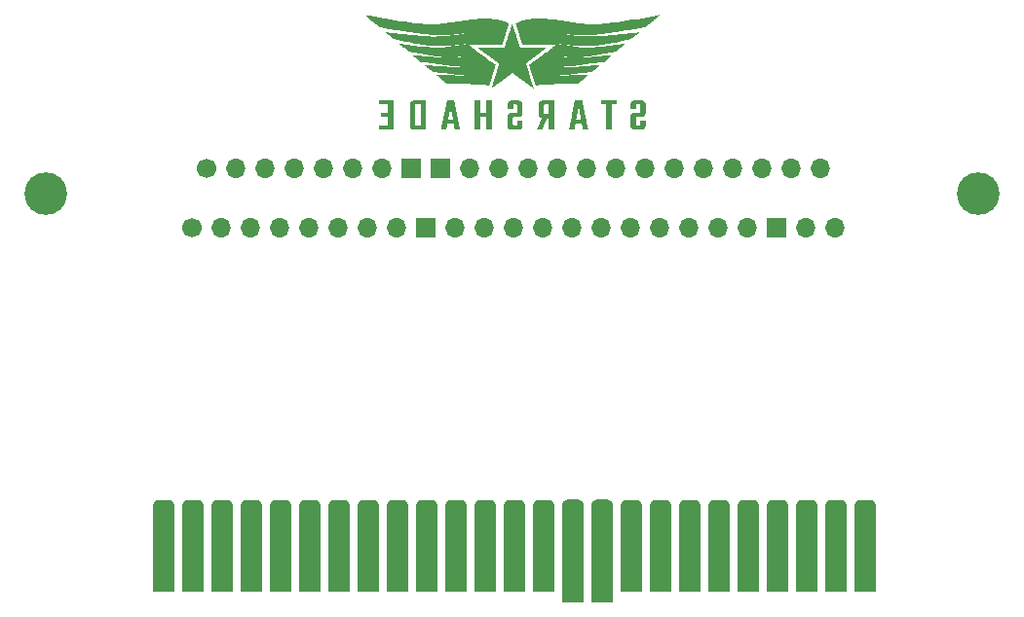
<source format=gbs>
G04 #@! TF.GenerationSoftware,KiCad,Pcbnew,8.0.2*
G04 #@! TF.CreationDate,2024-05-08T12:07:27-04:00*
G04 #@! TF.ProjectId,SMS-to-GG,534d532d-746f-42d4-9747-2e6b69636164,4*
G04 #@! TF.SameCoordinates,Original*
G04 #@! TF.FileFunction,Soldermask,Bot*
G04 #@! TF.FilePolarity,Negative*
%FSLAX46Y46*%
G04 Gerber Fmt 4.6, Leading zero omitted, Abs format (unit mm)*
G04 Created by KiCad (PCBNEW 8.0.2) date 2024-05-08 12:07:27*
%MOMM*%
%LPD*%
G01*
G04 APERTURE LIST*
G04 Aperture macros list*
%AMFreePoly0*
4,1,17,-0.910000,3.545000,-0.902068,3.629590,-0.857273,3.757607,-0.776734,3.866734,-0.667607,3.947273,-0.539590,3.992068,-0.455000,4.000000,0.455000,4.000000,0.539590,3.992068,0.667607,3.947273,0.776734,3.866734,0.857273,3.757607,0.902068,3.629590,0.910000,3.545000,0.910000,-4.000000,-0.910000,-4.000000,-0.910000,3.545000,-0.910000,3.545000,$1*%
%AMFreePoly1*
4,1,17,-0.910000,3.995000,-0.902068,4.079590,-0.857273,4.207607,-0.776734,4.316734,-0.667607,4.397273,-0.539590,4.442068,-0.455000,4.450000,0.455000,4.450000,0.539590,4.442068,0.667607,4.397273,0.776734,4.316734,0.857273,4.207607,0.902068,4.079590,0.910000,3.995000,0.910000,-4.450000,-0.910000,-4.450000,-0.910000,3.995000,-0.910000,3.995000,$1*%
G04 Aperture macros list end*
%ADD10C,0.000000*%
%ADD11FreePoly0,0.000000*%
%ADD12FreePoly1,0.000000*%
%ADD13C,3.700000*%
%ADD14C,1.700000*%
%ADD15O,1.700000X1.700000*%
%ADD16R,1.700000X1.700000*%
G04 APERTURE END LIST*
D10*
G04 #@! TO.C,G\u002A\u002A\u002A*
G36*
X159623566Y-95578461D02*
G01*
X159181714Y-95578461D01*
X159181714Y-97768228D01*
X158713871Y-97768228D01*
X158713871Y-95578632D01*
X158491320Y-95576922D01*
X158268770Y-95575212D01*
X158267041Y-95398146D01*
X158265312Y-95221081D01*
X159623566Y-95221081D01*
X159623566Y-95578461D01*
G37*
G36*
X147778030Y-96325711D02*
G01*
X148304354Y-96325711D01*
X148304354Y-95221081D01*
X148765700Y-95221081D01*
X148765700Y-97768228D01*
X148304354Y-97768228D01*
X148304354Y-96683091D01*
X147778030Y-96683091D01*
X147778030Y-97768228D01*
X147310187Y-97768228D01*
X147310187Y-95221081D01*
X147778030Y-95221081D01*
X147778030Y-96325711D01*
G37*
G36*
X140234055Y-97768228D02*
G01*
X138986263Y-97768228D01*
X138987992Y-97591162D01*
X138989721Y-97414097D01*
X139377966Y-97412421D01*
X139766211Y-97410746D01*
X139766211Y-96644229D01*
X139139171Y-96640855D01*
X139139171Y-96283475D01*
X139766211Y-96280101D01*
X139766211Y-95578567D01*
X139394211Y-95576890D01*
X139022210Y-95575212D01*
X139020481Y-95398146D01*
X139018753Y-95221081D01*
X140234055Y-95221081D01*
X140234055Y-97768228D01*
G37*
G36*
X143067107Y-97768716D02*
G01*
X142519665Y-97766712D01*
X142458258Y-97766485D01*
X142368786Y-97766137D01*
X142290865Y-97765793D01*
X142223602Y-97765427D01*
X142166103Y-97765016D01*
X142117474Y-97764537D01*
X142076823Y-97763964D01*
X142043256Y-97763275D01*
X142015880Y-97762444D01*
X141993802Y-97761448D01*
X141976128Y-97760264D01*
X141961965Y-97758866D01*
X141950420Y-97757232D01*
X141940599Y-97755336D01*
X141931609Y-97753156D01*
X141922557Y-97750666D01*
X141887397Y-97739554D01*
X141826827Y-97713102D01*
X141776522Y-97679737D01*
X141735513Y-97638582D01*
X141702827Y-97588759D01*
X141677494Y-97529394D01*
X141660328Y-97479075D01*
X141660328Y-96496093D01*
X142124107Y-96496093D01*
X142124198Y-96589811D01*
X142124384Y-96682606D01*
X142124666Y-96773552D01*
X142125042Y-96861724D01*
X142125512Y-96946196D01*
X142126076Y-97026044D01*
X142126733Y-97100342D01*
X142127483Y-97168164D01*
X142128326Y-97228587D01*
X142129262Y-97280683D01*
X142130289Y-97323529D01*
X142131407Y-97356198D01*
X142132617Y-97377766D01*
X142133917Y-97387308D01*
X142134743Y-97389208D01*
X142147743Y-97406998D01*
X142169786Y-97419588D01*
X142169909Y-97419637D01*
X142179257Y-97422725D01*
X142191071Y-97425171D01*
X142206854Y-97427046D01*
X142228111Y-97428421D01*
X142256346Y-97429368D01*
X142293064Y-97429956D01*
X142339768Y-97430257D01*
X142397962Y-97430341D01*
X142599263Y-97430341D01*
X142599263Y-95558301D01*
X142388548Y-95560259D01*
X142361676Y-95560513D01*
X142308893Y-95561078D01*
X142267041Y-95561700D01*
X142234685Y-95562476D01*
X142210386Y-95563504D01*
X142192710Y-95564881D01*
X142180220Y-95566705D01*
X142171479Y-95569074D01*
X142165051Y-95572086D01*
X142159499Y-95575838D01*
X142159373Y-95575933D01*
X142144134Y-95590113D01*
X142133140Y-95605079D01*
X142133082Y-95605204D01*
X142131795Y-95614700D01*
X142130608Y-95636227D01*
X142129522Y-95668858D01*
X142128537Y-95711669D01*
X142127651Y-95763734D01*
X142126865Y-95824128D01*
X142126178Y-95891926D01*
X142125589Y-95966202D01*
X142125099Y-96046031D01*
X142124706Y-96130489D01*
X142124411Y-96218649D01*
X142124214Y-96309587D01*
X142124112Y-96402376D01*
X142124107Y-96496093D01*
X141660328Y-96496093D01*
X141660328Y-95510234D01*
X141678479Y-95456628D01*
X141681482Y-95448091D01*
X141709023Y-95389939D01*
X141746034Y-95340483D01*
X141792617Y-95299647D01*
X141848877Y-95267356D01*
X141914913Y-95243537D01*
X141990830Y-95228113D01*
X142002706Y-95226999D01*
X142029847Y-95225641D01*
X142069494Y-95224452D01*
X142121365Y-95223436D01*
X142185180Y-95222598D01*
X142260656Y-95221939D01*
X142347514Y-95221465D01*
X142445472Y-95221177D01*
X142554249Y-95221081D01*
X143067107Y-95221081D01*
X143067107Y-95558301D01*
X143067107Y-97768716D01*
G37*
G36*
X154210878Y-97768228D02*
G01*
X153749532Y-97768228D01*
X153749532Y-96774061D01*
X153596033Y-96774061D01*
X153402132Y-97271145D01*
X153208230Y-97768228D01*
X152959055Y-97768228D01*
X152947964Y-97768226D01*
X152893228Y-97768149D01*
X152843058Y-97767970D01*
X152798860Y-97767703D01*
X152762039Y-97767360D01*
X152733998Y-97766953D01*
X152716144Y-97766495D01*
X152709880Y-97765998D01*
X152710600Y-97764105D01*
X152715629Y-97751852D01*
X152725140Y-97728993D01*
X152738760Y-97696417D01*
X152756116Y-97655013D01*
X152776835Y-97605668D01*
X152800544Y-97549272D01*
X152826869Y-97486712D01*
X152855437Y-97418879D01*
X152885875Y-97346659D01*
X152917810Y-97270942D01*
X152934822Y-97230597D01*
X152966044Y-97156421D01*
X152995568Y-97086109D01*
X153023020Y-97020563D01*
X153048027Y-96960681D01*
X153070213Y-96907366D01*
X153089205Y-96861516D01*
X153104628Y-96824032D01*
X153116108Y-96795814D01*
X153123270Y-96777764D01*
X153125741Y-96770781D01*
X153125353Y-96769741D01*
X153116908Y-96763886D01*
X153099680Y-96756313D01*
X153076668Y-96748390D01*
X153055666Y-96741320D01*
X152996692Y-96713335D01*
X152946885Y-96676141D01*
X152906240Y-96629731D01*
X152874749Y-96574098D01*
X152852407Y-96509236D01*
X152850794Y-96502713D01*
X152848584Y-96492471D01*
X152846692Y-96481150D01*
X152845094Y-96467758D01*
X152843767Y-96451300D01*
X152842685Y-96430785D01*
X152841824Y-96405218D01*
X152841161Y-96373607D01*
X152840669Y-96334959D01*
X152840327Y-96288281D01*
X152840107Y-96232580D01*
X152839988Y-96166862D01*
X152839943Y-96090135D01*
X152839949Y-96004069D01*
X153301182Y-96004069D01*
X153301184Y-96048571D01*
X153301236Y-96123624D01*
X153301428Y-96187223D01*
X153301854Y-96240377D01*
X153302605Y-96284095D01*
X153303776Y-96319387D01*
X153305457Y-96347262D01*
X153307743Y-96368729D01*
X153310726Y-96384799D01*
X153314498Y-96396479D01*
X153319152Y-96404779D01*
X153324781Y-96410710D01*
X153331478Y-96415280D01*
X153339334Y-96419498D01*
X153344874Y-96421844D01*
X153354682Y-96424335D01*
X153368772Y-96426253D01*
X153388596Y-96427669D01*
X153415606Y-96428650D01*
X153451254Y-96429266D01*
X153496993Y-96429585D01*
X153554274Y-96429676D01*
X153749532Y-96429676D01*
X153749532Y-95578461D01*
X153557637Y-95578461D01*
X153547269Y-95578464D01*
X153491124Y-95578627D01*
X153446325Y-95579084D01*
X153411456Y-95579898D01*
X153385103Y-95581131D01*
X153365849Y-95582846D01*
X153352278Y-95585106D01*
X153342975Y-95587974D01*
X153336717Y-95590612D01*
X153329052Y-95594394D01*
X153322577Y-95599184D01*
X153317191Y-95605980D01*
X153312795Y-95615781D01*
X153309287Y-95629586D01*
X153306568Y-95648395D01*
X153304537Y-95673206D01*
X153303094Y-95705019D01*
X153302138Y-95744832D01*
X153301569Y-95793644D01*
X153301287Y-95852455D01*
X153301192Y-95922263D01*
X153301182Y-96004069D01*
X152839949Y-96004069D01*
X152839949Y-96001405D01*
X152839954Y-95980905D01*
X152840000Y-95890319D01*
X152840129Y-95811534D01*
X152840408Y-95743560D01*
X152840902Y-95685408D01*
X152841679Y-95636089D01*
X152842805Y-95594615D01*
X152844345Y-95559997D01*
X152846367Y-95531244D01*
X152848938Y-95507370D01*
X152852122Y-95487384D01*
X152855987Y-95470297D01*
X152860600Y-95455122D01*
X152866026Y-95440868D01*
X152872332Y-95426547D01*
X152879584Y-95411170D01*
X152899183Y-95376402D01*
X152936283Y-95331359D01*
X152983423Y-95293681D01*
X153041021Y-95263056D01*
X153109496Y-95239171D01*
X153113431Y-95238081D01*
X153122825Y-95235600D01*
X153132350Y-95233441D01*
X153142925Y-95231577D01*
X153155468Y-95229981D01*
X153170899Y-95228628D01*
X153190136Y-95227490D01*
X153214098Y-95226542D01*
X153243705Y-95225756D01*
X153279875Y-95225107D01*
X153323526Y-95224568D01*
X153375579Y-95224113D01*
X153436952Y-95223715D01*
X153508563Y-95223348D01*
X153591332Y-95222986D01*
X153686178Y-95222602D01*
X154210878Y-95220507D01*
X154210878Y-96429676D01*
X154210878Y-97768228D01*
G37*
G36*
X145859089Y-96891096D02*
G01*
X145881681Y-97003296D01*
X145903209Y-97110156D01*
X145923548Y-97211062D01*
X145942573Y-97305395D01*
X145960160Y-97392539D01*
X145976184Y-97471877D01*
X145990521Y-97542793D01*
X146003047Y-97604668D01*
X146013636Y-97656887D01*
X146022164Y-97698832D01*
X146028507Y-97729887D01*
X146032541Y-97749434D01*
X146034140Y-97756857D01*
X146034481Y-97759079D01*
X146033157Y-97761646D01*
X146028638Y-97763685D01*
X146019698Y-97765254D01*
X146005113Y-97766416D01*
X145983657Y-97767230D01*
X145954106Y-97767758D01*
X145915234Y-97768060D01*
X145865816Y-97768196D01*
X145804628Y-97768228D01*
X145571768Y-97768228D01*
X145537145Y-97558673D01*
X145533144Y-97534499D01*
X145524329Y-97481480D01*
X145515880Y-97430991D01*
X145508145Y-97385091D01*
X145501472Y-97345838D01*
X145496208Y-97315292D01*
X145492702Y-97295511D01*
X145482882Y-97241904D01*
X144926406Y-97241904D01*
X144919440Y-97276018D01*
X144917967Y-97283499D01*
X144913884Y-97305006D01*
X144908028Y-97336392D01*
X144900730Y-97375848D01*
X144892327Y-97421568D01*
X144883151Y-97471741D01*
X144873537Y-97524560D01*
X144867108Y-97559905D01*
X144858079Y-97609349D01*
X144849869Y-97654084D01*
X144842775Y-97692493D01*
X144837097Y-97722960D01*
X144833134Y-97743870D01*
X144831184Y-97753608D01*
X144827770Y-97768228D01*
X144359926Y-97768228D01*
X144363641Y-97753426D01*
X144363893Y-97752321D01*
X144366407Y-97740675D01*
X144371427Y-97717121D01*
X144378825Y-97682276D01*
X144388471Y-97636753D01*
X144400234Y-97581167D01*
X144413986Y-97516134D01*
X144429595Y-97442269D01*
X144446933Y-97360186D01*
X144465869Y-97270500D01*
X144486273Y-97173826D01*
X144508016Y-97070780D01*
X144530968Y-96961975D01*
X144545932Y-96891022D01*
X144989054Y-96891022D01*
X145204187Y-96891022D01*
X145233104Y-96891002D01*
X145288849Y-96890798D01*
X145333129Y-96890344D01*
X145367002Y-96889597D01*
X145391524Y-96888519D01*
X145407753Y-96887070D01*
X145416745Y-96885210D01*
X145419556Y-96882899D01*
X145419282Y-96879663D01*
X145417157Y-96864574D01*
X145413088Y-96838607D01*
X145407264Y-96802837D01*
X145399873Y-96758343D01*
X145391102Y-96706200D01*
X145381138Y-96647485D01*
X145370169Y-96583276D01*
X145358384Y-96514649D01*
X145345969Y-96442680D01*
X145333113Y-96368447D01*
X145320002Y-96293027D01*
X145306826Y-96217495D01*
X145293771Y-96142929D01*
X145281024Y-96070407D01*
X145268775Y-96001003D01*
X145257210Y-95935796D01*
X145246516Y-95875862D01*
X145236883Y-95822277D01*
X145228497Y-95776120D01*
X145221546Y-95738465D01*
X145216217Y-95710391D01*
X145212699Y-95692974D01*
X145211179Y-95687290D01*
X145211106Y-95687427D01*
X145209153Y-95695627D01*
X145205091Y-95715623D01*
X145199088Y-95746509D01*
X145191312Y-95787379D01*
X145181932Y-95837328D01*
X145171118Y-95895451D01*
X145159036Y-95960842D01*
X145145857Y-96032595D01*
X145131748Y-96109806D01*
X145116877Y-96191568D01*
X145101415Y-96276977D01*
X145100152Y-96283968D01*
X145084713Y-96369386D01*
X145069899Y-96451267D01*
X145055877Y-96528688D01*
X145042815Y-96600721D01*
X145030882Y-96666443D01*
X145020247Y-96724927D01*
X145011077Y-96775249D01*
X145003540Y-96816482D01*
X144997806Y-96847703D01*
X144994042Y-96867984D01*
X144992416Y-96876402D01*
X144989054Y-96891022D01*
X144545932Y-96891022D01*
X144554999Y-96848028D01*
X144579978Y-96729552D01*
X144605777Y-96607164D01*
X144632265Y-96481477D01*
X144897173Y-95224329D01*
X145521845Y-95220957D01*
X145525520Y-95235639D01*
X145525681Y-95236355D01*
X145527906Y-95247061D01*
X145532535Y-95269742D01*
X145539445Y-95303777D01*
X145548510Y-95348549D01*
X145559606Y-95403439D01*
X145572608Y-95467826D01*
X145587391Y-95541092D01*
X145603830Y-95622619D01*
X145621800Y-95711786D01*
X145641178Y-95807976D01*
X145661837Y-95910568D01*
X145683653Y-96018944D01*
X145706502Y-96132484D01*
X145730258Y-96250570D01*
X145754796Y-96372583D01*
X145779993Y-96497903D01*
X145786171Y-96528638D01*
X145811210Y-96653151D01*
X145835557Y-96774176D01*
X145857439Y-96882899D01*
X145859089Y-96891096D01*
G37*
G36*
X156999383Y-96945666D02*
G01*
X157019938Y-97047667D01*
X157039726Y-97145823D01*
X157058598Y-97239394D01*
X157076406Y-97327640D01*
X157092999Y-97409821D01*
X157108229Y-97485197D01*
X157121947Y-97553027D01*
X157134005Y-97612571D01*
X157144253Y-97663090D01*
X157152543Y-97703843D01*
X157158725Y-97734090D01*
X157162651Y-97753091D01*
X157164171Y-97760106D01*
X157162890Y-97762079D01*
X157155919Y-97763927D01*
X157142098Y-97765392D01*
X157120402Y-97766510D01*
X157089809Y-97767316D01*
X157049293Y-97767847D01*
X156997831Y-97768139D01*
X156934398Y-97768228D01*
X156701815Y-97768228D01*
X156668397Y-97571669D01*
X156666708Y-97561737D01*
X156657737Y-97508868D01*
X156648984Y-97457151D01*
X156640842Y-97408918D01*
X156633706Y-97366500D01*
X156627966Y-97332230D01*
X156624018Y-97308439D01*
X156613059Y-97241768D01*
X156333522Y-97243460D01*
X156053985Y-97245153D01*
X156009934Y-97485573D01*
X156009356Y-97488732D01*
X155999291Y-97543669D01*
X155989850Y-97595203D01*
X155981322Y-97641770D01*
X155973990Y-97681808D01*
X155968143Y-97713753D01*
X155964065Y-97736041D01*
X155962044Y-97747110D01*
X155958204Y-97768228D01*
X155723819Y-97768228D01*
X155676748Y-97768212D01*
X155624248Y-97768107D01*
X155582605Y-97767854D01*
X155550597Y-97767391D01*
X155526999Y-97766660D01*
X155510588Y-97765598D01*
X155500141Y-97764148D01*
X155494433Y-97762247D01*
X155492242Y-97759837D01*
X155492345Y-97756857D01*
X155492615Y-97755660D01*
X155495143Y-97743903D01*
X155500173Y-97720258D01*
X155507578Y-97685335D01*
X155517227Y-97639746D01*
X155528992Y-97584102D01*
X155542743Y-97519015D01*
X155558353Y-97445097D01*
X155575691Y-97362959D01*
X155594628Y-97273212D01*
X155615036Y-97176467D01*
X155636786Y-97073338D01*
X155659748Y-96964433D01*
X155676935Y-96882899D01*
X156121415Y-96882899D01*
X156121925Y-96884000D01*
X156127243Y-96886104D01*
X156139202Y-96887774D01*
X156158861Y-96889050D01*
X156187277Y-96889973D01*
X156225511Y-96890582D01*
X156274621Y-96890919D01*
X156335666Y-96891022D01*
X156383581Y-96890948D01*
X156437751Y-96890597D01*
X156480301Y-96889933D01*
X156512020Y-96888929D01*
X156533699Y-96887558D01*
X156546127Y-96885791D01*
X156550095Y-96883602D01*
X156549980Y-96882431D01*
X156548221Y-96870739D01*
X156544486Y-96847708D01*
X156538962Y-96814437D01*
X156531840Y-96772022D01*
X156523308Y-96721563D01*
X156513555Y-96664156D01*
X156502772Y-96600899D01*
X156491146Y-96532890D01*
X156478866Y-96461226D01*
X156466123Y-96387006D01*
X156453105Y-96311326D01*
X156440001Y-96235285D01*
X156427001Y-96159981D01*
X156414292Y-96086510D01*
X156402065Y-96015971D01*
X156390509Y-95949462D01*
X156379813Y-95888079D01*
X156370165Y-95832922D01*
X156361756Y-95785087D01*
X156354773Y-95745671D01*
X156349406Y-95715774D01*
X156345845Y-95696492D01*
X156344278Y-95688924D01*
X156343703Y-95690337D01*
X156340963Y-95702243D01*
X156336196Y-95725264D01*
X156329603Y-95758330D01*
X156321382Y-95800374D01*
X156311734Y-95850325D01*
X156300858Y-95907114D01*
X156288953Y-95969673D01*
X156276219Y-96036933D01*
X156262855Y-96107823D01*
X156249061Y-96181276D01*
X156235038Y-96256222D01*
X156220983Y-96331593D01*
X156207097Y-96406318D01*
X156193579Y-96479329D01*
X156180629Y-96549557D01*
X156168446Y-96615933D01*
X156157230Y-96677387D01*
X156147181Y-96732852D01*
X156138498Y-96781256D01*
X156131380Y-96821533D01*
X156126027Y-96852611D01*
X156122639Y-96873423D01*
X156121415Y-96882899D01*
X155676935Y-96882899D01*
X155683793Y-96850367D01*
X155708792Y-96731749D01*
X155734617Y-96609191D01*
X155761138Y-96483305D01*
X156027020Y-95221123D01*
X156340540Y-95221102D01*
X156345070Y-95221102D01*
X156407262Y-95221188D01*
X156465225Y-95221420D01*
X156517706Y-95221783D01*
X156563454Y-95222261D01*
X156601215Y-95222839D01*
X156629739Y-95223500D01*
X156647771Y-95224231D01*
X156654060Y-95225014D01*
X156654271Y-95226284D01*
X156656533Y-95238055D01*
X156661155Y-95261523D01*
X156667990Y-95295949D01*
X156676886Y-95340593D01*
X156687696Y-95394714D01*
X156700271Y-95457573D01*
X156714462Y-95528430D01*
X156730119Y-95606543D01*
X156747095Y-95691174D01*
X156765239Y-95781582D01*
X156784403Y-95877026D01*
X156804439Y-95976767D01*
X156825196Y-96080065D01*
X156846527Y-96186179D01*
X156868282Y-96294369D01*
X156890313Y-96403896D01*
X156912470Y-96514019D01*
X156934604Y-96623997D01*
X156956567Y-96733091D01*
X156978210Y-96840561D01*
X156986880Y-96883602D01*
X156999383Y-96945666D01*
G37*
G36*
X161584233Y-95224597D02*
G01*
X161646819Y-95224681D01*
X161698890Y-95224874D01*
X161741647Y-95225219D01*
X161776293Y-95225760D01*
X161804027Y-95226541D01*
X161826052Y-95227605D01*
X161843569Y-95228998D01*
X161857779Y-95230762D01*
X161869884Y-95232941D01*
X161881086Y-95235579D01*
X161892584Y-95238719D01*
X161926359Y-95249163D01*
X161975185Y-95268886D01*
X162016300Y-95292640D01*
X162052987Y-95322131D01*
X162056520Y-95325454D01*
X162094606Y-95370004D01*
X162123829Y-95422734D01*
X162144882Y-95484866D01*
X162146818Y-95492713D01*
X162149184Y-95503750D01*
X162151182Y-95515851D01*
X162152843Y-95530099D01*
X162154197Y-95547580D01*
X162155275Y-95569378D01*
X162156109Y-95596579D01*
X162156730Y-95630266D01*
X162157168Y-95671525D01*
X162157455Y-95721440D01*
X162157622Y-95781097D01*
X162157699Y-95851580D01*
X162157718Y-95933974D01*
X162157714Y-95965511D01*
X162157645Y-96045253D01*
X162157474Y-96113425D01*
X162157176Y-96171078D01*
X162156727Y-96219263D01*
X162156103Y-96259029D01*
X162155278Y-96291428D01*
X162154228Y-96317508D01*
X162152928Y-96338321D01*
X162151355Y-96354917D01*
X162149483Y-96368347D01*
X162147287Y-96379660D01*
X162131126Y-96434740D01*
X162103270Y-96492549D01*
X162066079Y-96541354D01*
X162019428Y-96581282D01*
X161963188Y-96612466D01*
X161897232Y-96635034D01*
X161894715Y-96635662D01*
X161880613Y-96638495D01*
X161862884Y-96640888D01*
X161840190Y-96642910D01*
X161811193Y-96644628D01*
X161774555Y-96646111D01*
X161728936Y-96647426D01*
X161672998Y-96648641D01*
X161605403Y-96649824D01*
X161583007Y-96650185D01*
X161519669Y-96651270D01*
X161467733Y-96652405D01*
X161425987Y-96653787D01*
X161393221Y-96655614D01*
X161368222Y-96658084D01*
X161349779Y-96661395D01*
X161336680Y-96665744D01*
X161327712Y-96671330D01*
X161321666Y-96678350D01*
X161317328Y-96687003D01*
X161313487Y-96697485D01*
X161311863Y-96707199D01*
X161310237Y-96730507D01*
X161308902Y-96766599D01*
X161307861Y-96815364D01*
X161307117Y-96876688D01*
X161306672Y-96950460D01*
X161306527Y-97036568D01*
X161306538Y-97086691D01*
X161306599Y-97151334D01*
X161306753Y-97204893D01*
X161307043Y-97248511D01*
X161307514Y-97283333D01*
X161308209Y-97310502D01*
X161309171Y-97331164D01*
X161310444Y-97346462D01*
X161312073Y-97357540D01*
X161314100Y-97365542D01*
X161316570Y-97371613D01*
X161319526Y-97376896D01*
X161320871Y-97378998D01*
X161334847Y-97394784D01*
X161350078Y-97404859D01*
X161359783Y-97406738D01*
X161382239Y-97408470D01*
X161414995Y-97409549D01*
X161456578Y-97409930D01*
X161505515Y-97409571D01*
X161544925Y-97408980D01*
X161581071Y-97408257D01*
X161607602Y-97407309D01*
X161626350Y-97405926D01*
X161639146Y-97403897D01*
X161647821Y-97401012D01*
X161654207Y-97397062D01*
X161660136Y-97391837D01*
X161660597Y-97391397D01*
X161674079Y-97373529D01*
X161683351Y-97352850D01*
X161684413Y-97346923D01*
X161686147Y-97327494D01*
X161687635Y-97298456D01*
X161688800Y-97261971D01*
X161689560Y-97220199D01*
X161689838Y-97175302D01*
X161689875Y-97020978D01*
X162152112Y-97020978D01*
X162149960Y-97250027D01*
X162147809Y-97479075D01*
X162129759Y-97530352D01*
X162125020Y-97543148D01*
X162103083Y-97590894D01*
X162077133Y-97632864D01*
X162049318Y-97665451D01*
X162032400Y-97679883D01*
X161990424Y-97707005D01*
X161940392Y-97730541D01*
X161885542Y-97749082D01*
X161829113Y-97761220D01*
X161828925Y-97761247D01*
X161814461Y-97762382D01*
X161788487Y-97763387D01*
X161752455Y-97764246D01*
X161707814Y-97764940D01*
X161656017Y-97765451D01*
X161598514Y-97765761D01*
X161536758Y-97765851D01*
X161472198Y-97765704D01*
X161435773Y-97765548D01*
X161368624Y-97765215D01*
X161312624Y-97764830D01*
X161266523Y-97764341D01*
X161229072Y-97763697D01*
X161199020Y-97762846D01*
X161175119Y-97761736D01*
X161156119Y-97760316D01*
X161140770Y-97758534D01*
X161127823Y-97756339D01*
X161116029Y-97753678D01*
X161104138Y-97750502D01*
X161038217Y-97727190D01*
X160982418Y-97696715D01*
X160936097Y-97658671D01*
X160914384Y-97634660D01*
X160888378Y-97596417D01*
X160867972Y-97551854D01*
X160851458Y-97497725D01*
X160849975Y-97491751D01*
X160847533Y-97481018D01*
X160845462Y-97469812D01*
X160843736Y-97457090D01*
X160842331Y-97441807D01*
X160841222Y-97422922D01*
X160840385Y-97399389D01*
X160839794Y-97370166D01*
X160839424Y-97334208D01*
X160839251Y-97290474D01*
X160839251Y-97237917D01*
X160839398Y-97175497D01*
X160839667Y-97102167D01*
X160840034Y-97016886D01*
X160841938Y-96588873D01*
X160859892Y-96535845D01*
X160869063Y-96511308D01*
X160897259Y-96457019D01*
X160933714Y-96411877D01*
X160979172Y-96375229D01*
X161034377Y-96346419D01*
X161100073Y-96324796D01*
X161105325Y-96323476D01*
X161120385Y-96320078D01*
X161136248Y-96317284D01*
X161154437Y-96315004D01*
X161176477Y-96313146D01*
X161203892Y-96311618D01*
X161238205Y-96310331D01*
X161280942Y-96309192D01*
X161333625Y-96308111D01*
X161397779Y-96306996D01*
X161413929Y-96306729D01*
X161477454Y-96305628D01*
X161529511Y-96304489D01*
X161571344Y-96303097D01*
X161604197Y-96301239D01*
X161629312Y-96298700D01*
X161647934Y-96295266D01*
X161661306Y-96290724D01*
X161670672Y-96284859D01*
X161677276Y-96277457D01*
X161682360Y-96268305D01*
X161687169Y-96257187D01*
X161688884Y-96249735D01*
X161691038Y-96229263D01*
X161692875Y-96198635D01*
X161694394Y-96159506D01*
X161695595Y-96113528D01*
X161696477Y-96062354D01*
X161697038Y-96007639D01*
X161697278Y-95951034D01*
X161697196Y-95894195D01*
X161696791Y-95838773D01*
X161696062Y-95786423D01*
X161695008Y-95738798D01*
X161693628Y-95697550D01*
X161691921Y-95664335D01*
X161689886Y-95640803D01*
X161687523Y-95628610D01*
X161686041Y-95625132D01*
X161679455Y-95611159D01*
X161672121Y-95600544D01*
X161662288Y-95592795D01*
X161648208Y-95587416D01*
X161628130Y-95583913D01*
X161600306Y-95581794D01*
X161562985Y-95580563D01*
X161514418Y-95579726D01*
X161511225Y-95579680D01*
X161463889Y-95579186D01*
X161427581Y-95579295D01*
X161400452Y-95580101D01*
X161380653Y-95581695D01*
X161366337Y-95584169D01*
X161355654Y-95587615D01*
X161343890Y-95593236D01*
X161334352Y-95600271D01*
X161326999Y-95610078D01*
X161321549Y-95624119D01*
X161317721Y-95643853D01*
X161315234Y-95670741D01*
X161313806Y-95706242D01*
X161313155Y-95751817D01*
X161313001Y-95808925D01*
X161313001Y-95974828D01*
X160844140Y-95974828D01*
X160846882Y-95745780D01*
X160847246Y-95716391D01*
X160848172Y-95655044D01*
X160849352Y-95604470D01*
X160850991Y-95563105D01*
X160853300Y-95529383D01*
X160856484Y-95501740D01*
X160860753Y-95478612D01*
X160866314Y-95458434D01*
X160873375Y-95439641D01*
X160882144Y-95420669D01*
X160892829Y-95399953D01*
X160908839Y-95373136D01*
X160945556Y-95328932D01*
X160991627Y-95292220D01*
X161047798Y-95262461D01*
X161114817Y-95239112D01*
X161116935Y-95238521D01*
X161128638Y-95235387D01*
X161140067Y-95232762D01*
X161152429Y-95230600D01*
X161166929Y-95228856D01*
X161184775Y-95227486D01*
X161207172Y-95226445D01*
X161235326Y-95225687D01*
X161270445Y-95225168D01*
X161313734Y-95224843D01*
X161366400Y-95224666D01*
X161429649Y-95224593D01*
X161504687Y-95224578D01*
X161509930Y-95224578D01*
X161584233Y-95224597D01*
G37*
G36*
X150879278Y-95224355D02*
G01*
X150943922Y-95224474D01*
X150997855Y-95224727D01*
X151042317Y-95225153D01*
X151078551Y-95225791D01*
X151107796Y-95226681D01*
X151131294Y-95227862D01*
X151150286Y-95229374D01*
X151166013Y-95231255D01*
X151179717Y-95233546D01*
X151192638Y-95236286D01*
X151254524Y-95254529D01*
X151314209Y-95282453D01*
X151364164Y-95318695D01*
X151404845Y-95363674D01*
X151436708Y-95417807D01*
X151460209Y-95481513D01*
X151461666Y-95486895D01*
X151463869Y-95496617D01*
X151465738Y-95507912D01*
X151467302Y-95521819D01*
X151468586Y-95539376D01*
X151469617Y-95561621D01*
X151470423Y-95589594D01*
X151471031Y-95624331D01*
X151471468Y-95666872D01*
X151471761Y-95718256D01*
X151471936Y-95779519D01*
X151472022Y-95851702D01*
X151472044Y-95935841D01*
X151472041Y-95969168D01*
X151471993Y-96048899D01*
X151471867Y-96117064D01*
X151471637Y-96174698D01*
X151471277Y-96222840D01*
X151470760Y-96262526D01*
X151470061Y-96294794D01*
X151469153Y-96320680D01*
X151468010Y-96341222D01*
X151466605Y-96357457D01*
X151464914Y-96370422D01*
X151462909Y-96381153D01*
X151460564Y-96390689D01*
X151455797Y-96407215D01*
X151432135Y-96468308D01*
X151401269Y-96519157D01*
X151362327Y-96560745D01*
X151314433Y-96594056D01*
X151256716Y-96620073D01*
X151236358Y-96626921D01*
X151212155Y-96633571D01*
X151185989Y-96638897D01*
X151156285Y-96643035D01*
X151121467Y-96646118D01*
X151079961Y-96648282D01*
X151030191Y-96649661D01*
X150970581Y-96650389D01*
X150899557Y-96650602D01*
X150837257Y-96650689D01*
X150785949Y-96651074D01*
X150744943Y-96651943D01*
X150712886Y-96653481D01*
X150688425Y-96655873D01*
X150670207Y-96659306D01*
X150656879Y-96663962D01*
X150647089Y-96670029D01*
X150639482Y-96677691D01*
X150632706Y-96687134D01*
X150631729Y-96688689D01*
X150629183Y-96693823D01*
X150627066Y-96700713D01*
X150625338Y-96710482D01*
X150623961Y-96724256D01*
X150622894Y-96743157D01*
X150622100Y-96768309D01*
X150621537Y-96800838D01*
X150621169Y-96841866D01*
X150620954Y-96892518D01*
X150620854Y-96953917D01*
X150620829Y-97027188D01*
X150620836Y-97077783D01*
X150620919Y-97146514D01*
X150621180Y-97204026D01*
X150621724Y-97251398D01*
X150622651Y-97289712D01*
X150624066Y-97320049D01*
X150626069Y-97343491D01*
X150628765Y-97361118D01*
X150632256Y-97374010D01*
X150636644Y-97383250D01*
X150642033Y-97389918D01*
X150648524Y-97395095D01*
X150656220Y-97399863D01*
X150660089Y-97401913D01*
X150669373Y-97405197D01*
X150682403Y-97407586D01*
X150701027Y-97409213D01*
X150727096Y-97410210D01*
X150762459Y-97410710D01*
X150808967Y-97410848D01*
X150843905Y-97410913D01*
X150888482Y-97410679D01*
X150923732Y-97408916D01*
X150950747Y-97404351D01*
X150970617Y-97395710D01*
X150984435Y-97381720D01*
X150993292Y-97361110D01*
X150998281Y-97332605D01*
X151000493Y-97294933D01*
X151001019Y-97246821D01*
X151000952Y-97186995D01*
X151000952Y-97020978D01*
X151469957Y-97020978D01*
X151467052Y-97243529D01*
X151466949Y-97251300D01*
X151466039Y-97312350D01*
X151465046Y-97362057D01*
X151463891Y-97401901D01*
X151462494Y-97433366D01*
X151460774Y-97457932D01*
X151458650Y-97477083D01*
X151456043Y-97492301D01*
X151452871Y-97505066D01*
X151445204Y-97529303D01*
X151418977Y-97589532D01*
X151384867Y-97640216D01*
X151342239Y-97681898D01*
X151290458Y-97715122D01*
X151228890Y-97740430D01*
X151156900Y-97758366D01*
X151143761Y-97760384D01*
X151125425Y-97762224D01*
X151101921Y-97763690D01*
X151072132Y-97764804D01*
X151034940Y-97765590D01*
X150989225Y-97766071D01*
X150933872Y-97766271D01*
X150867760Y-97766210D01*
X150789772Y-97765914D01*
X150752515Y-97765730D01*
X150685509Y-97765353D01*
X150629635Y-97764931D01*
X150583643Y-97764410D01*
X150546281Y-97763740D01*
X150516301Y-97762866D01*
X150492450Y-97761737D01*
X150473478Y-97760299D01*
X150458134Y-97758501D01*
X150445169Y-97756289D01*
X150433330Y-97753610D01*
X150421368Y-97750413D01*
X150411546Y-97747610D01*
X150362344Y-97731012D01*
X150321936Y-97711893D01*
X150286748Y-97688294D01*
X150253208Y-97658259D01*
X150230812Y-97634046D01*
X150202478Y-97594580D01*
X150181061Y-97550343D01*
X150164356Y-97497346D01*
X150163417Y-97493558D01*
X150161240Y-97483248D01*
X150159386Y-97471286D01*
X150157828Y-97456643D01*
X150156542Y-97438285D01*
X150155502Y-97415183D01*
X150154682Y-97386304D01*
X150154058Y-97350617D01*
X150153605Y-97307092D01*
X150153296Y-97254696D01*
X150153107Y-97192399D01*
X150153012Y-97119168D01*
X150152986Y-97033974D01*
X150152989Y-96963028D01*
X150153052Y-96883716D01*
X150153262Y-96815517D01*
X150153708Y-96757378D01*
X150154478Y-96708246D01*
X150155661Y-96667068D01*
X150157345Y-96632790D01*
X150159618Y-96604360D01*
X150162570Y-96580724D01*
X150166288Y-96560830D01*
X150170861Y-96543623D01*
X150176377Y-96528050D01*
X150182925Y-96513059D01*
X150190594Y-96497597D01*
X150199472Y-96480609D01*
X150216991Y-96451277D01*
X150252391Y-96408961D01*
X150296453Y-96374227D01*
X150350254Y-96346294D01*
X150414870Y-96324380D01*
X150421528Y-96322619D01*
X150435531Y-96319367D01*
X150450624Y-96316696D01*
X150468295Y-96314517D01*
X150490032Y-96312742D01*
X150517324Y-96311285D01*
X150551658Y-96310056D01*
X150594524Y-96308968D01*
X150647408Y-96307934D01*
X150711798Y-96306866D01*
X150721693Y-96306710D01*
X150785847Y-96305661D01*
X150838441Y-96304615D01*
X150880733Y-96303392D01*
X150913982Y-96301808D01*
X150939447Y-96299684D01*
X150958386Y-96296838D01*
X150972059Y-96293087D01*
X150981724Y-96288251D01*
X150988640Y-96282147D01*
X150994066Y-96274595D01*
X150999260Y-96265413D01*
X151001369Y-96261068D01*
X151003692Y-96254170D01*
X151005598Y-96244755D01*
X151007127Y-96231657D01*
X151008319Y-96213714D01*
X151009216Y-96189760D01*
X151009859Y-96158632D01*
X151010287Y-96119165D01*
X151010543Y-96070195D01*
X151010666Y-96010559D01*
X151010698Y-95939090D01*
X151010700Y-95897026D01*
X151010664Y-95830498D01*
X151010472Y-95775207D01*
X151010000Y-95730019D01*
X151009127Y-95693802D01*
X151007729Y-95665424D01*
X151005684Y-95643753D01*
X151002867Y-95627655D01*
X150999157Y-95615998D01*
X150994431Y-95607650D01*
X150988564Y-95601478D01*
X150981436Y-95596350D01*
X150972921Y-95591133D01*
X150964916Y-95586881D01*
X150955393Y-95583663D01*
X150942526Y-95581386D01*
X150924384Y-95579890D01*
X150899038Y-95579017D01*
X150864558Y-95578610D01*
X150819013Y-95578510D01*
X150815284Y-95578510D01*
X150770712Y-95578620D01*
X150737053Y-95579040D01*
X150712365Y-95579933D01*
X150694710Y-95581460D01*
X150682145Y-95583786D01*
X150672731Y-95587073D01*
X150664527Y-95591484D01*
X150662310Y-95592904D01*
X150646704Y-95606560D01*
X150636912Y-95621123D01*
X150635497Y-95628976D01*
X150633897Y-95649008D01*
X150632541Y-95678641D01*
X150631492Y-95715992D01*
X150630816Y-95759175D01*
X150630576Y-95806308D01*
X150630576Y-95974828D01*
X150154559Y-95974828D01*
X150157927Y-95755527D01*
X150158719Y-95708742D01*
X150160114Y-95648394D01*
X150161953Y-95598367D01*
X150164449Y-95557056D01*
X150167819Y-95522856D01*
X150172277Y-95494163D01*
X150178039Y-95469372D01*
X150185320Y-95446878D01*
X150194335Y-95425078D01*
X150205299Y-95402367D01*
X150227975Y-95366879D01*
X150262037Y-95329035D01*
X150302256Y-95295647D01*
X150345124Y-95270034D01*
X150359273Y-95263327D01*
X150378652Y-95254645D01*
X150397248Y-95247357D01*
X150416315Y-95241340D01*
X150437105Y-95236472D01*
X150460872Y-95232633D01*
X150488866Y-95229700D01*
X150522341Y-95227552D01*
X150562549Y-95226068D01*
X150610743Y-95225125D01*
X150668175Y-95224602D01*
X150736098Y-95224377D01*
X150815764Y-95224329D01*
X150879278Y-95224355D01*
G37*
G36*
X149721646Y-90279484D02*
G01*
X149719374Y-90286635D01*
X149717431Y-90292750D01*
X149684489Y-90396445D01*
X149535704Y-90398195D01*
X149493636Y-90398638D01*
X149453955Y-90398783D01*
X149422265Y-90398337D01*
X149395866Y-90397103D01*
X149372053Y-90394889D01*
X149348125Y-90391498D01*
X149321379Y-90386735D01*
X149289113Y-90380406D01*
X149242592Y-90371488D01*
X149187785Y-90361713D01*
X149129339Y-90351916D01*
X149068749Y-90342299D01*
X149007509Y-90333064D01*
X148947116Y-90324413D01*
X148889063Y-90316548D01*
X148834848Y-90309671D01*
X148785964Y-90303986D01*
X148743907Y-90299693D01*
X148710173Y-90296995D01*
X148686255Y-90296094D01*
X148673651Y-90297192D01*
X148672934Y-90297750D01*
X148678721Y-90299815D01*
X148694204Y-90302256D01*
X148716966Y-90304659D01*
X148742158Y-90307118D01*
X148796225Y-90313521D01*
X148858289Y-90322014D01*
X148925321Y-90332131D01*
X148994293Y-90343406D01*
X149062176Y-90355373D01*
X149125943Y-90367567D01*
X149135180Y-90369421D01*
X149173579Y-90377233D01*
X149206983Y-90384195D01*
X149233452Y-90389892D01*
X149251048Y-90393907D01*
X149257833Y-90395826D01*
X149257833Y-90395908D01*
X149250667Y-90396667D01*
X149230759Y-90397479D01*
X149198341Y-90398339D01*
X149153641Y-90399245D01*
X149096889Y-90400196D01*
X149028314Y-90401187D01*
X148948145Y-90402218D01*
X148856612Y-90403284D01*
X148753945Y-90404384D01*
X148640372Y-90405515D01*
X148516124Y-90406674D01*
X148381429Y-90407859D01*
X148236517Y-90409067D01*
X148081618Y-90410297D01*
X147916961Y-90411544D01*
X147742775Y-90412806D01*
X147657217Y-90413423D01*
X147551974Y-90414209D01*
X147450904Y-90414994D01*
X147354742Y-90415770D01*
X147264225Y-90416531D01*
X147180086Y-90417270D01*
X147103061Y-90417979D01*
X147033885Y-90418652D01*
X146973294Y-90419282D01*
X146922022Y-90419861D01*
X146880805Y-90420384D01*
X146850377Y-90420841D01*
X146831475Y-90421228D01*
X146824833Y-90421536D01*
X146824956Y-90421693D01*
X146831679Y-90427024D01*
X146848304Y-90439658D01*
X146874359Y-90459245D01*
X146909372Y-90485433D01*
X146952870Y-90517873D01*
X147004381Y-90556214D01*
X147063432Y-90600106D01*
X147129551Y-90649197D01*
X147202265Y-90703138D01*
X147281102Y-90761578D01*
X147365590Y-90824166D01*
X147455255Y-90890552D01*
X147549627Y-90960386D01*
X147648231Y-91033317D01*
X147750596Y-91108994D01*
X147856250Y-91187067D01*
X147964719Y-91267186D01*
X147982203Y-91280097D01*
X148090418Y-91360019D01*
X148147961Y-91402525D01*
X148159108Y-91410759D01*
X148195829Y-91437884D01*
X148297959Y-91513338D01*
X148396329Y-91586026D01*
X148490460Y-91655595D01*
X148579874Y-91721692D01*
X148664094Y-91783962D01*
X148742641Y-91842051D01*
X148815036Y-91895607D01*
X148880802Y-91944275D01*
X148939460Y-91987701D01*
X148990532Y-92025532D01*
X149033539Y-92057413D01*
X149068004Y-92082992D01*
X149093449Y-92101913D01*
X149109394Y-92113825D01*
X149115362Y-92118372D01*
X149115833Y-92119406D01*
X149115744Y-92124406D01*
X149114151Y-92133763D01*
X149110893Y-92148013D01*
X149105809Y-92167691D01*
X149098738Y-92193333D01*
X149089520Y-92225475D01*
X149082797Y-92248325D01*
X149077993Y-92264652D01*
X149063997Y-92311400D01*
X149047370Y-92366254D01*
X149027953Y-92429751D01*
X149005582Y-92502425D01*
X148980099Y-92584812D01*
X148951342Y-92677447D01*
X148919150Y-92780867D01*
X148883361Y-92895607D01*
X148843817Y-93022203D01*
X148812695Y-93121769D01*
X148781010Y-93223128D01*
X148750576Y-93320474D01*
X148721612Y-93413107D01*
X148694338Y-93500327D01*
X148668971Y-93581436D01*
X148645730Y-93655734D01*
X148624835Y-93722522D01*
X148606504Y-93781101D01*
X148590955Y-93830772D01*
X148578408Y-93870835D01*
X148569081Y-93900592D01*
X148563192Y-93919343D01*
X148560961Y-93926389D01*
X148560288Y-93928439D01*
X148558636Y-93931709D01*
X148554925Y-93933365D01*
X148547008Y-93933276D01*
X148532738Y-93931312D01*
X148509966Y-93927340D01*
X148476547Y-93921229D01*
X148351633Y-93899773D01*
X148195770Y-93876859D01*
X148042779Y-93858573D01*
X147895604Y-93845259D01*
X147757185Y-93837258D01*
X147736699Y-93836500D01*
X147704434Y-93835372D01*
X147661336Y-93833905D01*
X147608127Y-93832124D01*
X147545528Y-93830050D01*
X147474262Y-93827707D01*
X147395051Y-93825118D01*
X147308616Y-93822305D01*
X147215679Y-93819292D01*
X147116962Y-93816101D01*
X147013188Y-93812756D01*
X146905077Y-93809279D01*
X146793352Y-93805694D01*
X146678734Y-93802023D01*
X146561946Y-93798290D01*
X146443709Y-93794516D01*
X146324746Y-93790726D01*
X146205777Y-93786943D01*
X146087526Y-93783188D01*
X145970714Y-93779486D01*
X145856062Y-93775858D01*
X145744293Y-93772329D01*
X145636128Y-93768921D01*
X145532290Y-93765656D01*
X145433499Y-93762559D01*
X145340479Y-93759651D01*
X145253951Y-93756957D01*
X145174637Y-93754498D01*
X145103259Y-93752298D01*
X145040538Y-93750379D01*
X144987197Y-93748765D01*
X144943957Y-93747479D01*
X144911540Y-93746544D01*
X144890669Y-93745982D01*
X144882064Y-93745817D01*
X144874598Y-93742009D01*
X144857195Y-93729721D01*
X144830016Y-93708960D01*
X144793084Y-93679744D01*
X144746423Y-93642093D01*
X144690056Y-93596025D01*
X144624007Y-93541559D01*
X144548299Y-93478714D01*
X144462955Y-93407509D01*
X144436453Y-93385346D01*
X144374302Y-93333327D01*
X144315049Y-93283677D01*
X144259479Y-93237057D01*
X144208381Y-93194129D01*
X144162539Y-93155557D01*
X144122741Y-93122001D01*
X144089774Y-93094124D01*
X144064423Y-93072589D01*
X144047476Y-93058057D01*
X144039719Y-93051191D01*
X144021412Y-93033437D01*
X144260645Y-93029136D01*
X144350802Y-93027659D01*
X144479739Y-93026039D01*
X144606848Y-93025003D01*
X144731113Y-93024541D01*
X144851520Y-93024639D01*
X144967055Y-93025288D01*
X145076704Y-93026473D01*
X145179451Y-93028185D01*
X145274283Y-93030410D01*
X145360185Y-93033138D01*
X145436142Y-93036356D01*
X145501141Y-93040052D01*
X145554166Y-93044215D01*
X145602837Y-93048133D01*
X145666141Y-93051967D01*
X145737674Y-93055279D01*
X145814954Y-93058006D01*
X145895495Y-93060085D01*
X145976815Y-93061452D01*
X146056429Y-93062046D01*
X146131855Y-93061801D01*
X146200608Y-93060656D01*
X146213384Y-93060325D01*
X146262317Y-93058823D01*
X146305366Y-93057131D01*
X146341109Y-93055331D01*
X146368125Y-93053499D01*
X146384991Y-93051718D01*
X146390286Y-93050065D01*
X146387096Y-93048543D01*
X146373136Y-93046364D01*
X146350985Y-93044866D01*
X146323647Y-93044309D01*
X146279412Y-93043806D01*
X146195366Y-93040733D01*
X146101708Y-93035030D01*
X146000356Y-93026890D01*
X145893228Y-93016505D01*
X145782241Y-93004067D01*
X145669314Y-92989768D01*
X145556365Y-92973800D01*
X145445311Y-92956355D01*
X145422100Y-92952550D01*
X145362547Y-92943044D01*
X145299070Y-92933213D01*
X145235851Y-92923691D01*
X145177072Y-92915113D01*
X145126917Y-92908110D01*
X145066194Y-92900102D01*
X144987519Y-92890166D01*
X144902130Y-92879784D01*
X144811426Y-92869102D01*
X144716810Y-92858268D01*
X144619681Y-92847429D01*
X144521440Y-92836730D01*
X144423489Y-92826319D01*
X144327227Y-92816342D01*
X144234056Y-92806947D01*
X144145377Y-92798280D01*
X144062589Y-92790487D01*
X143987094Y-92783716D01*
X143920292Y-92778113D01*
X143863585Y-92773826D01*
X143818373Y-92771000D01*
X143695681Y-92764564D01*
X143496730Y-92597967D01*
X143464615Y-92571075D01*
X143408299Y-92523917D01*
X143348688Y-92474001D01*
X143288434Y-92423547D01*
X143230188Y-92374775D01*
X143176603Y-92329905D01*
X143130329Y-92291158D01*
X143100525Y-92266095D01*
X143063656Y-92234765D01*
X143031266Y-92206867D01*
X143004461Y-92183374D01*
X142984345Y-92165257D01*
X142972025Y-92153487D01*
X142968607Y-92149036D01*
X142969737Y-92148949D01*
X142981250Y-92149323D01*
X143003841Y-92150584D01*
X143036095Y-92152634D01*
X143076603Y-92155381D01*
X143123952Y-92158728D01*
X143176730Y-92162582D01*
X143233525Y-92166846D01*
X143259096Y-92168787D01*
X143342171Y-92175046D01*
X143431818Y-92181734D01*
X143527149Y-92188788D01*
X143627277Y-92196147D01*
X143731312Y-92203746D01*
X143838368Y-92211523D01*
X143947557Y-92219415D01*
X144057990Y-92227361D01*
X144168780Y-92235296D01*
X144279039Y-92243158D01*
X144387879Y-92250884D01*
X144494413Y-92258411D01*
X144597752Y-92265678D01*
X144697009Y-92272620D01*
X144791296Y-92279175D01*
X144879725Y-92285281D01*
X144961408Y-92290874D01*
X145035457Y-92295892D01*
X145100984Y-92300272D01*
X145157103Y-92303951D01*
X145202924Y-92306866D01*
X145237560Y-92308955D01*
X145260123Y-92310155D01*
X145319813Y-92312023D01*
X145393305Y-92312760D01*
X145475450Y-92312285D01*
X145564053Y-92310651D01*
X145656919Y-92307912D01*
X145751853Y-92304120D01*
X145846660Y-92299330D01*
X145939146Y-92293594D01*
X145969000Y-92291462D01*
X146010027Y-92288336D01*
X146056159Y-92284661D01*
X146105755Y-92280583D01*
X146157172Y-92276245D01*
X146208770Y-92271793D01*
X146258906Y-92267373D01*
X146305939Y-92263128D01*
X146348227Y-92259204D01*
X146384129Y-92255747D01*
X146412002Y-92252900D01*
X146430204Y-92250809D01*
X146437096Y-92249619D01*
X146436959Y-92249581D01*
X146428847Y-92249351D01*
X146409018Y-92249129D01*
X146378572Y-92248920D01*
X146338606Y-92248726D01*
X146290220Y-92248552D01*
X146234511Y-92248402D01*
X146195100Y-92248325D01*
X146445976Y-92248325D01*
X146449225Y-92251574D01*
X146452474Y-92248325D01*
X146449225Y-92245076D01*
X146445976Y-92248325D01*
X146195100Y-92248325D01*
X146172580Y-92248281D01*
X146105523Y-92248191D01*
X146034441Y-92248138D01*
X146025304Y-92248133D01*
X145923951Y-92247939D01*
X145834035Y-92247461D01*
X145754117Y-92246650D01*
X145682762Y-92245452D01*
X145618533Y-92243817D01*
X145559994Y-92241694D01*
X145505707Y-92239030D01*
X145454237Y-92235775D01*
X145404146Y-92231877D01*
X145353999Y-92227285D01*
X145302359Y-92221948D01*
X145301907Y-92221899D01*
X145281996Y-92219536D01*
X145250080Y-92215505D01*
X145206997Y-92209920D01*
X145153588Y-92202895D01*
X145090690Y-92194545D01*
X145019144Y-92184985D01*
X144939787Y-92174329D01*
X144853458Y-92162692D01*
X144760998Y-92150189D01*
X144663244Y-92136933D01*
X144561035Y-92123041D01*
X144455211Y-92108626D01*
X144346611Y-92093802D01*
X144236073Y-92078686D01*
X144124436Y-92063391D01*
X144012539Y-92048031D01*
X143901222Y-92032722D01*
X143791323Y-92017578D01*
X143683681Y-92002714D01*
X143579135Y-91988244D01*
X143478524Y-91974283D01*
X143382687Y-91960945D01*
X143292463Y-91948346D01*
X143208691Y-91936600D01*
X143132210Y-91925821D01*
X143063858Y-91916123D01*
X143022329Y-91910306D01*
X142957636Y-91901626D01*
X142896028Y-91893808D01*
X142839458Y-91887082D01*
X142789874Y-91881675D01*
X142749229Y-91877818D01*
X142719473Y-91875738D01*
X142628504Y-91871451D01*
X142272670Y-91573171D01*
X142224354Y-91532634D01*
X142168300Y-91485514D01*
X142115947Y-91441403D01*
X142068076Y-91400969D01*
X142025473Y-91364875D01*
X141988921Y-91333789D01*
X141959204Y-91308374D01*
X141937107Y-91289298D01*
X141923413Y-91277225D01*
X141918905Y-91272821D01*
X141920606Y-91272795D01*
X141933188Y-91273644D01*
X141957116Y-91275622D01*
X141991323Y-91278629D01*
X142034742Y-91282569D01*
X142086309Y-91287343D01*
X142144955Y-91292852D01*
X142209615Y-91298998D01*
X142279223Y-91305683D01*
X142352713Y-91312808D01*
X142426600Y-91319990D01*
X142560559Y-91332934D01*
X142696764Y-91346005D01*
X142833529Y-91359044D01*
X142969167Y-91371891D01*
X143101992Y-91384390D01*
X143230318Y-91396381D01*
X143352459Y-91407706D01*
X143466728Y-91418206D01*
X143571440Y-91427724D01*
X143664907Y-91436100D01*
X143706838Y-91439881D01*
X143764873Y-91445267D01*
X143823230Y-91450835D01*
X143878591Y-91456264D01*
X143927639Y-91461231D01*
X143967056Y-91465415D01*
X143990651Y-91467957D01*
X144166762Y-91483842D01*
X144353522Y-91495578D01*
X144549474Y-91503179D01*
X144753160Y-91506664D01*
X144963124Y-91506047D01*
X145177908Y-91501346D01*
X145396056Y-91492576D01*
X145616109Y-91479754D01*
X145836612Y-91462896D01*
X146056107Y-91442019D01*
X146067332Y-91440840D01*
X146128896Y-91434227D01*
X146180554Y-91428427D01*
X146222005Y-91423500D01*
X146252948Y-91419507D01*
X146273082Y-91416511D01*
X146282106Y-91414572D01*
X146279718Y-91413752D01*
X146265617Y-91414112D01*
X146239502Y-91415714D01*
X146201073Y-91418618D01*
X146150027Y-91422886D01*
X145964081Y-91437261D01*
X145757946Y-91449418D01*
X145549904Y-91457919D01*
X145341558Y-91462784D01*
X145134511Y-91464032D01*
X144930367Y-91461683D01*
X144730728Y-91455757D01*
X144537198Y-91446273D01*
X144351380Y-91433250D01*
X144174877Y-91416710D01*
X144115162Y-91409483D01*
X146302805Y-91409483D01*
X146304198Y-91411170D01*
X146316020Y-91411847D01*
X146320428Y-91411784D01*
X146329413Y-91410759D01*
X146327391Y-91408876D01*
X146321128Y-91407865D01*
X146304648Y-91408876D01*
X146302805Y-91409483D01*
X144115162Y-91409483D01*
X144073823Y-91404480D01*
X146362654Y-91404480D01*
X146368002Y-91406857D01*
X146371442Y-91406388D01*
X146372334Y-91402525D01*
X146371382Y-91401747D01*
X146363670Y-91402525D01*
X146362654Y-91404480D01*
X144073823Y-91404480D01*
X144009291Y-91396670D01*
X144000316Y-91395434D01*
X143955855Y-91389045D01*
X143903328Y-91381106D01*
X143842396Y-91371558D01*
X143772725Y-91360343D01*
X143693976Y-91347406D01*
X143605814Y-91332687D01*
X143507902Y-91316130D01*
X143399903Y-91297677D01*
X143281480Y-91277270D01*
X143152296Y-91254853D01*
X143012016Y-91230368D01*
X142860302Y-91203756D01*
X142696818Y-91174962D01*
X142521227Y-91143927D01*
X142333192Y-91110594D01*
X142271628Y-91099680D01*
X142174953Y-91082614D01*
X142089704Y-91067679D01*
X142015023Y-91054738D01*
X141950053Y-91043652D01*
X141893936Y-91034283D01*
X141845813Y-91026494D01*
X141804827Y-91020147D01*
X141770119Y-91015105D01*
X141740831Y-91011229D01*
X141716106Y-91008382D01*
X141695086Y-91006425D01*
X141676911Y-91005222D01*
X141588851Y-91000713D01*
X141158432Y-90640099D01*
X141106201Y-90596291D01*
X141044174Y-90544142D01*
X140985761Y-90494893D01*
X140931669Y-90449148D01*
X140882605Y-90407509D01*
X140839275Y-90370579D01*
X140802387Y-90338961D01*
X140772649Y-90313258D01*
X140750767Y-90294073D01*
X140737448Y-90282009D01*
X140733399Y-90277668D01*
X140733836Y-90277626D01*
X140743434Y-90278555D01*
X140764178Y-90281293D01*
X140794639Y-90285630D01*
X140833392Y-90291355D01*
X140879009Y-90298259D01*
X140930063Y-90306130D01*
X140985128Y-90314760D01*
X141216862Y-90350545D01*
X141539281Y-90397543D01*
X141854507Y-90440188D01*
X142161733Y-90478385D01*
X142460155Y-90512041D01*
X142748966Y-90541060D01*
X143027360Y-90565349D01*
X143294531Y-90584813D01*
X143328326Y-90587004D01*
X143407878Y-90592033D01*
X143478648Y-90596260D01*
X143543056Y-90599774D01*
X143603523Y-90602667D01*
X143662466Y-90605030D01*
X143722308Y-90606955D01*
X143785466Y-90608531D01*
X143854360Y-90609851D01*
X143931411Y-90611005D01*
X144019038Y-90612084D01*
X144022831Y-90612127D01*
X144135226Y-90613162D01*
X144236464Y-90613500D01*
X144328316Y-90613019D01*
X144412551Y-90611597D01*
X144490940Y-90609113D01*
X144565254Y-90605446D01*
X144637261Y-90600472D01*
X144708731Y-90594072D01*
X144781437Y-90586122D01*
X144857146Y-90576502D01*
X144937629Y-90565089D01*
X145024657Y-90551763D01*
X145119999Y-90536401D01*
X145153146Y-90530973D01*
X145291651Y-90508520D01*
X145427338Y-90486884D01*
X145559302Y-90466196D01*
X145686634Y-90446589D01*
X145808429Y-90428197D01*
X145923778Y-90411152D01*
X146031776Y-90395587D01*
X146131514Y-90381635D01*
X146222085Y-90369429D01*
X146302583Y-90359101D01*
X146372101Y-90350785D01*
X146429731Y-90344613D01*
X146517415Y-90336093D01*
X146633540Y-90325226D01*
X146742201Y-90315637D01*
X146845671Y-90307178D01*
X146946225Y-90299701D01*
X147046134Y-90293055D01*
X147061450Y-90292156D01*
X148611334Y-90292156D01*
X148615192Y-90293452D01*
X148629245Y-90293959D01*
X148638781Y-90293769D01*
X148646945Y-90292750D01*
X148643866Y-90291143D01*
X148633560Y-90290068D01*
X148614625Y-90291143D01*
X148611334Y-90292156D01*
X147061450Y-90292156D01*
X147147672Y-90287095D01*
X147181407Y-90285359D01*
X148538057Y-90285359D01*
X148539450Y-90287046D01*
X148551272Y-90287723D01*
X148555680Y-90287661D01*
X148564665Y-90286635D01*
X148562643Y-90284752D01*
X148556380Y-90283741D01*
X148539900Y-90284752D01*
X148538057Y-90285359D01*
X147181407Y-90285359D01*
X147253114Y-90281669D01*
X147301522Y-90279484D01*
X148466800Y-90279484D01*
X148470049Y-90282733D01*
X148473298Y-90279484D01*
X148470049Y-90276235D01*
X148466800Y-90279484D01*
X147301522Y-90279484D01*
X147364730Y-90276631D01*
X147484796Y-90271831D01*
X147615585Y-90267121D01*
X147618813Y-90267004D01*
X147626194Y-90266580D01*
X147621754Y-90266352D01*
X147606462Y-90266316D01*
X147581281Y-90266471D01*
X147547179Y-90266816D01*
X147505122Y-90267347D01*
X147412582Y-90269302D01*
X147307921Y-90272804D01*
X147196030Y-90277687D01*
X147079770Y-90283814D01*
X146962003Y-90291045D01*
X146845592Y-90299242D01*
X146798976Y-90302843D01*
X146712731Y-90309881D01*
X146615936Y-90318176D01*
X146510057Y-90327583D01*
X146396562Y-90337956D01*
X146276918Y-90349153D01*
X146152594Y-90361027D01*
X146025057Y-90373436D01*
X145895774Y-90386233D01*
X145766213Y-90399275D01*
X145637841Y-90412417D01*
X145512126Y-90425515D01*
X145390536Y-90438424D01*
X145274538Y-90450999D01*
X145165599Y-90463096D01*
X145065188Y-90474571D01*
X145063342Y-90474785D01*
X145008538Y-90481015D01*
X144952822Y-90487117D01*
X144898959Y-90492805D01*
X144849709Y-90497791D01*
X144807837Y-90501791D01*
X144776104Y-90504517D01*
X144770752Y-90504907D01*
X144734011Y-90506739D01*
X144686391Y-90508049D01*
X144629672Y-90508859D01*
X144565637Y-90509192D01*
X144496068Y-90509068D01*
X144422745Y-90508511D01*
X144347451Y-90507543D01*
X144271967Y-90506185D01*
X144198075Y-90504459D01*
X144127557Y-90502389D01*
X144062194Y-90499995D01*
X144003768Y-90497300D01*
X143954060Y-90494326D01*
X143754130Y-90479089D01*
X143507619Y-90456706D01*
X143254281Y-90429836D01*
X142993608Y-90398402D01*
X142725097Y-90362325D01*
X142448241Y-90321527D01*
X142162536Y-90275931D01*
X142064233Y-90259115D01*
X147803689Y-90259115D01*
X147804060Y-90260069D01*
X147815425Y-90260725D01*
X147836511Y-90260969D01*
X147849663Y-90260887D01*
X147865356Y-90260394D01*
X147870602Y-90259554D01*
X147864126Y-90258482D01*
X147861394Y-90258258D01*
X147834772Y-90257459D01*
X147808895Y-90258482D01*
X147803689Y-90259115D01*
X142064233Y-90259115D01*
X141867476Y-90225457D01*
X141562557Y-90170028D01*
X141247274Y-90109566D01*
X140921120Y-90043992D01*
X140583591Y-89973229D01*
X140286594Y-89909759D01*
X139930560Y-89611793D01*
X139883913Y-89572738D01*
X139827131Y-89525152D01*
X139773768Y-89480383D01*
X139724644Y-89439120D01*
X139680578Y-89402053D01*
X139642389Y-89369872D01*
X139610895Y-89343265D01*
X139586916Y-89322923D01*
X139571271Y-89309536D01*
X139564779Y-89303793D01*
X139559841Y-89298034D01*
X139561783Y-89295592D01*
X139574526Y-89297358D01*
X139577462Y-89297852D01*
X139595651Y-89300183D01*
X139621097Y-89302792D01*
X139649251Y-89305201D01*
X139658985Y-89305980D01*
X139682962Y-89308185D01*
X139700478Y-89310218D01*
X139708280Y-89311720D01*
X139712663Y-89312637D01*
X139729374Y-89314936D01*
X139757853Y-89318378D01*
X139797422Y-89322896D01*
X139847407Y-89328420D01*
X139907134Y-89334884D01*
X139975926Y-89342219D01*
X140053109Y-89350357D01*
X140138008Y-89359230D01*
X140229948Y-89368770D01*
X140328253Y-89378910D01*
X140432248Y-89389580D01*
X140541259Y-89400714D01*
X140654610Y-89412243D01*
X140771626Y-89424099D01*
X140891632Y-89436214D01*
X141013953Y-89448520D01*
X141137913Y-89460949D01*
X141262839Y-89473434D01*
X141388054Y-89485905D01*
X141512884Y-89498296D01*
X141636653Y-89510538D01*
X141758686Y-89522563D01*
X141878309Y-89534303D01*
X141994846Y-89545690D01*
X142107621Y-89556656D01*
X142215961Y-89567133D01*
X142319190Y-89577053D01*
X142416632Y-89586348D01*
X142507613Y-89594951D01*
X142591458Y-89602792D01*
X142667490Y-89609805D01*
X142932080Y-89631270D01*
X143335542Y-89653477D01*
X143738095Y-89662920D01*
X144139440Y-89659607D01*
X144539277Y-89643548D01*
X144937307Y-89614751D01*
X145333231Y-89573226D01*
X145726747Y-89518981D01*
X145781903Y-89510231D01*
X145842082Y-89500258D01*
X145904940Y-89489473D01*
X145969286Y-89478107D01*
X146033928Y-89466394D01*
X146097675Y-89454565D01*
X146159336Y-89442851D01*
X146217719Y-89431485D01*
X146271634Y-89420699D01*
X146319888Y-89410725D01*
X146361292Y-89401794D01*
X146394653Y-89394139D01*
X146418780Y-89387992D01*
X146432482Y-89383584D01*
X146434568Y-89381148D01*
X146430662Y-89381180D01*
X146415103Y-89382612D01*
X146389276Y-89385528D01*
X146354738Y-89389737D01*
X146313047Y-89395047D01*
X146265761Y-89401268D01*
X146214436Y-89408208D01*
X146196677Y-89410640D01*
X146131801Y-89419524D01*
X146058981Y-89429495D01*
X145981989Y-89440037D01*
X145904597Y-89450632D01*
X145830578Y-89460764D01*
X145763704Y-89469917D01*
X145720470Y-89475725D01*
X145588898Y-89491997D01*
X145457773Y-89505993D01*
X145325424Y-89517809D01*
X145190182Y-89527543D01*
X145050378Y-89535292D01*
X144904343Y-89541153D01*
X144750408Y-89545222D01*
X144586902Y-89547597D01*
X144412157Y-89548374D01*
X144274891Y-89547796D01*
X144048821Y-89544031D01*
X143830631Y-89536619D01*
X143617375Y-89525393D01*
X143406112Y-89510186D01*
X143193896Y-89490832D01*
X142977785Y-89467164D01*
X142975949Y-89466946D01*
X142928198Y-89461055D01*
X142868281Y-89453282D01*
X142796848Y-89443723D01*
X142714549Y-89432473D01*
X142622032Y-89419627D01*
X142519948Y-89405281D01*
X142408944Y-89389531D01*
X142289672Y-89372471D01*
X142162779Y-89354198D01*
X142028916Y-89334806D01*
X141888732Y-89314391D01*
X141742876Y-89293049D01*
X141591998Y-89270874D01*
X141436746Y-89247963D01*
X141277771Y-89224411D01*
X141115722Y-89200312D01*
X140951247Y-89175764D01*
X140784996Y-89150860D01*
X140617620Y-89125697D01*
X140449766Y-89100370D01*
X140282085Y-89074974D01*
X140115225Y-89049605D01*
X139949837Y-89024358D01*
X139786569Y-88999328D01*
X139626071Y-88974612D01*
X139066821Y-88888283D01*
X138407075Y-88336301D01*
X138377237Y-88311334D01*
X138297992Y-88244994D01*
X138221775Y-88181145D01*
X138149165Y-88120274D01*
X138080740Y-88062869D01*
X138017080Y-88009415D01*
X137958763Y-87960399D01*
X137906368Y-87916309D01*
X137860473Y-87877632D01*
X137821656Y-87844853D01*
X137790498Y-87818460D01*
X137767576Y-87798940D01*
X137753468Y-87786779D01*
X137748754Y-87782465D01*
X137749660Y-87782472D01*
X137760332Y-87784074D01*
X137781920Y-87787817D01*
X137813066Y-87793450D01*
X137852413Y-87800724D01*
X137898602Y-87809388D01*
X137950274Y-87819191D01*
X138006072Y-87829884D01*
X138208521Y-87868494D01*
X138642019Y-87948738D01*
X139080287Y-88026647D01*
X139521461Y-88101931D01*
X139963674Y-88174303D01*
X140405060Y-88243472D01*
X140843753Y-88309150D01*
X141277888Y-88371047D01*
X141705599Y-88428876D01*
X142125020Y-88482346D01*
X142534285Y-88531170D01*
X142620240Y-88540997D01*
X142704588Y-88550456D01*
X142779278Y-88558549D01*
X142846012Y-88565397D01*
X142906489Y-88571122D01*
X142962413Y-88575848D01*
X143015483Y-88579696D01*
X143067401Y-88582789D01*
X143119869Y-88585249D01*
X143174587Y-88587198D01*
X143233256Y-88588759D01*
X143297579Y-88590054D01*
X143369256Y-88591206D01*
X143393400Y-88591535D01*
X143494576Y-88592287D01*
X143594710Y-88591948D01*
X143694569Y-88590443D01*
X143794921Y-88587698D01*
X143896532Y-88583638D01*
X144000169Y-88578188D01*
X144106600Y-88571275D01*
X144216592Y-88562823D01*
X144330911Y-88552757D01*
X144450326Y-88541004D01*
X144575602Y-88527488D01*
X144707508Y-88512135D01*
X144846809Y-88494871D01*
X144994274Y-88475620D01*
X145150669Y-88454308D01*
X145316761Y-88430861D01*
X145493318Y-88405204D01*
X145681106Y-88377262D01*
X145880893Y-88346961D01*
X145898143Y-88344325D01*
X146075436Y-88317413D01*
X146240897Y-88292668D01*
X146395406Y-88269987D01*
X146539844Y-88249266D01*
X146675090Y-88230405D01*
X146802025Y-88213300D01*
X146921529Y-88197849D01*
X147034483Y-88183949D01*
X147141765Y-88171499D01*
X147244256Y-88160395D01*
X147342837Y-88150535D01*
X147438388Y-88141817D01*
X147531788Y-88134138D01*
X147623918Y-88127396D01*
X147715658Y-88121489D01*
X147807889Y-88116313D01*
X147901489Y-88111767D01*
X147950259Y-88110018D01*
X148010118Y-88108677D01*
X148077175Y-88107812D01*
X148149412Y-88107406D01*
X148224809Y-88107440D01*
X148301348Y-88107897D01*
X148377009Y-88108759D01*
X148449773Y-88110009D01*
X148517622Y-88111628D01*
X148578535Y-88113600D01*
X148630495Y-88115905D01*
X148671481Y-88118528D01*
X148735836Y-88123925D01*
X148936558Y-88144555D01*
X149126976Y-88170245D01*
X149308478Y-88201279D01*
X149482452Y-88237940D01*
X149650285Y-88280512D01*
X149813366Y-88329279D01*
X149973081Y-88384524D01*
X149994531Y-88392542D01*
X150041265Y-88410575D01*
X150088115Y-88429334D01*
X150133551Y-88448145D01*
X150176042Y-88466334D01*
X150214056Y-88483227D01*
X150246064Y-88498151D01*
X150270534Y-88510431D01*
X150285936Y-88519394D01*
X150290740Y-88524365D01*
X150282891Y-88546556D01*
X150271365Y-88580215D01*
X150256539Y-88624194D01*
X150238751Y-88677463D01*
X150218337Y-88738990D01*
X150195634Y-88807745D01*
X150170979Y-88882698D01*
X150144708Y-88962817D01*
X150117157Y-89047071D01*
X150088664Y-89134431D01*
X150059564Y-89223864D01*
X150030196Y-89314341D01*
X150000894Y-89404830D01*
X149971996Y-89494301D01*
X149943839Y-89581723D01*
X149916759Y-89666065D01*
X149891092Y-89746297D01*
X149867175Y-89821388D01*
X149727977Y-90259554D01*
X149721646Y-90279484D01*
G37*
G36*
X158967582Y-90279289D02*
G01*
X158691972Y-90323145D01*
X158424825Y-90362478D01*
X158165588Y-90397375D01*
X157913704Y-90427923D01*
X157668620Y-90454206D01*
X157429780Y-90476312D01*
X157196628Y-90494326D01*
X157188353Y-90494884D01*
X157136934Y-90497809D01*
X157077119Y-90500451D01*
X157010690Y-90502788D01*
X156939429Y-90504798D01*
X156865117Y-90506459D01*
X156789535Y-90507748D01*
X156714466Y-90508643D01*
X156641691Y-90509123D01*
X156572991Y-90509166D01*
X156510149Y-90508749D01*
X156454946Y-90507849D01*
X156409164Y-90506446D01*
X156374585Y-90504517D01*
X156373685Y-90504447D01*
X156341555Y-90501671D01*
X156299381Y-90497631D01*
X156249927Y-90492612D01*
X156195953Y-90486902D01*
X156140224Y-90480786D01*
X156085500Y-90474552D01*
X156054819Y-90471009D01*
X155962433Y-90460583D01*
X155859540Y-90449279D01*
X155747926Y-90437278D01*
X155629381Y-90424762D01*
X155505691Y-90411910D01*
X155378644Y-90398904D01*
X155250029Y-90385925D01*
X155121632Y-90373154D01*
X154995243Y-90360771D01*
X154872649Y-90348957D01*
X154755638Y-90337894D01*
X154645998Y-90327762D01*
X154545516Y-90318741D01*
X154474905Y-90312667D01*
X154321596Y-90300521D01*
X154171860Y-90290071D01*
X154027543Y-90281424D01*
X153890491Y-90274683D01*
X153762550Y-90269956D01*
X153645567Y-90267347D01*
X153635890Y-90267217D01*
X153595464Y-90266726D01*
X153563200Y-90266422D01*
X153540067Y-90266307D01*
X153527028Y-90266384D01*
X153525052Y-90266655D01*
X153535104Y-90267121D01*
X153628625Y-90270442D01*
X153751610Y-90275200D01*
X153850097Y-90279484D01*
X153865477Y-90280153D01*
X153972499Y-90285449D01*
X153988394Y-90286347D01*
X154074950Y-90291237D01*
X154098520Y-90292750D01*
X154175102Y-90297666D01*
X154275230Y-90304883D01*
X154377606Y-90313038D01*
X154484504Y-90322279D01*
X154598196Y-90332754D01*
X154720957Y-90344613D01*
X154733495Y-90345875D01*
X154794026Y-90352568D01*
X154866229Y-90361373D01*
X154949197Y-90372158D01*
X155042024Y-90384790D01*
X155143802Y-90399136D01*
X155253624Y-90415064D01*
X155370583Y-90432440D01*
X155493772Y-90451132D01*
X155622285Y-90471007D01*
X155755213Y-90491932D01*
X155891651Y-90513774D01*
X156030690Y-90536401D01*
X156033881Y-90536924D01*
X156128930Y-90552219D01*
X156215721Y-90565483D01*
X156296025Y-90576836D01*
X156371611Y-90586401D01*
X156444249Y-90594299D01*
X156515710Y-90600653D01*
X156587763Y-90605582D01*
X156662179Y-90609210D01*
X156740727Y-90611658D01*
X156825179Y-90613048D01*
X156917303Y-90613501D01*
X157018870Y-90613139D01*
X157131650Y-90612084D01*
X157165441Y-90611688D01*
X157249203Y-90610585D01*
X157323270Y-90609372D01*
X157390053Y-90607957D01*
X157451964Y-90606249D01*
X157511413Y-90604157D01*
X157570814Y-90601591D01*
X157632578Y-90598458D01*
X157699115Y-90594670D01*
X157772838Y-90590133D01*
X157856158Y-90584758D01*
X157943764Y-90578798D01*
X158231068Y-90556318D01*
X158529431Y-90528637D01*
X158838237Y-90495829D01*
X159156869Y-90457965D01*
X159484711Y-90415118D01*
X159821147Y-90367359D01*
X160165560Y-90314760D01*
X160175837Y-90313139D01*
X160230272Y-90304632D01*
X160280433Y-90296922D01*
X160324893Y-90290217D01*
X160362227Y-90284730D01*
X160391008Y-90280669D01*
X160409809Y-90278245D01*
X160417205Y-90277668D01*
X160414675Y-90280548D01*
X160403082Y-90291167D01*
X160382791Y-90309024D01*
X160354508Y-90333516D01*
X160318941Y-90364041D01*
X160276796Y-90399995D01*
X160228782Y-90440775D01*
X160175605Y-90485778D01*
X160117973Y-90534401D01*
X160056593Y-90586041D01*
X159992172Y-90640095D01*
X159561837Y-91000705D01*
X159473777Y-91005218D01*
X159463624Y-91005827D01*
X159443909Y-91007448D01*
X159420848Y-91009903D01*
X159393584Y-91013329D01*
X159361257Y-91017864D01*
X159323012Y-91023646D01*
X159277989Y-91030812D01*
X159225331Y-91039500D01*
X159164181Y-91049848D01*
X159093680Y-91061994D01*
X159012971Y-91076075D01*
X158921196Y-91092229D01*
X158817497Y-91110594D01*
X158773846Y-91118340D01*
X158588656Y-91151148D01*
X158415833Y-91181671D01*
X158255041Y-91209966D01*
X158105944Y-91236092D01*
X157968204Y-91260104D01*
X157841485Y-91282061D01*
X157725450Y-91302021D01*
X157619762Y-91320040D01*
X157524085Y-91336176D01*
X157438083Y-91350487D01*
X157361417Y-91363029D01*
X157293753Y-91373862D01*
X157234752Y-91383041D01*
X157184079Y-91390625D01*
X157141397Y-91396670D01*
X157093504Y-91402525D01*
X157026151Y-91410759D01*
X156990021Y-91415176D01*
X156814364Y-91432009D01*
X156629260Y-91445324D01*
X156436310Y-91455103D01*
X156237118Y-91461326D01*
X156033287Y-91463973D01*
X155826421Y-91463025D01*
X155618122Y-91458462D01*
X155409993Y-91450264D01*
X155203639Y-91438412D01*
X155000661Y-91422886D01*
X154991246Y-91422076D01*
X154942328Y-91418040D01*
X154905976Y-91415357D01*
X154881889Y-91413967D01*
X154869765Y-91413809D01*
X154869304Y-91414820D01*
X154880204Y-91416940D01*
X154902164Y-91420106D01*
X154934883Y-91424259D01*
X154978060Y-91429336D01*
X155031393Y-91435277D01*
X155094582Y-91442019D01*
X155125030Y-91445166D01*
X155344753Y-91465485D01*
X155565280Y-91481782D01*
X155785156Y-91494040D01*
X156002922Y-91502245D01*
X156217123Y-91506378D01*
X156426300Y-91506425D01*
X156628996Y-91502368D01*
X156823756Y-91494192D01*
X157009120Y-91481879D01*
X157183633Y-91465415D01*
X157212651Y-91462312D01*
X157259704Y-91457502D01*
X157313860Y-91452155D01*
X157371804Y-91446590D01*
X157430217Y-91441131D01*
X157485782Y-91436100D01*
X157536986Y-91431528D01*
X157636999Y-91422489D01*
X157747306Y-91412398D01*
X157866219Y-91401413D01*
X157992054Y-91389693D01*
X158123124Y-91377397D01*
X158257742Y-91364682D01*
X158394223Y-91351707D01*
X158530879Y-91338631D01*
X158666026Y-91325612D01*
X158797975Y-91312808D01*
X158834322Y-91309276D01*
X158906045Y-91302352D01*
X158973365Y-91295916D01*
X159035215Y-91290066D01*
X159090529Y-91284901D01*
X159138241Y-91280518D01*
X159177284Y-91277016D01*
X159206593Y-91274494D01*
X159225102Y-91273049D01*
X159231743Y-91272781D01*
X159228726Y-91275818D01*
X159216602Y-91286572D01*
X159195936Y-91304450D01*
X159167514Y-91328785D01*
X159132118Y-91358912D01*
X159090533Y-91394165D01*
X159043542Y-91433879D01*
X158991931Y-91477389D01*
X158936481Y-91524028D01*
X158877979Y-91573131D01*
X158522185Y-91871451D01*
X158431215Y-91875738D01*
X158413810Y-91876831D01*
X158376956Y-91880059D01*
X158330444Y-91884921D01*
X158276225Y-91891187D01*
X158216249Y-91898628D01*
X158152467Y-91907017D01*
X158086830Y-91916123D01*
X158084671Y-91916431D01*
X158016032Y-91926166D01*
X157939291Y-91936980D01*
X157855288Y-91948757D01*
X157764861Y-91961383D01*
X157668850Y-91974743D01*
X157568093Y-91988723D01*
X157463429Y-92003208D01*
X157355697Y-92018084D01*
X157245737Y-92033235D01*
X157134386Y-92048548D01*
X157022485Y-92063907D01*
X156910872Y-92079198D01*
X156800385Y-92094307D01*
X156691864Y-92109118D01*
X156586148Y-92123518D01*
X156484076Y-92137391D01*
X156386487Y-92150622D01*
X156294219Y-92163099D01*
X156208112Y-92174704D01*
X156129004Y-92185325D01*
X156057735Y-92194847D01*
X155995143Y-92203154D01*
X155942068Y-92210132D01*
X155899348Y-92215667D01*
X155867822Y-92219644D01*
X155848330Y-92221948D01*
X155842096Y-92222620D01*
X155790830Y-92227855D01*
X155740890Y-92232354D01*
X155690845Y-92236167D01*
X155639262Y-92239346D01*
X155584709Y-92241943D01*
X155525755Y-92244007D01*
X155460968Y-92245590D01*
X155388914Y-92246744D01*
X155308163Y-92247519D01*
X155217283Y-92247966D01*
X155114841Y-92248138D01*
X155096444Y-92248151D01*
X155027416Y-92248285D01*
X155017463Y-92248325D01*
X154963469Y-92248542D01*
X154905592Y-92248910D01*
X154854776Y-92249377D01*
X154812008Y-92249930D01*
X154778279Y-92250557D01*
X154754578Y-92251246D01*
X154741894Y-92251984D01*
X154741216Y-92252760D01*
X154741458Y-92252794D01*
X154763193Y-92255414D01*
X154795862Y-92258822D01*
X154837471Y-92262845D01*
X154886026Y-92267309D01*
X154939533Y-92272041D01*
X154995997Y-92276868D01*
X155053424Y-92281616D01*
X155109821Y-92286113D01*
X155163191Y-92290183D01*
X155211543Y-92293655D01*
X155226220Y-92294650D01*
X155315321Y-92300027D01*
X155407173Y-92304530D01*
X155499534Y-92308103D01*
X155590165Y-92310693D01*
X155676825Y-92312245D01*
X155757272Y-92312704D01*
X155829266Y-92312017D01*
X155890565Y-92310129D01*
X155891112Y-92310104D01*
X155919977Y-92308594D01*
X155961114Y-92306157D01*
X156013854Y-92302841D01*
X156077527Y-92298694D01*
X156151461Y-92293761D01*
X156234988Y-92288092D01*
X156327437Y-92281732D01*
X156428138Y-92274728D01*
X156536421Y-92267130D01*
X156651616Y-92258982D01*
X156773052Y-92250333D01*
X156900060Y-92241230D01*
X157031970Y-92231720D01*
X157168111Y-92221850D01*
X157307814Y-92211667D01*
X157450408Y-92201220D01*
X157595223Y-92190554D01*
X157741589Y-92179717D01*
X157785136Y-92176496D01*
X157857387Y-92171207D01*
X157925150Y-92166314D01*
X157987366Y-92161890D01*
X158042975Y-92158007D01*
X158090919Y-92154739D01*
X158130140Y-92152158D01*
X158159578Y-92150337D01*
X158178175Y-92149349D01*
X158184872Y-92149266D01*
X158184870Y-92149376D01*
X158179541Y-92154774D01*
X158165416Y-92167454D01*
X158143573Y-92186490D01*
X158115087Y-92210958D01*
X158081035Y-92239933D01*
X158042494Y-92272488D01*
X158000541Y-92307700D01*
X157985249Y-92320495D01*
X157929989Y-92366744D01*
X157869361Y-92417498D01*
X157806432Y-92470190D01*
X157744269Y-92522250D01*
X157685940Y-92571111D01*
X157634512Y-92614202D01*
X157455101Y-92764559D01*
X157332363Y-92770998D01*
X157294617Y-92773308D01*
X157239517Y-92777389D01*
X157174116Y-92782806D01*
X157099813Y-92789413D01*
X157018010Y-92797064D01*
X156930107Y-92805612D01*
X156837505Y-92814909D01*
X156741605Y-92824809D01*
X156643808Y-92835166D01*
X156545514Y-92845832D01*
X156448125Y-92856661D01*
X156353040Y-92867506D01*
X156261662Y-92878220D01*
X156175390Y-92888657D01*
X156095626Y-92898669D01*
X156023771Y-92908110D01*
X156003669Y-92910868D01*
X155949319Y-92918621D01*
X155888132Y-92927680D01*
X155824291Y-92937412D01*
X155761978Y-92947181D01*
X155705377Y-92956355D01*
X155640297Y-92966799D01*
X155527894Y-92983397D01*
X155414726Y-92998405D01*
X155302710Y-93011631D01*
X155193764Y-93022883D01*
X155089806Y-93031969D01*
X154992754Y-93038696D01*
X154904526Y-93042874D01*
X154827041Y-93044309D01*
X154810243Y-93044514D01*
X154785645Y-93045665D01*
X154768030Y-93047602D01*
X154760403Y-93050065D01*
X154760555Y-93050455D01*
X154768828Y-93052147D01*
X154788323Y-93053949D01*
X154817619Y-93055780D01*
X154855291Y-93057562D01*
X154899919Y-93059215D01*
X154950080Y-93060659D01*
X155024659Y-93061933D01*
X155145473Y-93061903D01*
X155271611Y-93059624D01*
X155398591Y-93055228D01*
X155521931Y-93048844D01*
X155637150Y-93040605D01*
X155644120Y-93040052D01*
X155685165Y-93037509D01*
X155737688Y-93035170D01*
X155800430Y-93033049D01*
X155872137Y-93031160D01*
X155951552Y-93029515D01*
X156037419Y-93028130D01*
X156128481Y-93027016D01*
X156223482Y-93026189D01*
X156321166Y-93025660D01*
X156420276Y-93025445D01*
X156519556Y-93025556D01*
X156617749Y-93026007D01*
X156713600Y-93026812D01*
X156805852Y-93027984D01*
X157129836Y-93032878D01*
X157111249Y-93050859D01*
X157109179Y-93052750D01*
X157097471Y-93062914D01*
X157076901Y-93080469D01*
X157048257Y-93104753D01*
X157012325Y-93135102D01*
X156969893Y-93170855D01*
X156921749Y-93211347D01*
X156868679Y-93255916D01*
X156811470Y-93303900D01*
X156750910Y-93354634D01*
X156687785Y-93407458D01*
X156607887Y-93474149D01*
X156531157Y-93537886D01*
X156464240Y-93593112D01*
X156407133Y-93639827D01*
X156359834Y-93678034D01*
X156322341Y-93707735D01*
X156294652Y-93728931D01*
X156276764Y-93741624D01*
X156268676Y-93745817D01*
X156260309Y-93745976D01*
X156239628Y-93746532D01*
X156207390Y-93747461D01*
X156164317Y-93748742D01*
X156111131Y-93750350D01*
X156048554Y-93752264D01*
X155977307Y-93754460D01*
X155898113Y-93756915D01*
X155811694Y-93759606D01*
X155718770Y-93762510D01*
X155620065Y-93765604D01*
X155516299Y-93768866D01*
X155408196Y-93772272D01*
X155296477Y-93775800D01*
X155181863Y-93779426D01*
X155065077Y-93783127D01*
X154946840Y-93786881D01*
X154827875Y-93790665D01*
X154708903Y-93794455D01*
X154590646Y-93798229D01*
X154473827Y-93801963D01*
X154359166Y-93805635D01*
X154247386Y-93809222D01*
X154139209Y-93812701D01*
X154035357Y-93816048D01*
X153936551Y-93819242D01*
X153843513Y-93822258D01*
X153756966Y-93825074D01*
X153677631Y-93827667D01*
X153606230Y-93830015D01*
X153543485Y-93832093D01*
X153490118Y-93833880D01*
X153446851Y-93835351D01*
X153414405Y-93836485D01*
X153393503Y-93837258D01*
X153371997Y-93838191D01*
X153287871Y-93843228D01*
X153196492Y-93850590D01*
X153100753Y-93859936D01*
X153003547Y-93870923D01*
X152907765Y-93883208D01*
X152816302Y-93896448D01*
X152732048Y-93910301D01*
X152657897Y-93924423D01*
X152636443Y-93928457D01*
X152615954Y-93931446D01*
X152603459Y-93932226D01*
X152602782Y-93932006D01*
X152600349Y-93929375D01*
X152597005Y-93923337D01*
X152592566Y-93913327D01*
X152586849Y-93898782D01*
X152579670Y-93879142D01*
X152570846Y-93853841D01*
X152560193Y-93822318D01*
X152547527Y-93784011D01*
X152532664Y-93738355D01*
X152515422Y-93684789D01*
X152495616Y-93622750D01*
X152473063Y-93551674D01*
X152447578Y-93471000D01*
X152418980Y-93380164D01*
X152387083Y-93278604D01*
X152351704Y-93165757D01*
X152312660Y-93041060D01*
X152283308Y-92947263D01*
X152251597Y-92845904D01*
X152221120Y-92748465D01*
X152192098Y-92655653D01*
X152164752Y-92568175D01*
X152139301Y-92486739D01*
X152115968Y-92412050D01*
X152094972Y-92344815D01*
X152076535Y-92285742D01*
X152064866Y-92248325D01*
X154698214Y-92248325D01*
X154701463Y-92251574D01*
X154704712Y-92248325D01*
X154701463Y-92245076D01*
X154698214Y-92248325D01*
X152064866Y-92248325D01*
X152060878Y-92235536D01*
X152048220Y-92194906D01*
X152038783Y-92164557D01*
X152032788Y-92145196D01*
X152030455Y-92137531D01*
X152030809Y-92135800D01*
X152033412Y-92132168D01*
X152038775Y-92126632D01*
X152047283Y-92118903D01*
X152059322Y-92108690D01*
X152075276Y-92095703D01*
X152095532Y-92079653D01*
X152120474Y-92060248D01*
X152150487Y-92037199D01*
X152185957Y-92010217D01*
X152227269Y-91979010D01*
X152274809Y-91943289D01*
X152328961Y-91902763D01*
X152390111Y-91857144D01*
X152458644Y-91806140D01*
X152534946Y-91749462D01*
X152619401Y-91686819D01*
X152712396Y-91617922D01*
X152814314Y-91542480D01*
X152925543Y-91460204D01*
X152994146Y-91409483D01*
X154821454Y-91409483D01*
X154822847Y-91411170D01*
X154834669Y-91411847D01*
X154839077Y-91411784D01*
X154848062Y-91410759D01*
X154846040Y-91408876D01*
X154839778Y-91407865D01*
X154823298Y-91408876D01*
X154821454Y-91409483D01*
X152994146Y-91409483D01*
X153000913Y-91404480D01*
X154777338Y-91404480D01*
X154782686Y-91406857D01*
X154786126Y-91406388D01*
X154787018Y-91402525D01*
X154786066Y-91401747D01*
X154778354Y-91402525D01*
X154777338Y-91404480D01*
X153000913Y-91404480D01*
X153046465Y-91370802D01*
X153177468Y-91273987D01*
X153203958Y-91254412D01*
X153312189Y-91174412D01*
X153417492Y-91096543D01*
X153519398Y-91021151D01*
X153617437Y-90948588D01*
X153711136Y-90879202D01*
X153800027Y-90813343D01*
X153883639Y-90751359D01*
X153961500Y-90693601D01*
X154033140Y-90640417D01*
X154098090Y-90592156D01*
X154155878Y-90549169D01*
X154206033Y-90511804D01*
X154248086Y-90480410D01*
X154281565Y-90455338D01*
X154306000Y-90436935D01*
X154320921Y-90425552D01*
X154325857Y-90421538D01*
X154321656Y-90421301D01*
X154305273Y-90420930D01*
X154277210Y-90420486D01*
X154238203Y-90419977D01*
X154188986Y-90419409D01*
X154130295Y-90418789D01*
X154062865Y-90418124D01*
X153987431Y-90417422D01*
X153904728Y-90416689D01*
X153815492Y-90415932D01*
X153720457Y-90415158D01*
X153620359Y-90414375D01*
X153515933Y-90413588D01*
X153407914Y-90412806D01*
X153388038Y-90412665D01*
X153214902Y-90411404D01*
X153051321Y-90410159D01*
X152897523Y-90408932D01*
X152753738Y-90407726D01*
X152620196Y-90406543D01*
X152497126Y-90405387D01*
X152384758Y-90404260D01*
X152283320Y-90403163D01*
X152193042Y-90402101D01*
X152114154Y-90401075D01*
X152046885Y-90400088D01*
X151991465Y-90399142D01*
X151948122Y-90398241D01*
X151917087Y-90397386D01*
X151898588Y-90396580D01*
X151892855Y-90395826D01*
X151893349Y-90395595D01*
X151902764Y-90393163D01*
X151922551Y-90388728D01*
X151950769Y-90382707D01*
X151985480Y-90375515D01*
X152024746Y-90367567D01*
X152059067Y-90360871D01*
X152125469Y-90348744D01*
X152194325Y-90337099D01*
X152262607Y-90326403D01*
X152327286Y-90317120D01*
X152385334Y-90309716D01*
X152433722Y-90304659D01*
X152442391Y-90303846D01*
X152462873Y-90301382D01*
X152475227Y-90299026D01*
X152477038Y-90297192D01*
X152465653Y-90296103D01*
X152442449Y-90296876D01*
X152409328Y-90299459D01*
X152367785Y-90303651D01*
X152319313Y-90309249D01*
X152265409Y-90316052D01*
X152207568Y-90323857D01*
X152147286Y-90332461D01*
X152086056Y-90341663D01*
X152025375Y-90351261D01*
X151966738Y-90361052D01*
X151911639Y-90370835D01*
X151861575Y-90380406D01*
X151833684Y-90385900D01*
X151806292Y-90390882D01*
X151782119Y-90394464D01*
X151758462Y-90396841D01*
X151732619Y-90398208D01*
X151701889Y-90398759D01*
X151663570Y-90398690D01*
X151614958Y-90398195D01*
X151466147Y-90396445D01*
X151433002Y-90292156D01*
X152503531Y-90292156D01*
X152507389Y-90293452D01*
X152521443Y-90293959D01*
X152530978Y-90293769D01*
X152539142Y-90292750D01*
X152536063Y-90291143D01*
X152525757Y-90290068D01*
X152506823Y-90291143D01*
X152503531Y-90292156D01*
X151433002Y-90292156D01*
X151430917Y-90285597D01*
X152579343Y-90285597D01*
X152582795Y-90287069D01*
X152596168Y-90287592D01*
X152603255Y-90287424D01*
X152611065Y-90286347D01*
X152607463Y-90284635D01*
X152597076Y-90283556D01*
X152581472Y-90284766D01*
X152579343Y-90285597D01*
X151430917Y-90285597D01*
X151428974Y-90279484D01*
X152677391Y-90279484D01*
X152680640Y-90282733D01*
X152683889Y-90279484D01*
X152680640Y-90276235D01*
X152677391Y-90279484D01*
X151428974Y-90279484D01*
X151422500Y-90259115D01*
X153281356Y-90259115D01*
X153281727Y-90260069D01*
X153293092Y-90260725D01*
X153314178Y-90260969D01*
X153327330Y-90260887D01*
X153343023Y-90260394D01*
X153348269Y-90259554D01*
X153341793Y-90258482D01*
X153339061Y-90258258D01*
X153312439Y-90257459D01*
X153286562Y-90258482D01*
X153281356Y-90259115D01*
X151422500Y-90259115D01*
X151280287Y-89811641D01*
X151261984Y-89754161D01*
X151236082Y-89673126D01*
X151208786Y-89588047D01*
X151180432Y-89499949D01*
X151151353Y-89409860D01*
X151121886Y-89318805D01*
X151092366Y-89227810D01*
X151063127Y-89137902D01*
X151034504Y-89050107D01*
X151006834Y-88965451D01*
X150980450Y-88884960D01*
X150955689Y-88809661D01*
X150932884Y-88740580D01*
X150912372Y-88678742D01*
X150894487Y-88625175D01*
X150879564Y-88580905D01*
X150867939Y-88546957D01*
X150859946Y-88524358D01*
X150863349Y-88520306D01*
X150877343Y-88511837D01*
X150900706Y-88499964D01*
X150931940Y-88485336D01*
X150969547Y-88468606D01*
X151012030Y-88450425D01*
X151057891Y-88431444D01*
X151105630Y-88412315D01*
X151153751Y-88393687D01*
X151200755Y-88376213D01*
X151253614Y-88357433D01*
X151410965Y-88306350D01*
X151571794Y-88261410D01*
X151737561Y-88222316D01*
X151909727Y-88188775D01*
X152089750Y-88160493D01*
X152279090Y-88137175D01*
X152479207Y-88118528D01*
X152518282Y-88116007D01*
X152569831Y-88113688D01*
X152630417Y-88111703D01*
X152698020Y-88110068D01*
X152770623Y-88108803D01*
X152846205Y-88107925D01*
X152922747Y-88107451D01*
X152998231Y-88107399D01*
X153070638Y-88107787D01*
X153137947Y-88108632D01*
X153198141Y-88109953D01*
X153249199Y-88111767D01*
X153334467Y-88115870D01*
X153422885Y-88120727D01*
X153510526Y-88126223D01*
X153598238Y-88132456D01*
X153686870Y-88139527D01*
X153777270Y-88147534D01*
X153870289Y-88156577D01*
X153966773Y-88166754D01*
X154067573Y-88178167D01*
X154173537Y-88190913D01*
X154285514Y-88205092D01*
X154404352Y-88220804D01*
X154530901Y-88238148D01*
X154666009Y-88257223D01*
X154810525Y-88278128D01*
X154965298Y-88300963D01*
X155131177Y-88325827D01*
X155309010Y-88352819D01*
X155502956Y-88382170D01*
X155689328Y-88409830D01*
X155864486Y-88435198D01*
X156029214Y-88458351D01*
X156184295Y-88479365D01*
X156330514Y-88498315D01*
X156468653Y-88515276D01*
X156599497Y-88530324D01*
X156723830Y-88543534D01*
X156842434Y-88554983D01*
X156956095Y-88564745D01*
X157065595Y-88572897D01*
X157171718Y-88579513D01*
X157275248Y-88584670D01*
X157376968Y-88588443D01*
X157477664Y-88590908D01*
X157578117Y-88592139D01*
X157679112Y-88592213D01*
X157781433Y-88591206D01*
X157846557Y-88590169D01*
X157911514Y-88588894D01*
X157970653Y-88587364D01*
X158025678Y-88585457D01*
X158078288Y-88583052D01*
X158130185Y-88580025D01*
X158183070Y-88576255D01*
X158238645Y-88571619D01*
X158298610Y-88565995D01*
X158364668Y-88559260D01*
X158438518Y-88551292D01*
X158521863Y-88541970D01*
X158616403Y-88531170D01*
X158808221Y-88508719D01*
X159222512Y-88457666D01*
X159646079Y-88402102D01*
X160077055Y-88342317D01*
X160513575Y-88278598D01*
X160953772Y-88211236D01*
X161395781Y-88140520D01*
X161837736Y-88066737D01*
X162277770Y-87990178D01*
X162714019Y-87911130D01*
X163144616Y-87829884D01*
X163164804Y-87826004D01*
X163219292Y-87815598D01*
X163269172Y-87806170D01*
X163313085Y-87797971D01*
X163349673Y-87791251D01*
X163377579Y-87786259D01*
X163395444Y-87783247D01*
X163401911Y-87782465D01*
X163401302Y-87783112D01*
X163393054Y-87790375D01*
X163375626Y-87805306D01*
X163349596Y-87827416D01*
X163315543Y-87856219D01*
X163274046Y-87891228D01*
X163225683Y-87931957D01*
X163171033Y-87977919D01*
X163110675Y-88028626D01*
X163045187Y-88083593D01*
X162975148Y-88142331D01*
X162901137Y-88204355D01*
X162823732Y-88269178D01*
X162743512Y-88336313D01*
X162083713Y-88888307D01*
X161524540Y-88974624D01*
X161517423Y-88975722D01*
X161356797Y-89000453D01*
X161193429Y-89025493D01*
X161027970Y-89050746D01*
X160861067Y-89076117D01*
X160693372Y-89101511D01*
X160525532Y-89126832D01*
X160358198Y-89151985D01*
X160192018Y-89176874D01*
X160027643Y-89201403D01*
X159865721Y-89225479D01*
X159706903Y-89249004D01*
X159551836Y-89271883D01*
X159401171Y-89294022D01*
X159255558Y-89315325D01*
X159115645Y-89335696D01*
X158982081Y-89355039D01*
X158855517Y-89373260D01*
X158736602Y-89390263D01*
X158625984Y-89405953D01*
X158524314Y-89420234D01*
X158432241Y-89433010D01*
X158350414Y-89444187D01*
X158279483Y-89453668D01*
X158220096Y-89461359D01*
X158172904Y-89467164D01*
X158045669Y-89481561D01*
X157832197Y-89502682D01*
X157620896Y-89519586D01*
X157408823Y-89532441D01*
X157193034Y-89541413D01*
X156970585Y-89546668D01*
X156738532Y-89548374D01*
X156680319Y-89548290D01*
X156509415Y-89547004D01*
X156349207Y-89544088D01*
X156198025Y-89539447D01*
X156054199Y-89532982D01*
X155916061Y-89524597D01*
X155781939Y-89514195D01*
X155650166Y-89501680D01*
X155519071Y-89486954D01*
X155386984Y-89469920D01*
X155366883Y-89467169D01*
X155297572Y-89457681D01*
X155222453Y-89447395D01*
X155145263Y-89436824D01*
X155069739Y-89426478D01*
X154999617Y-89416871D01*
X154938634Y-89408512D01*
X154906436Y-89404122D01*
X154857451Y-89397537D01*
X154813348Y-89391724D01*
X154775724Y-89386885D01*
X154746178Y-89383226D01*
X154726306Y-89380950D01*
X154717708Y-89380263D01*
X154715871Y-89380875D01*
X154721682Y-89383684D01*
X154738265Y-89388445D01*
X154764320Y-89394892D01*
X154798550Y-89402753D01*
X154839656Y-89411760D01*
X154886340Y-89421644D01*
X154937305Y-89432136D01*
X154991251Y-89442966D01*
X155046882Y-89453866D01*
X155102897Y-89464565D01*
X155158001Y-89474795D01*
X155210893Y-89484287D01*
X155260276Y-89492771D01*
X155498051Y-89530293D01*
X155799093Y-89571142D01*
X156098738Y-89604121D01*
X156399472Y-89629432D01*
X156703783Y-89647276D01*
X157014157Y-89657857D01*
X157333083Y-89661377D01*
X157346093Y-89661378D01*
X157433052Y-89661260D01*
X157514295Y-89660886D01*
X157590918Y-89660191D01*
X157664017Y-89659111D01*
X157734690Y-89657582D01*
X157804033Y-89655538D01*
X157873143Y-89652917D01*
X157943115Y-89649652D01*
X158015047Y-89645680D01*
X158090035Y-89640936D01*
X158169176Y-89635357D01*
X158253566Y-89628877D01*
X158344302Y-89621432D01*
X158442480Y-89612957D01*
X158549197Y-89603389D01*
X158665550Y-89592663D01*
X158792634Y-89580714D01*
X158931548Y-89567478D01*
X158961331Y-89564623D01*
X159062764Y-89554850D01*
X159169217Y-89544521D01*
X159280000Y-89533708D01*
X159394423Y-89522481D01*
X159511794Y-89510910D01*
X159631424Y-89499065D01*
X159752622Y-89487017D01*
X159874696Y-89474837D01*
X159996958Y-89462594D01*
X160118715Y-89450359D01*
X160239279Y-89438202D01*
X160357957Y-89426193D01*
X160474061Y-89414404D01*
X160586898Y-89402903D01*
X160695779Y-89391763D01*
X160800013Y-89381052D01*
X160898910Y-89370841D01*
X160991779Y-89361201D01*
X161077929Y-89352202D01*
X161156671Y-89343913D01*
X161227313Y-89336407D01*
X161289165Y-89329752D01*
X161341537Y-89324020D01*
X161383737Y-89319280D01*
X161415076Y-89315603D01*
X161434863Y-89313060D01*
X161442408Y-89311720D01*
X161443928Y-89311255D01*
X161455657Y-89309518D01*
X161475911Y-89307380D01*
X161501438Y-89305201D01*
X161508641Y-89304631D01*
X161536535Y-89302125D01*
X161560558Y-89299542D01*
X161576163Y-89297358D01*
X161587200Y-89295655D01*
X161591227Y-89297118D01*
X161585910Y-89303738D01*
X161581583Y-89307598D01*
X161567807Y-89319417D01*
X161545525Y-89338337D01*
X161515556Y-89363669D01*
X161478718Y-89394723D01*
X161435830Y-89430810D01*
X161387712Y-89471240D01*
X161335182Y-89515323D01*
X161279060Y-89562370D01*
X161220163Y-89611692D01*
X160864164Y-89909666D01*
X160596454Y-89966945D01*
X160492022Y-89989167D01*
X160165766Y-90056924D01*
X159850749Y-90119729D01*
X159546416Y-90177668D01*
X159252212Y-90230826D01*
X159083488Y-90259554D01*
X158967582Y-90279289D01*
G37*
G36*
X153428239Y-90726448D02*
G01*
X153418472Y-90733887D01*
X153409353Y-90740830D01*
X153402640Y-90745941D01*
X153382705Y-90761119D01*
X153379418Y-90763622D01*
X153367746Y-90772509D01*
X153342894Y-90791426D01*
X153317284Y-90810920D01*
X153309974Y-90816484D01*
X153291671Y-90830413D01*
X153266055Y-90849907D01*
X153245686Y-90865408D01*
X153240439Y-90869400D01*
X153211952Y-90891075D01*
X153206280Y-90895391D01*
X153192204Y-90906101D01*
X153180660Y-90914885D01*
X153175415Y-90918876D01*
X153166583Y-90925595D01*
X153155038Y-90934378D01*
X153140960Y-90945088D01*
X153129414Y-90953872D01*
X153115336Y-90964582D01*
X153103791Y-90973365D01*
X153099691Y-90976484D01*
X153080549Y-90991045D01*
X153047001Y-91016564D01*
X153042174Y-91020236D01*
X153021374Y-91036058D01*
X153019048Y-91037827D01*
X153018370Y-91038343D01*
X152995745Y-91055551D01*
X152992739Y-91057837D01*
X152970114Y-91075045D01*
X152967110Y-91077330D01*
X152947154Y-91092508D01*
X152943863Y-91095011D01*
X152934015Y-91102501D01*
X152907304Y-91122815D01*
X152881671Y-91142309D01*
X152856039Y-91161802D01*
X152845125Y-91170102D01*
X152830404Y-91181296D01*
X152804769Y-91200789D01*
X152778745Y-91220578D01*
X152770589Y-91226780D01*
X152756505Y-91237490D01*
X152752908Y-91240225D01*
X152744952Y-91246274D01*
X152730866Y-91256984D01*
X152719315Y-91265767D01*
X152705229Y-91276477D01*
X152693676Y-91285261D01*
X152679590Y-91295971D01*
X152668039Y-91304754D01*
X152657897Y-91312465D01*
X152644784Y-91322435D01*
X152640045Y-91326038D01*
X152611232Y-91347953D01*
X152606404Y-91351625D01*
X152585602Y-91367447D01*
X152582596Y-91369733D01*
X152559973Y-91386940D01*
X152556967Y-91389226D01*
X152545296Y-91398103D01*
X152534349Y-91406434D01*
X152531345Y-91408720D01*
X152513882Y-91422010D01*
X152508113Y-91426400D01*
X152471577Y-91454204D01*
X152453336Y-91468086D01*
X152445966Y-91473698D01*
X152420366Y-91493191D01*
X152394764Y-91512685D01*
X152369164Y-91532178D01*
X152364705Y-91535573D01*
X152343188Y-91551967D01*
X152335047Y-91558170D01*
X152320990Y-91568880D01*
X152309463Y-91577663D01*
X152295406Y-91588373D01*
X152283879Y-91597156D01*
X152279944Y-91600154D01*
X152269828Y-91607866D01*
X152258306Y-91616650D01*
X152232737Y-91636143D01*
X152209545Y-91653824D01*
X152199591Y-91661413D01*
X152176089Y-91679343D01*
X152171276Y-91683015D01*
X152150539Y-91698836D01*
X152147543Y-91701122D01*
X152124988Y-91718330D01*
X152124188Y-91718940D01*
X152121994Y-91720615D01*
X152104587Y-91733906D01*
X152096463Y-91740109D01*
X152079057Y-91753399D01*
X152070933Y-91759602D01*
X152054275Y-91772321D01*
X152053527Y-91772893D01*
X152036909Y-91785593D01*
X152011401Y-91805087D01*
X151990391Y-91821144D01*
X151985900Y-91824580D01*
X151960421Y-91844074D01*
X151934944Y-91863567D01*
X151933076Y-91864996D01*
X151912483Y-91880775D01*
X151901019Y-91889559D01*
X151887041Y-91900269D01*
X151882871Y-91903464D01*
X151875593Y-91909052D01*
X151861643Y-91919762D01*
X151850201Y-91928546D01*
X151840315Y-91936136D01*
X151836263Y-91939256D01*
X151824857Y-91948039D01*
X151805948Y-91962599D01*
X151799573Y-91967533D01*
X151780312Y-91982441D01*
X151769069Y-91991238D01*
X151763944Y-91995248D01*
X151757386Y-92000608D01*
X151743828Y-92014404D01*
X151988762Y-92777475D01*
X151995019Y-92796969D01*
X151998283Y-92807138D01*
X152005447Y-92829458D01*
X152011704Y-92848951D01*
X152016704Y-92864528D01*
X152022132Y-92881440D01*
X152028389Y-92900934D01*
X152034646Y-92920427D01*
X152038818Y-92933423D01*
X152045075Y-92952916D01*
X152051332Y-92972410D01*
X152054596Y-92982580D01*
X152061760Y-93004899D01*
X152068017Y-93024392D01*
X152071281Y-93034562D01*
X152078445Y-93056882D01*
X152083795Y-93073549D01*
X152084702Y-93076375D01*
X152087967Y-93086545D01*
X152090028Y-93092965D01*
X152095131Y-93108864D01*
X152101387Y-93128358D01*
X152104650Y-93138527D01*
X152111813Y-93160847D01*
X152118069Y-93180340D01*
X152123068Y-93195917D01*
X152126407Y-93206321D01*
X152128495Y-93212829D01*
X152134750Y-93232323D01*
X152140353Y-93249786D01*
X152145174Y-93264812D01*
X152151429Y-93284305D01*
X152157684Y-93303799D01*
X152161728Y-93316402D01*
X152161854Y-93316795D01*
X152168108Y-93336288D01*
X152174362Y-93355782D01*
X152177624Y-93365951D01*
X152184784Y-93388271D01*
X152191037Y-93407764D01*
X152194299Y-93417934D01*
X152195783Y-93422560D01*
X152201457Y-93440253D01*
X152207709Y-93459747D01*
X152210970Y-93469917D01*
X152218128Y-93492236D01*
X152224380Y-93511729D01*
X152227642Y-93521899D01*
X152228362Y-93524144D01*
X152234799Y-93544219D01*
X152241049Y-93563712D01*
X152246043Y-93579288D01*
X152251466Y-93596201D01*
X152257717Y-93615695D01*
X152259259Y-93620504D01*
X152263966Y-93635188D01*
X152268132Y-93648184D01*
X152274380Y-93667677D01*
X152280629Y-93687171D01*
X152284794Y-93700166D01*
X152288264Y-93710991D01*
X152291042Y-93719660D01*
X152297288Y-93739153D01*
X152300547Y-93749323D01*
X152307699Y-93771642D01*
X152313946Y-93791136D01*
X152315169Y-93794954D01*
X152317204Y-93801306D01*
X152324353Y-93823625D01*
X152330597Y-93843118D01*
X152333855Y-93853288D01*
X152339767Y-93871743D01*
X152341005Y-93875608D01*
X152347246Y-93895101D01*
X152353487Y-93914595D01*
X152357648Y-93927590D01*
X152361848Y-93940709D01*
X152363888Y-93947084D01*
X152369476Y-93964547D01*
X152374284Y-93979573D01*
X152380522Y-93999066D01*
X152381206Y-94001202D01*
X152386756Y-94018560D01*
X152397631Y-94052571D01*
X152410915Y-94094166D01*
X152420851Y-94125338D01*
X152427230Y-94145437D01*
X152429843Y-94153813D01*
X152430497Y-94156142D01*
X152433446Y-94169485D01*
X152433181Y-94174931D01*
X152432472Y-94174488D01*
X152423550Y-94168208D01*
X152404837Y-94154802D01*
X152376868Y-94134655D01*
X152340179Y-94108157D01*
X152295303Y-94075695D01*
X152242775Y-94037656D01*
X152199661Y-94006410D01*
X152302110Y-94006410D01*
X152303766Y-94012485D01*
X152305101Y-94014408D01*
X152311031Y-94018983D01*
X152311919Y-94018560D01*
X152310264Y-94012485D01*
X152308929Y-94010562D01*
X152302999Y-94005987D01*
X152302110Y-94006410D01*
X152199661Y-94006410D01*
X152183130Y-93994429D01*
X152172772Y-93986917D01*
X152276119Y-93986917D01*
X152277774Y-93992992D01*
X152279109Y-93994915D01*
X152285039Y-93999489D01*
X152285928Y-93999066D01*
X152284272Y-93992992D01*
X152282937Y-93991068D01*
X152277007Y-93986494D01*
X152276119Y-93986917D01*
X152172772Y-93986917D01*
X152145891Y-93967423D01*
X152250127Y-93967423D01*
X152251783Y-93973498D01*
X152253118Y-93975422D01*
X152259048Y-93979996D01*
X152259937Y-93979573D01*
X152258281Y-93973498D01*
X152256946Y-93971575D01*
X152251016Y-93967000D01*
X152250127Y-93967423D01*
X152145891Y-93967423D01*
X152119014Y-93947932D01*
X152222592Y-93947932D01*
X152228212Y-93955629D01*
X152230238Y-93958145D01*
X152238876Y-93966492D01*
X152242036Y-93964547D01*
X152239664Y-93961191D01*
X152230665Y-93953176D01*
X152225957Y-93949546D01*
X152222592Y-93947932D01*
X152119014Y-93947932D01*
X152116903Y-93946401D01*
X152101099Y-93934934D01*
X152204643Y-93934934D01*
X152206298Y-93941009D01*
X152207633Y-93942932D01*
X152213563Y-93947507D01*
X152214452Y-93947084D01*
X152212796Y-93941009D01*
X152211461Y-93939085D01*
X152205531Y-93934511D01*
X152204643Y-93934934D01*
X152101099Y-93934934D01*
X152074234Y-93915441D01*
X152178651Y-93915441D01*
X152180307Y-93921515D01*
X152181642Y-93923439D01*
X152187572Y-93928013D01*
X152188461Y-93927590D01*
X152186805Y-93921515D01*
X152185470Y-93919592D01*
X152179540Y-93915018D01*
X152178651Y-93915441D01*
X152074234Y-93915441D01*
X152056323Y-93902445D01*
X152159158Y-93902445D01*
X152160814Y-93908520D01*
X152162149Y-93910443D01*
X152168078Y-93915018D01*
X152168967Y-93914595D01*
X152167311Y-93908520D01*
X152165976Y-93906596D01*
X152160047Y-93902022D01*
X152159158Y-93902445D01*
X152056323Y-93902445D01*
X152044628Y-93893959D01*
X152029465Y-93882952D01*
X152133167Y-93882952D01*
X152134822Y-93889026D01*
X152136157Y-93890950D01*
X152142087Y-93895524D01*
X152142976Y-93895101D01*
X152141320Y-93889026D01*
X152139985Y-93887103D01*
X152134055Y-93882528D01*
X152133167Y-93882952D01*
X152029465Y-93882952D01*
X152002610Y-93863458D01*
X152107175Y-93863458D01*
X152108831Y-93869533D01*
X152110166Y-93871456D01*
X152116096Y-93876031D01*
X152116985Y-93875608D01*
X152115329Y-93869533D01*
X152113994Y-93867609D01*
X152108064Y-93863035D01*
X152107175Y-93863458D01*
X152002610Y-93863458D01*
X151988600Y-93853288D01*
X152086089Y-93853288D01*
X152089338Y-93856537D01*
X152092586Y-93853288D01*
X152089338Y-93850039D01*
X152086089Y-93853288D01*
X151988600Y-93853288D01*
X151966840Y-93837492D01*
X151957858Y-93830969D01*
X152061690Y-93830969D01*
X152063346Y-93837044D01*
X152064681Y-93838967D01*
X152070611Y-93843542D01*
X152071500Y-93843118D01*
X152069844Y-93837044D01*
X152068509Y-93835120D01*
X152062579Y-93830546D01*
X152061690Y-93830969D01*
X151957858Y-93830969D01*
X151931015Y-93811475D01*
X152035699Y-93811475D01*
X152037355Y-93817550D01*
X152038690Y-93819474D01*
X152044620Y-93824048D01*
X152045509Y-93823625D01*
X152043853Y-93817550D01*
X152042518Y-93815627D01*
X152036588Y-93811052D01*
X152035699Y-93811475D01*
X151931015Y-93811475D01*
X151917012Y-93801306D01*
X152014613Y-93801306D01*
X152017861Y-93804555D01*
X152021110Y-93801306D01*
X152017861Y-93798057D01*
X152014613Y-93801306D01*
X151917012Y-93801306D01*
X151886277Y-93778986D01*
X151990214Y-93778986D01*
X151991870Y-93785061D01*
X151993205Y-93786985D01*
X151999135Y-93791559D01*
X152000024Y-93791136D01*
X151998368Y-93785061D01*
X151997033Y-93783138D01*
X151991103Y-93778563D01*
X151990214Y-93778986D01*
X151886277Y-93778986D01*
X151884074Y-93777386D01*
X151859444Y-93759493D01*
X151964223Y-93759493D01*
X151965879Y-93765568D01*
X151967214Y-93767491D01*
X151973144Y-93772065D01*
X151974032Y-93771642D01*
X151972377Y-93765568D01*
X151971042Y-93763644D01*
X151965112Y-93759070D01*
X151964223Y-93759493D01*
X151859444Y-93759493D01*
X151845445Y-93749323D01*
X151943136Y-93749323D01*
X151946385Y-93752572D01*
X151949634Y-93749323D01*
X151946385Y-93746074D01*
X151943136Y-93749323D01*
X151845445Y-93749323D01*
X151814722Y-93727004D01*
X151918738Y-93727004D01*
X151920394Y-93733079D01*
X151921729Y-93735002D01*
X151927659Y-93739576D01*
X151928548Y-93739153D01*
X151926892Y-93733079D01*
X151925557Y-93731155D01*
X151919627Y-93726581D01*
X151918738Y-93727004D01*
X151814722Y-93727004D01*
X151796864Y-93714031D01*
X151787891Y-93707510D01*
X151892747Y-93707510D01*
X151894403Y-93713585D01*
X151895738Y-93715509D01*
X151901668Y-93720083D01*
X151902556Y-93719660D01*
X151900901Y-93713585D01*
X151899566Y-93711662D01*
X151893636Y-93707087D01*
X151892747Y-93707510D01*
X151787891Y-93707510D01*
X151761067Y-93688017D01*
X151866756Y-93688017D01*
X151868411Y-93694092D01*
X151869746Y-93696015D01*
X151875676Y-93700589D01*
X151876565Y-93700166D01*
X151874909Y-93694092D01*
X151873574Y-93692168D01*
X151867644Y-93687594D01*
X151866756Y-93688017D01*
X151761067Y-93688017D01*
X151743184Y-93675021D01*
X151847262Y-93675021D01*
X151848918Y-93681096D01*
X151850253Y-93683019D01*
X151856183Y-93687594D01*
X151857072Y-93687171D01*
X151855416Y-93681096D01*
X151854081Y-93679172D01*
X151848151Y-93674598D01*
X151847262Y-93675021D01*
X151743184Y-93675021D01*
X151716360Y-93655528D01*
X151821271Y-93655528D01*
X151822927Y-93661602D01*
X151824262Y-93663526D01*
X151830191Y-93668100D01*
X151831080Y-93667677D01*
X151829424Y-93661602D01*
X151828090Y-93659679D01*
X151822160Y-93655105D01*
X151821271Y-93655528D01*
X151716360Y-93655528D01*
X151705744Y-93647813D01*
X151689541Y-93636034D01*
X151795280Y-93636034D01*
X151796935Y-93642109D01*
X151798270Y-93644032D01*
X151804200Y-93648607D01*
X151805089Y-93648184D01*
X151803433Y-93642109D01*
X151802098Y-93640185D01*
X151796168Y-93635611D01*
X151795280Y-93636034D01*
X151689541Y-93636034D01*
X151671665Y-93623039D01*
X151775786Y-93623039D01*
X151777442Y-93629113D01*
X151778777Y-93631037D01*
X151784707Y-93635611D01*
X151785595Y-93635188D01*
X151783940Y-93629113D01*
X151782605Y-93627190D01*
X151776675Y-93622615D01*
X151775786Y-93623039D01*
X151671665Y-93623039D01*
X151644849Y-93603545D01*
X151749795Y-93603545D01*
X151751451Y-93609620D01*
X151752786Y-93611543D01*
X151758715Y-93616118D01*
X151759604Y-93615695D01*
X151757948Y-93609620D01*
X151756613Y-93607696D01*
X151750684Y-93603122D01*
X151749795Y-93603545D01*
X151644849Y-93603545D01*
X151618034Y-93584052D01*
X151723804Y-93584052D01*
X151725459Y-93590126D01*
X151726794Y-93592050D01*
X151732724Y-93596624D01*
X151733613Y-93596201D01*
X151731957Y-93590126D01*
X151730622Y-93588203D01*
X151724692Y-93583629D01*
X151723804Y-93584052D01*
X151618034Y-93584052D01*
X151611251Y-93579121D01*
X151591228Y-93564561D01*
X151696268Y-93564561D01*
X151701888Y-93572257D01*
X151707835Y-93579188D01*
X151713259Y-93583629D01*
X151714399Y-93583522D01*
X151714443Y-93579288D01*
X151704341Y-93569804D01*
X151699633Y-93566174D01*
X151696268Y-93564561D01*
X151591228Y-93564561D01*
X151573352Y-93551562D01*
X151678319Y-93551562D01*
X151679975Y-93557637D01*
X151681309Y-93559561D01*
X151687239Y-93564135D01*
X151688128Y-93563712D01*
X151686472Y-93557637D01*
X151685137Y-93555714D01*
X151679208Y-93551139D01*
X151678319Y-93551562D01*
X151573352Y-93551562D01*
X151546546Y-93532069D01*
X151652327Y-93532069D01*
X151653983Y-93538144D01*
X151655318Y-93540067D01*
X151661248Y-93544642D01*
X151662137Y-93544219D01*
X151660481Y-93538144D01*
X151659146Y-93536220D01*
X151653216Y-93531646D01*
X151652327Y-93532069D01*
X151546546Y-93532069D01*
X151532561Y-93521899D01*
X151631241Y-93521899D01*
X151634490Y-93525148D01*
X151637739Y-93521899D01*
X151634490Y-93518650D01*
X151631241Y-93521899D01*
X151532561Y-93521899D01*
X151513917Y-93508341D01*
X151501866Y-93499580D01*
X151606843Y-93499580D01*
X151608498Y-93505655D01*
X151609833Y-93507578D01*
X151615763Y-93512152D01*
X151616652Y-93511729D01*
X151614996Y-93505655D01*
X151613661Y-93503731D01*
X151607731Y-93499157D01*
X151606843Y-93499580D01*
X151501866Y-93499580D01*
X151475053Y-93480086D01*
X151580851Y-93480086D01*
X151582507Y-93486161D01*
X151583842Y-93488085D01*
X151589772Y-93492659D01*
X151590661Y-93492236D01*
X151589005Y-93486161D01*
X151587670Y-93484238D01*
X151581740Y-93479663D01*
X151580851Y-93480086D01*
X151475053Y-93480086D01*
X151461066Y-93469917D01*
X151559765Y-93469917D01*
X151563014Y-93473165D01*
X151566263Y-93469917D01*
X151563014Y-93466668D01*
X151559765Y-93469917D01*
X151461066Y-93469917D01*
X151440148Y-93454709D01*
X151430355Y-93447597D01*
X151535367Y-93447597D01*
X151537022Y-93453672D01*
X151538357Y-93455595D01*
X151544287Y-93460170D01*
X151545176Y-93459747D01*
X151543520Y-93453672D01*
X151542185Y-93451749D01*
X151536255Y-93447174D01*
X151535367Y-93447597D01*
X151430355Y-93447597D01*
X151403512Y-93428104D01*
X151509375Y-93428104D01*
X151511031Y-93434179D01*
X151512366Y-93436102D01*
X151518296Y-93440676D01*
X151519185Y-93440253D01*
X151517529Y-93434179D01*
X151516194Y-93432255D01*
X151510264Y-93427681D01*
X151509375Y-93428104D01*
X151403512Y-93428104D01*
X151389508Y-93417934D01*
X151488289Y-93417934D01*
X151491538Y-93421183D01*
X151494786Y-93417934D01*
X151491538Y-93414685D01*
X151488289Y-93417934D01*
X151389508Y-93417934D01*
X151358775Y-93395615D01*
X151463890Y-93395615D01*
X151465546Y-93401689D01*
X151466881Y-93403613D01*
X151472811Y-93408187D01*
X151473700Y-93407764D01*
X151472044Y-93401689D01*
X151470709Y-93399766D01*
X151464779Y-93395192D01*
X151463890Y-93395615D01*
X151358775Y-93395615D01*
X151331931Y-93376121D01*
X151437899Y-93376121D01*
X151439555Y-93382196D01*
X151440890Y-93384119D01*
X151446820Y-93388694D01*
X151447709Y-93388271D01*
X151446053Y-93382196D01*
X151444718Y-93380272D01*
X151438788Y-93375698D01*
X151437899Y-93376121D01*
X151331931Y-93376121D01*
X151318571Y-93366419D01*
X151317925Y-93365951D01*
X151416813Y-93365951D01*
X151420061Y-93369200D01*
X151423310Y-93365951D01*
X151420061Y-93362702D01*
X151416813Y-93365951D01*
X151317925Y-93365951D01*
X151287141Y-93343632D01*
X151392414Y-93343632D01*
X151394070Y-93349707D01*
X151395405Y-93351630D01*
X151401335Y-93356205D01*
X151402224Y-93355782D01*
X151400568Y-93349707D01*
X151399233Y-93347783D01*
X151393303Y-93343209D01*
X151392414Y-93343632D01*
X151287141Y-93343632D01*
X151260254Y-93324139D01*
X151366423Y-93324139D01*
X151368079Y-93330213D01*
X151369414Y-93332137D01*
X151375344Y-93336711D01*
X151376232Y-93336288D01*
X151374577Y-93330213D01*
X151373242Y-93328290D01*
X151367312Y-93323716D01*
X151366423Y-93324139D01*
X151260254Y-93324139D01*
X151233366Y-93304645D01*
X151340432Y-93304645D01*
X151342088Y-93310720D01*
X151343423Y-93312643D01*
X151349352Y-93317218D01*
X151350241Y-93316795D01*
X151348585Y-93310720D01*
X151347250Y-93308796D01*
X151341321Y-93304222D01*
X151340432Y-93304645D01*
X151233366Y-93304645D01*
X151215441Y-93291649D01*
X151320938Y-93291649D01*
X151322594Y-93297724D01*
X151323929Y-93299648D01*
X151329859Y-93304222D01*
X151330748Y-93303799D01*
X151329092Y-93297724D01*
X151327757Y-93295801D01*
X151321827Y-93291226D01*
X151320938Y-93291649D01*
X151215441Y-93291649D01*
X151205829Y-93284680D01*
X151188522Y-93272156D01*
X151294947Y-93272156D01*
X151296603Y-93278231D01*
X151297938Y-93280154D01*
X151303868Y-93284729D01*
X151304756Y-93284305D01*
X151303101Y-93278231D01*
X151301766Y-93276307D01*
X151295836Y-93271733D01*
X151294947Y-93272156D01*
X151188522Y-93272156D01*
X151161584Y-93252662D01*
X151268956Y-93252662D01*
X151270611Y-93258737D01*
X151271946Y-93260661D01*
X151277876Y-93265235D01*
X151278765Y-93264812D01*
X151277109Y-93258737D01*
X151275774Y-93256814D01*
X151269845Y-93252239D01*
X151268956Y-93252662D01*
X151161584Y-93252662D01*
X151134651Y-93233172D01*
X151241421Y-93233172D01*
X151247040Y-93240868D01*
X151249066Y-93243384D01*
X151257704Y-93251731D01*
X151260865Y-93249786D01*
X151258493Y-93246431D01*
X151249494Y-93238415D01*
X151244786Y-93234785D01*
X151241421Y-93233172D01*
X151134651Y-93233172D01*
X151116688Y-93220173D01*
X151223471Y-93220173D01*
X151225127Y-93226248D01*
X151226462Y-93228172D01*
X151232392Y-93232746D01*
X151233280Y-93232323D01*
X151231625Y-93226248D01*
X151230290Y-93224325D01*
X151224360Y-93219750D01*
X151223471Y-93220173D01*
X151116688Y-93220173D01*
X151102059Y-93209587D01*
X151089723Y-93200680D01*
X151197480Y-93200680D01*
X151199135Y-93206755D01*
X151200470Y-93208678D01*
X151206400Y-93213252D01*
X151207289Y-93212829D01*
X151205633Y-93206755D01*
X151204298Y-93204831D01*
X151198368Y-93200257D01*
X151197480Y-93200680D01*
X151089723Y-93200680D01*
X151062729Y-93181189D01*
X151169945Y-93181189D01*
X151175564Y-93188886D01*
X151181511Y-93195816D01*
X151186935Y-93200257D01*
X151188076Y-93200150D01*
X151188120Y-93195917D01*
X151178017Y-93186432D01*
X151173309Y-93182803D01*
X151169945Y-93181189D01*
X151062729Y-93181189D01*
X151044727Y-93168191D01*
X151151995Y-93168191D01*
X151153651Y-93174266D01*
X151154986Y-93176189D01*
X151160915Y-93180763D01*
X151161804Y-93180340D01*
X151160148Y-93174266D01*
X151158813Y-93172342D01*
X151152884Y-93167768D01*
X151151995Y-93168191D01*
X151044727Y-93168191D01*
X151017728Y-93148697D01*
X151126004Y-93148697D01*
X151127659Y-93154772D01*
X151128994Y-93156696D01*
X151134924Y-93161270D01*
X151135813Y-93160847D01*
X151134157Y-93154772D01*
X151132822Y-93152849D01*
X151126892Y-93148274D01*
X151126004Y-93148697D01*
X151017728Y-93148697D01*
X151007396Y-93141237D01*
X151003632Y-93138527D01*
X151104917Y-93138527D01*
X151108166Y-93141776D01*
X151111415Y-93138527D01*
X151108166Y-93135279D01*
X151104917Y-93138527D01*
X151003632Y-93138527D01*
X150972637Y-93116208D01*
X151080519Y-93116208D01*
X151082175Y-93122283D01*
X151083510Y-93124206D01*
X151089439Y-93128781D01*
X151090328Y-93128358D01*
X151088672Y-93122283D01*
X151087337Y-93120359D01*
X151081408Y-93115785D01*
X151080519Y-93116208D01*
X150972637Y-93116208D01*
X150945566Y-93096715D01*
X151054527Y-93096715D01*
X151056183Y-93102789D01*
X151057518Y-93104713D01*
X151063448Y-93109287D01*
X151064337Y-93108864D01*
X151062681Y-93102789D01*
X151061346Y-93100866D01*
X151055416Y-93096292D01*
X151054527Y-93096715D01*
X150945566Y-93096715D01*
X150931442Y-93086545D01*
X151033441Y-93086545D01*
X151036690Y-93089794D01*
X151039939Y-93086545D01*
X151036690Y-93083296D01*
X151033441Y-93086545D01*
X150931442Y-93086545D01*
X150921975Y-93079728D01*
X150900373Y-93064226D01*
X151009043Y-93064226D01*
X151010698Y-93070300D01*
X151012033Y-93072224D01*
X151017963Y-93076798D01*
X151018852Y-93076375D01*
X151017196Y-93070300D01*
X151015861Y-93068377D01*
X151009932Y-93063802D01*
X151009043Y-93064226D01*
X150900373Y-93064226D01*
X150873209Y-93044732D01*
X150983051Y-93044732D01*
X150984707Y-93050807D01*
X150986042Y-93052730D01*
X150991972Y-93057305D01*
X150992861Y-93056882D01*
X150991205Y-93050807D01*
X150989870Y-93048883D01*
X150983940Y-93044309D01*
X150983051Y-93044732D01*
X150873209Y-93044732D01*
X150859037Y-93034562D01*
X150961965Y-93034562D01*
X150965214Y-93037811D01*
X150968463Y-93034562D01*
X150965214Y-93031313D01*
X150961965Y-93034562D01*
X150859037Y-93034562D01*
X150845930Y-93025156D01*
X150827858Y-93012243D01*
X150937567Y-93012243D01*
X150939222Y-93018318D01*
X150940557Y-93020241D01*
X150946487Y-93024816D01*
X150947376Y-93024392D01*
X150945720Y-93018318D01*
X150944385Y-93016394D01*
X150938455Y-93011820D01*
X150937567Y-93012243D01*
X150827858Y-93012243D01*
X150800575Y-92992749D01*
X150911575Y-92992749D01*
X150913231Y-92998824D01*
X150914566Y-93000748D01*
X150920496Y-93005322D01*
X150921385Y-93004899D01*
X150919729Y-92998824D01*
X150918394Y-92996901D01*
X150912464Y-92992326D01*
X150911575Y-92992749D01*
X150800575Y-92992749D01*
X150786343Y-92982580D01*
X150890489Y-92982580D01*
X150893738Y-92985829D01*
X150896987Y-92982580D01*
X150893738Y-92979331D01*
X150890489Y-92982580D01*
X150786343Y-92982580D01*
X150779399Y-92977618D01*
X150754963Y-92960260D01*
X150866091Y-92960260D01*
X150867746Y-92966335D01*
X150869081Y-92968259D01*
X150875011Y-92972833D01*
X150875900Y-92972410D01*
X150874244Y-92966335D01*
X150872909Y-92964412D01*
X150866979Y-92959837D01*
X150866091Y-92960260D01*
X150754963Y-92960260D01*
X150727521Y-92940767D01*
X150840099Y-92940767D01*
X150841755Y-92946842D01*
X150843090Y-92948765D01*
X150849020Y-92953339D01*
X150849909Y-92952916D01*
X150848253Y-92946842D01*
X150846918Y-92944918D01*
X150840988Y-92940344D01*
X150840099Y-92940767D01*
X150727521Y-92940767D01*
X150722515Y-92937211D01*
X150699890Y-92921273D01*
X150814108Y-92921273D01*
X150815764Y-92927348D01*
X150817099Y-92929272D01*
X150823028Y-92933846D01*
X150823917Y-92933423D01*
X150822262Y-92927348D01*
X150820927Y-92925425D01*
X150814997Y-92920850D01*
X150814108Y-92921273D01*
X150699890Y-92921273D01*
X150681443Y-92908278D01*
X150794614Y-92908278D01*
X150796270Y-92914352D01*
X150797605Y-92916276D01*
X150803535Y-92920850D01*
X150804424Y-92920427D01*
X150802768Y-92914352D01*
X150801433Y-92912429D01*
X150795503Y-92907855D01*
X150794614Y-92908278D01*
X150681443Y-92908278D01*
X150675415Y-92904032D01*
X150653487Y-92888784D01*
X150768623Y-92888784D01*
X150770279Y-92894859D01*
X150771614Y-92896783D01*
X150777544Y-92901357D01*
X150778433Y-92900934D01*
X150776777Y-92894859D01*
X150775442Y-92892936D01*
X150769512Y-92888361D01*
X150768623Y-92888784D01*
X150653487Y-92888784D01*
X150638234Y-92878177D01*
X150625157Y-92869291D01*
X150742632Y-92869291D01*
X150744288Y-92875366D01*
X150745623Y-92877289D01*
X150751552Y-92881863D01*
X150752441Y-92881440D01*
X150750785Y-92875366D01*
X150749450Y-92873442D01*
X150743521Y-92868868D01*
X150742632Y-92869291D01*
X150625157Y-92869291D01*
X150611106Y-92859743D01*
X150595676Y-92849800D01*
X150715097Y-92849800D01*
X150720716Y-92857497D01*
X150726664Y-92864427D01*
X150732088Y-92868868D01*
X150733228Y-92868761D01*
X150733272Y-92864528D01*
X150723170Y-92855043D01*
X150718462Y-92851413D01*
X150715097Y-92849800D01*
X150595676Y-92849800D01*
X150594168Y-92848828D01*
X150587555Y-92845527D01*
X150586920Y-92845895D01*
X150578054Y-92852022D01*
X150570042Y-92857735D01*
X150559387Y-92865332D01*
X150542860Y-92877228D01*
X150531462Y-92885432D01*
X150515848Y-92896722D01*
X150500384Y-92907904D01*
X150494820Y-92911927D01*
X150470983Y-92929211D01*
X150450002Y-92944424D01*
X150444110Y-92948704D01*
X150428716Y-92959887D01*
X150399386Y-92981193D01*
X150397550Y-92982527D01*
X150372586Y-93000687D01*
X150345790Y-93020180D01*
X150338004Y-93025844D01*
X150330426Y-93031363D01*
X150301169Y-93052669D01*
X150274401Y-93072163D01*
X150271907Y-93073979D01*
X150247656Y-93091656D01*
X150232314Y-93102839D01*
X150203083Y-93124145D01*
X150199799Y-93126539D01*
X150176358Y-93143639D01*
X150161029Y-93154821D01*
X150134306Y-93174315D01*
X150122222Y-93183130D01*
X150105109Y-93195622D01*
X150078405Y-93215115D01*
X150063087Y-93226297D01*
X150039717Y-93243356D01*
X150033901Y-93247604D01*
X150007213Y-93267098D01*
X149980527Y-93286591D01*
X149965217Y-93297774D01*
X149952826Y-93306825D01*
X149936058Y-93319080D01*
X149909386Y-93338574D01*
X149882715Y-93358067D01*
X149867414Y-93369250D01*
X149862090Y-93373141D01*
X149838276Y-93390556D01*
X149811619Y-93410050D01*
X149796328Y-93421232D01*
X149768050Y-93441911D01*
X149767192Y-93442539D01*
X149740551Y-93462032D01*
X149713909Y-93481526D01*
X149698626Y-93492708D01*
X149671247Y-93512741D01*
X149669506Y-93514015D01*
X149644315Y-93532451D01*
X149642870Y-93533508D01*
X149616220Y-93553002D01*
X149600933Y-93564184D01*
X149571804Y-93585491D01*
X149548374Y-93602630D01*
X149545152Y-93604985D01*
X149529855Y-93616167D01*
X149500706Y-93637474D01*
X149474039Y-93656967D01*
X149455418Y-93670578D01*
X149447364Y-93676461D01*
X149432055Y-93687643D01*
X149402883Y-93708950D01*
X149376195Y-93728443D01*
X149365982Y-93735903D01*
X149349494Y-93747937D01*
X149334173Y-93759119D01*
X149304980Y-93780426D01*
X149280601Y-93798219D01*
X149278270Y-93799919D01*
X149262935Y-93811102D01*
X149233718Y-93832408D01*
X149206986Y-93851902D01*
X149199811Y-93857134D01*
X149180237Y-93871395D01*
X149164887Y-93882578D01*
X149135642Y-93903885D01*
X149124148Y-93912259D01*
X149108870Y-93923378D01*
X149082085Y-93942872D01*
X149066721Y-93954054D01*
X149054146Y-93963206D01*
X149037424Y-93975361D01*
X149010607Y-93994854D01*
X148990342Y-94009584D01*
X148983778Y-94014348D01*
X148933272Y-94051006D01*
X148883469Y-94087080D01*
X148841471Y-94117418D01*
X148807812Y-94141631D01*
X148783028Y-94159330D01*
X148767655Y-94170124D01*
X148762227Y-94173624D01*
X148762292Y-94173110D01*
X148764931Y-94163534D01*
X148771209Y-94142360D01*
X148780928Y-94110221D01*
X148793894Y-94067752D01*
X148807750Y-94022615D01*
X148869665Y-94022615D01*
X148869728Y-94023524D01*
X148873490Y-94024955D01*
X148880032Y-94017979D01*
X148881613Y-94014348D01*
X148877167Y-94015113D01*
X148874280Y-94017119D01*
X148869665Y-94022615D01*
X148807750Y-94022615D01*
X148809908Y-94015585D01*
X148813748Y-94003122D01*
X148895656Y-94003122D01*
X148895720Y-94004030D01*
X148899481Y-94005461D01*
X148906023Y-93998485D01*
X148907604Y-93994854D01*
X148903158Y-93995620D01*
X148900272Y-93997626D01*
X148895656Y-94003122D01*
X148813748Y-94003122D01*
X148819755Y-93983628D01*
X148921648Y-93983628D01*
X148921711Y-93984537D01*
X148925472Y-93985968D01*
X148932015Y-93978992D01*
X148933596Y-93975361D01*
X148929149Y-93976126D01*
X148926263Y-93978132D01*
X148921648Y-93983628D01*
X148819755Y-93983628D01*
X148823633Y-93971045D01*
X148941141Y-93971045D01*
X148941248Y-93972185D01*
X148945481Y-93972229D01*
X148954966Y-93962127D01*
X148958595Y-93957419D01*
X148960209Y-93954054D01*
X148952512Y-93959674D01*
X148945581Y-93965621D01*
X148941141Y-93971045D01*
X148823633Y-93971045D01*
X148828776Y-93954355D01*
X148829770Y-93951139D01*
X148967132Y-93951139D01*
X148967196Y-93952048D01*
X148970957Y-93953478D01*
X148977500Y-93946503D01*
X148979081Y-93942872D01*
X148974634Y-93943637D01*
X148971748Y-93945643D01*
X148967132Y-93951139D01*
X148829770Y-93951139D01*
X148835793Y-93931646D01*
X148993124Y-93931646D01*
X148993187Y-93932554D01*
X148996948Y-93933985D01*
X149003491Y-93927009D01*
X149005072Y-93923378D01*
X149000625Y-93924144D01*
X148997739Y-93926150D01*
X148993124Y-93931646D01*
X148835793Y-93931646D01*
X148841817Y-93912152D01*
X149019115Y-93912152D01*
X149019178Y-93913061D01*
X149022940Y-93914492D01*
X149029482Y-93907516D01*
X149031063Y-93903885D01*
X149026617Y-93904650D01*
X149023730Y-93906656D01*
X149019115Y-93912152D01*
X148841817Y-93912152D01*
X148845705Y-93899569D01*
X149038608Y-93899569D01*
X149038715Y-93900709D01*
X149042949Y-93900753D01*
X149052433Y-93890651D01*
X149056063Y-93885943D01*
X149057676Y-93882578D01*
X149049980Y-93888197D01*
X149043049Y-93894145D01*
X149038608Y-93899569D01*
X148845705Y-93899569D01*
X148850301Y-93884695D01*
X148851859Y-93879663D01*
X149064600Y-93879663D01*
X149064663Y-93880571D01*
X149068424Y-93882002D01*
X149074967Y-93875027D01*
X149076548Y-93871395D01*
X149072102Y-93872161D01*
X149069215Y-93874167D01*
X149064600Y-93879663D01*
X148851859Y-93879663D01*
X148857896Y-93860170D01*
X149090591Y-93860170D01*
X149090654Y-93861078D01*
X149094416Y-93862509D01*
X149100958Y-93855533D01*
X149102539Y-93851902D01*
X149098093Y-93852668D01*
X149095206Y-93854674D01*
X149090591Y-93860170D01*
X148857896Y-93860170D01*
X148863933Y-93840676D01*
X149116582Y-93840676D01*
X149116646Y-93841584D01*
X149120407Y-93843015D01*
X149126950Y-93836040D01*
X149128531Y-93832408D01*
X149124084Y-93833174D01*
X149121198Y-93835180D01*
X149116582Y-93840676D01*
X148863933Y-93840676D01*
X148867830Y-93828093D01*
X149136076Y-93828093D01*
X149136182Y-93829233D01*
X149140416Y-93829277D01*
X149149900Y-93819175D01*
X149153530Y-93814467D01*
X149155144Y-93811102D01*
X149147447Y-93816721D01*
X149140516Y-93822669D01*
X149136076Y-93828093D01*
X148867830Y-93828093D01*
X148873994Y-93808187D01*
X149162067Y-93808187D01*
X149162130Y-93809095D01*
X149165892Y-93810526D01*
X149172434Y-93803551D01*
X149174015Y-93799919D01*
X149169569Y-93800685D01*
X149166682Y-93802691D01*
X149162067Y-93808187D01*
X148873994Y-93808187D01*
X148874288Y-93807238D01*
X148880041Y-93788694D01*
X149188058Y-93788694D01*
X149188122Y-93789602D01*
X149191883Y-93791033D01*
X149198426Y-93784057D01*
X149200007Y-93780426D01*
X149195560Y-93781192D01*
X149192674Y-93783198D01*
X149188058Y-93788694D01*
X148880041Y-93788694D01*
X148883945Y-93776110D01*
X149207552Y-93776110D01*
X149207659Y-93777250D01*
X149211892Y-93777294D01*
X149221376Y-93767192D01*
X149225006Y-93762484D01*
X149226620Y-93759119D01*
X149218923Y-93764739D01*
X149211992Y-93770686D01*
X149207552Y-93776110D01*
X148883945Y-93776110D01*
X148890120Y-93756204D01*
X149233543Y-93756204D01*
X149233606Y-93757113D01*
X149237368Y-93758544D01*
X149243910Y-93751568D01*
X149245491Y-93747937D01*
X149241045Y-93748703D01*
X149238158Y-93750708D01*
X149233543Y-93756204D01*
X148890120Y-93756204D01*
X148896167Y-93736711D01*
X149259534Y-93736711D01*
X149259598Y-93737619D01*
X149263359Y-93739050D01*
X149269902Y-93732075D01*
X149271483Y-93728443D01*
X149267036Y-93729209D01*
X149264150Y-93731215D01*
X149259534Y-93736711D01*
X148896167Y-93736711D01*
X148900539Y-93722618D01*
X148902217Y-93717217D01*
X149285526Y-93717217D01*
X149285589Y-93718126D01*
X149289350Y-93719557D01*
X149295893Y-93712581D01*
X149297474Y-93708950D01*
X149293028Y-93709716D01*
X149290141Y-93711721D01*
X149285526Y-93717217D01*
X148902217Y-93717217D01*
X148906127Y-93704634D01*
X149305019Y-93704634D01*
X149305126Y-93705774D01*
X149309359Y-93705818D01*
X149318844Y-93695716D01*
X149322474Y-93691008D01*
X149324087Y-93687643D01*
X149316390Y-93693263D01*
X149309460Y-93699210D01*
X149305019Y-93704634D01*
X148906127Y-93704634D01*
X148912312Y-93684728D01*
X149331011Y-93684728D01*
X149331074Y-93685637D01*
X149334835Y-93687068D01*
X149341378Y-93680092D01*
X149342959Y-93676461D01*
X149338512Y-93677227D01*
X149335626Y-93679232D01*
X149331011Y-93684728D01*
X148912312Y-93684728D01*
X148918368Y-93665235D01*
X149357002Y-93665235D01*
X149357065Y-93666143D01*
X149360826Y-93667574D01*
X149367369Y-93660598D01*
X149368950Y-93656967D01*
X149364504Y-93657733D01*
X149361617Y-93659739D01*
X149357002Y-93665235D01*
X148918368Y-93665235D01*
X148924425Y-93645741D01*
X149382993Y-93645741D01*
X149383056Y-93646650D01*
X149386818Y-93648081D01*
X149393360Y-93641105D01*
X149394941Y-93637474D01*
X149390495Y-93638240D01*
X149387608Y-93640245D01*
X149382993Y-93645741D01*
X148924425Y-93645741D01*
X148928335Y-93633158D01*
X149402487Y-93633158D01*
X149402593Y-93634298D01*
X149406827Y-93634342D01*
X149416311Y-93624240D01*
X149419941Y-93619532D01*
X149421554Y-93616167D01*
X149413858Y-93621787D01*
X149406927Y-93627734D01*
X149402487Y-93633158D01*
X148928335Y-93633158D01*
X148928859Y-93631470D01*
X148934527Y-93613252D01*
X149428478Y-93613252D01*
X149428541Y-93614161D01*
X149432303Y-93615592D01*
X149438845Y-93608616D01*
X149440426Y-93604985D01*
X149435980Y-93605750D01*
X149433093Y-93607756D01*
X149428478Y-93613252D01*
X148934527Y-93613252D01*
X148940591Y-93593759D01*
X149454469Y-93593759D01*
X149454533Y-93594667D01*
X149458294Y-93596098D01*
X149464836Y-93589122D01*
X149466417Y-93585491D01*
X149461971Y-93586257D01*
X149459085Y-93588263D01*
X149454469Y-93593759D01*
X148940591Y-93593759D01*
X148944506Y-93581175D01*
X149473963Y-93581175D01*
X149474069Y-93582315D01*
X149478303Y-93582359D01*
X149487787Y-93572257D01*
X149491417Y-93567549D01*
X149493031Y-93564184D01*
X149485334Y-93569804D01*
X149478403Y-93575751D01*
X149473963Y-93581175D01*
X148944506Y-93581175D01*
X148950699Y-93561270D01*
X149499954Y-93561270D01*
X149500017Y-93562178D01*
X149503779Y-93563609D01*
X149510321Y-93556633D01*
X149511902Y-93553002D01*
X149507456Y-93553768D01*
X149504569Y-93555774D01*
X149499954Y-93561270D01*
X148950699Y-93561270D01*
X148956764Y-93541776D01*
X149525945Y-93541776D01*
X149526009Y-93542685D01*
X149529770Y-93544115D01*
X149536313Y-93537140D01*
X149537894Y-93533508D01*
X149533447Y-93534274D01*
X149530561Y-93536280D01*
X149525945Y-93541776D01*
X148956764Y-93541776D01*
X148959051Y-93534425D01*
X148962833Y-93522283D01*
X149551937Y-93522283D01*
X149552000Y-93523191D01*
X149555761Y-93524622D01*
X149562304Y-93517646D01*
X149563885Y-93514015D01*
X149559438Y-93514781D01*
X149556552Y-93516787D01*
X149551937Y-93522283D01*
X148962833Y-93522283D01*
X148966753Y-93509699D01*
X149571430Y-93509699D01*
X149571537Y-93510839D01*
X149575770Y-93510883D01*
X149585255Y-93500781D01*
X149588884Y-93496073D01*
X149590498Y-93492708D01*
X149582801Y-93498328D01*
X149575871Y-93504275D01*
X149571430Y-93509699D01*
X148966753Y-93509699D01*
X148972954Y-93489794D01*
X149597421Y-93489794D01*
X149597485Y-93490702D01*
X149601246Y-93492133D01*
X149607789Y-93485157D01*
X149609370Y-93481526D01*
X149604923Y-93482292D01*
X149602037Y-93484298D01*
X149597421Y-93489794D01*
X148972954Y-93489794D01*
X148979026Y-93470300D01*
X149623413Y-93470300D01*
X149623476Y-93471208D01*
X149627237Y-93472639D01*
X149633780Y-93465664D01*
X149635361Y-93462032D01*
X149630915Y-93462798D01*
X149628028Y-93464804D01*
X149623413Y-93470300D01*
X148979026Y-93470300D01*
X148985098Y-93450807D01*
X149649404Y-93450807D01*
X149649467Y-93451715D01*
X149653229Y-93453146D01*
X149659771Y-93446170D01*
X149661352Y-93442539D01*
X149656906Y-93443305D01*
X149654019Y-93445311D01*
X149649404Y-93450807D01*
X148985098Y-93450807D01*
X148989018Y-93438223D01*
X149668898Y-93438223D01*
X149669004Y-93439363D01*
X149673238Y-93439407D01*
X149682722Y-93429305D01*
X149686352Y-93424597D01*
X149687965Y-93421232D01*
X149680269Y-93426852D01*
X149673338Y-93432799D01*
X149668898Y-93438223D01*
X148989018Y-93438223D01*
X148990920Y-93432119D01*
X148995224Y-93418317D01*
X149694889Y-93418317D01*
X149694952Y-93419226D01*
X149698713Y-93420657D01*
X149705256Y-93413681D01*
X149706837Y-93410050D01*
X149702391Y-93410816D01*
X149699504Y-93412821D01*
X149694889Y-93418317D01*
X148995224Y-93418317D01*
X149001303Y-93398824D01*
X149720880Y-93398824D01*
X149720943Y-93399732D01*
X149724705Y-93401163D01*
X149731247Y-93394188D01*
X149732828Y-93390556D01*
X149728382Y-93391322D01*
X149725495Y-93393328D01*
X149720880Y-93398824D01*
X149001303Y-93398824D01*
X149005228Y-93386240D01*
X149740374Y-93386240D01*
X149740480Y-93387381D01*
X149744714Y-93387425D01*
X149754198Y-93377323D01*
X149757828Y-93372615D01*
X149759441Y-93369250D01*
X149751745Y-93374869D01*
X149744814Y-93380816D01*
X149740374Y-93386240D01*
X149005228Y-93386240D01*
X149011436Y-93366335D01*
X149766365Y-93366335D01*
X149766428Y-93367243D01*
X149770189Y-93368674D01*
X149776732Y-93361698D01*
X149778313Y-93358067D01*
X149773867Y-93358833D01*
X149770980Y-93360839D01*
X149766365Y-93366335D01*
X149011436Y-93366335D01*
X149017515Y-93346841D01*
X149792356Y-93346841D01*
X149792419Y-93347750D01*
X149796181Y-93349181D01*
X149802723Y-93342205D01*
X149804304Y-93338574D01*
X149799858Y-93339340D01*
X149796971Y-93341345D01*
X149792356Y-93346841D01*
X149017515Y-93346841D01*
X149023594Y-93327348D01*
X149818347Y-93327348D01*
X149818411Y-93328256D01*
X149822172Y-93329687D01*
X149828715Y-93322712D01*
X149830296Y-93319080D01*
X149825849Y-93319846D01*
X149822963Y-93321852D01*
X149818347Y-93327348D01*
X149023594Y-93327348D01*
X149024269Y-93325184D01*
X149027522Y-93314764D01*
X149837841Y-93314764D01*
X149837948Y-93315905D01*
X149842181Y-93315949D01*
X149851665Y-93305846D01*
X149855295Y-93301138D01*
X149856909Y-93297774D01*
X149849212Y-93303393D01*
X149842281Y-93309340D01*
X149837841Y-93314764D01*
X149027522Y-93314764D01*
X149033737Y-93294859D01*
X149863832Y-93294859D01*
X149863896Y-93295767D01*
X149867657Y-93297198D01*
X149874199Y-93290222D01*
X149875780Y-93286591D01*
X149871334Y-93287357D01*
X149868448Y-93289363D01*
X149863832Y-93294859D01*
X149033737Y-93294859D01*
X149039823Y-93275365D01*
X149889824Y-93275365D01*
X149889887Y-93276274D01*
X149893648Y-93277705D01*
X149900191Y-93270729D01*
X149901772Y-93267098D01*
X149897325Y-93267863D01*
X149894439Y-93269869D01*
X149889824Y-93275365D01*
X149039823Y-93275365D01*
X149045909Y-93255872D01*
X149915815Y-93255872D01*
X149915878Y-93256780D01*
X149919639Y-93258211D01*
X149926182Y-93251235D01*
X149927763Y-93247604D01*
X149923317Y-93248370D01*
X149920430Y-93250376D01*
X149915815Y-93255872D01*
X149045909Y-93255872D01*
X149049838Y-93243288D01*
X149935308Y-93243288D01*
X149935415Y-93244428D01*
X149939649Y-93244472D01*
X149949133Y-93234370D01*
X149952763Y-93229662D01*
X149954376Y-93226297D01*
X149946680Y-93231917D01*
X149939749Y-93237864D01*
X149935308Y-93243288D01*
X149049838Y-93243288D01*
X149056053Y-93223383D01*
X149961300Y-93223383D01*
X149961363Y-93224291D01*
X149965124Y-93225722D01*
X149971667Y-93218746D01*
X149973248Y-93215115D01*
X149968801Y-93215881D01*
X149965915Y-93217887D01*
X149961300Y-93223383D01*
X149056053Y-93223383D01*
X149058903Y-93214254D01*
X149062143Y-93203889D01*
X149987291Y-93203889D01*
X149987354Y-93204798D01*
X149991116Y-93206229D01*
X149997658Y-93199253D01*
X149999239Y-93195622D01*
X149994793Y-93196387D01*
X149991906Y-93198393D01*
X149987291Y-93203889D01*
X149062143Y-93203889D01*
X149066076Y-93191306D01*
X150006784Y-93191306D01*
X150006891Y-93192446D01*
X150011125Y-93192490D01*
X150020609Y-93182388D01*
X150024239Y-93177680D01*
X150025852Y-93174315D01*
X150018156Y-93179935D01*
X150011225Y-93185882D01*
X150006784Y-93191306D01*
X149066076Y-93191306D01*
X149072169Y-93171812D01*
X150032776Y-93171812D01*
X150032882Y-93172952D01*
X150037116Y-93172996D01*
X150046600Y-93162894D01*
X150050230Y-93158186D01*
X150051844Y-93154821D01*
X150044147Y-93160441D01*
X150037216Y-93166388D01*
X150032776Y-93171812D01*
X149072169Y-93171812D01*
X149078390Y-93151907D01*
X150058767Y-93151907D01*
X150058830Y-93152815D01*
X150062592Y-93154246D01*
X150069134Y-93147270D01*
X150070715Y-93143639D01*
X150066269Y-93144405D01*
X150063382Y-93146411D01*
X150058767Y-93151907D01*
X149078390Y-93151907D01*
X149084482Y-93132413D01*
X150084758Y-93132413D01*
X150084822Y-93133322D01*
X150088583Y-93134752D01*
X150095126Y-93127777D01*
X150096707Y-93124145D01*
X150092260Y-93124911D01*
X150089374Y-93126917D01*
X150084758Y-93132413D01*
X149084482Y-93132413D01*
X149088415Y-93119830D01*
X150104252Y-93119830D01*
X150104358Y-93120970D01*
X150108592Y-93121014D01*
X150118076Y-93110912D01*
X150121706Y-93106204D01*
X150123320Y-93102839D01*
X150115623Y-93108458D01*
X150108692Y-93114406D01*
X150104252Y-93119830D01*
X149088415Y-93119830D01*
X149094624Y-93099963D01*
X149094636Y-93099924D01*
X150130243Y-93099924D01*
X150130306Y-93100832D01*
X150134068Y-93102263D01*
X150140610Y-93095288D01*
X150142191Y-93091656D01*
X150137745Y-93092422D01*
X150134858Y-93094428D01*
X150130243Y-93099924D01*
X149094636Y-93099924D01*
X149100731Y-93080431D01*
X150156234Y-93080431D01*
X150156298Y-93081339D01*
X150160059Y-93082770D01*
X150166602Y-93075794D01*
X150168183Y-93072163D01*
X150163736Y-93072929D01*
X150160850Y-93074935D01*
X150156234Y-93080431D01*
X149100731Y-93080431D01*
X149106826Y-93060937D01*
X150182226Y-93060937D01*
X150182289Y-93061845D01*
X150186050Y-93063276D01*
X150192593Y-93056301D01*
X150194174Y-93052669D01*
X150189728Y-93053435D01*
X150186841Y-93055441D01*
X150182226Y-93060937D01*
X149106826Y-93060937D01*
X149110760Y-93048354D01*
X150201719Y-93048354D01*
X150201826Y-93049494D01*
X150206059Y-93049538D01*
X150215544Y-93039436D01*
X150219174Y-93034728D01*
X150220787Y-93031363D01*
X150213090Y-93036982D01*
X150206160Y-93042930D01*
X150201719Y-93048354D01*
X149110760Y-93048354D01*
X149116984Y-93028448D01*
X150227710Y-93028448D01*
X150227774Y-93029356D01*
X150231535Y-93030787D01*
X150238078Y-93023812D01*
X150239659Y-93020180D01*
X150235212Y-93020946D01*
X150232326Y-93022952D01*
X150227710Y-93028448D01*
X149116984Y-93028448D01*
X149123080Y-93008954D01*
X150253702Y-93008954D01*
X150253765Y-93009863D01*
X150257526Y-93011294D01*
X150264069Y-93004318D01*
X150265650Y-93000687D01*
X150261204Y-93001453D01*
X150258317Y-93003458D01*
X150253702Y-93008954D01*
X149123080Y-93008954D01*
X149129175Y-92989461D01*
X150279693Y-92989461D01*
X150279756Y-92990369D01*
X150283518Y-92991800D01*
X150290060Y-92984825D01*
X150291641Y-92981193D01*
X150287195Y-92981959D01*
X150284308Y-92983965D01*
X150279693Y-92989461D01*
X149129175Y-92989461D01*
X149133110Y-92976877D01*
X150299187Y-92976877D01*
X150299293Y-92978018D01*
X150303527Y-92978062D01*
X150313011Y-92967960D01*
X150316641Y-92963251D01*
X150318254Y-92959887D01*
X150310558Y-92965506D01*
X150303627Y-92971453D01*
X150299187Y-92976877D01*
X149133110Y-92976877D01*
X149135757Y-92968412D01*
X149139333Y-92956972D01*
X150325178Y-92956972D01*
X150325241Y-92957880D01*
X150329002Y-92959311D01*
X150335545Y-92952335D01*
X150337126Y-92948704D01*
X150332680Y-92949470D01*
X150329793Y-92951476D01*
X150325178Y-92956972D01*
X149139333Y-92956972D01*
X149145426Y-92937478D01*
X150351169Y-92937478D01*
X150351232Y-92938387D01*
X150354994Y-92939818D01*
X150361536Y-92932842D01*
X150363117Y-92929211D01*
X150358671Y-92929977D01*
X150355784Y-92931982D01*
X150351169Y-92937478D01*
X149145426Y-92937478D01*
X149149359Y-92924895D01*
X150370663Y-92924895D01*
X150370769Y-92926035D01*
X150375003Y-92926079D01*
X150384487Y-92915977D01*
X150388117Y-92911269D01*
X150389730Y-92907904D01*
X150382034Y-92913524D01*
X150375103Y-92919471D01*
X150370663Y-92924895D01*
X149149359Y-92924895D01*
X149155581Y-92904989D01*
X150396654Y-92904989D01*
X150396717Y-92905898D01*
X150400479Y-92907329D01*
X150407021Y-92900353D01*
X150408602Y-92896722D01*
X150404156Y-92897487D01*
X150401269Y-92899493D01*
X150396654Y-92904989D01*
X149155581Y-92904989D01*
X149161674Y-92885496D01*
X150422645Y-92885496D01*
X150422709Y-92886404D01*
X150426470Y-92887835D01*
X150433012Y-92880859D01*
X150434593Y-92877228D01*
X150430147Y-92877994D01*
X150427261Y-92880000D01*
X150422645Y-92885496D01*
X149161674Y-92885496D01*
X149167767Y-92866002D01*
X150448637Y-92866002D01*
X150448700Y-92866911D01*
X150452461Y-92868342D01*
X150459004Y-92861366D01*
X150460585Y-92857735D01*
X150456138Y-92858500D01*
X150453252Y-92860506D01*
X150448637Y-92866002D01*
X149167767Y-92866002D01*
X149171700Y-92853419D01*
X150468130Y-92853419D01*
X150468237Y-92854559D01*
X150472470Y-92854603D01*
X150481955Y-92844501D01*
X150485584Y-92839793D01*
X150487019Y-92836802D01*
X150697147Y-92836802D01*
X150698803Y-92842876D01*
X150700138Y-92844800D01*
X150706068Y-92849374D01*
X150706956Y-92848951D01*
X150705301Y-92842876D01*
X150703966Y-92840953D01*
X150698036Y-92836379D01*
X150697933Y-92836428D01*
X150697147Y-92836802D01*
X150487019Y-92836802D01*
X150487198Y-92836428D01*
X150479501Y-92842048D01*
X150472570Y-92847995D01*
X150468130Y-92853419D01*
X149171700Y-92853419D01*
X149174401Y-92844778D01*
X149177920Y-92833513D01*
X150494121Y-92833513D01*
X150494185Y-92834422D01*
X150497946Y-92835853D01*
X150504489Y-92828877D01*
X150506070Y-92825246D01*
X150501623Y-92826011D01*
X150498737Y-92828017D01*
X150494121Y-92833513D01*
X149177920Y-92833513D01*
X149182982Y-92817308D01*
X150671156Y-92817308D01*
X150672812Y-92823383D01*
X150674105Y-92825246D01*
X150674147Y-92825306D01*
X150680076Y-92829881D01*
X150680965Y-92829458D01*
X150679309Y-92823383D01*
X150677974Y-92821459D01*
X150672045Y-92816885D01*
X150671156Y-92817308D01*
X149182982Y-92817308D01*
X149184009Y-92814020D01*
X150520113Y-92814020D01*
X150520176Y-92814928D01*
X150523937Y-92816359D01*
X150530480Y-92809383D01*
X150531458Y-92807138D01*
X150650069Y-92807138D01*
X150653318Y-92810387D01*
X150656567Y-92807138D01*
X150653318Y-92803889D01*
X150651455Y-92805752D01*
X150650069Y-92807138D01*
X150531458Y-92807138D01*
X150532061Y-92805752D01*
X150527614Y-92806518D01*
X150524728Y-92808524D01*
X150520113Y-92814020D01*
X149184009Y-92814020D01*
X149190098Y-92794526D01*
X150546104Y-92794526D01*
X150546167Y-92795435D01*
X150549929Y-92796866D01*
X150556471Y-92789890D01*
X150558052Y-92786259D01*
X150553606Y-92787024D01*
X150550719Y-92789030D01*
X150546104Y-92794526D01*
X149190098Y-92794526D01*
X149193130Y-92784819D01*
X150625671Y-92784819D01*
X150626064Y-92786259D01*
X150627327Y-92790894D01*
X150628662Y-92792817D01*
X150634592Y-92797392D01*
X150635480Y-92796969D01*
X150633825Y-92790894D01*
X150632490Y-92788970D01*
X150626560Y-92784396D01*
X150625671Y-92784819D01*
X149193130Y-92784819D01*
X149194028Y-92781943D01*
X150565597Y-92781943D01*
X150565704Y-92783083D01*
X150569938Y-92783127D01*
X150579422Y-92773025D01*
X150583052Y-92768317D01*
X150584486Y-92765326D01*
X150599680Y-92765326D01*
X150601335Y-92771400D01*
X150602670Y-92773324D01*
X150608600Y-92777898D01*
X150609489Y-92777475D01*
X150607833Y-92771400D01*
X150606498Y-92769477D01*
X150600569Y-92764903D01*
X150600466Y-92764952D01*
X150599680Y-92765326D01*
X150584486Y-92765326D01*
X150584665Y-92764952D01*
X150576969Y-92770572D01*
X150570038Y-92776519D01*
X150565597Y-92781943D01*
X149194028Y-92781943D01*
X149209483Y-92732462D01*
X149241168Y-92630913D01*
X149269621Y-92539582D01*
X149295004Y-92457919D01*
X149317483Y-92385373D01*
X149337221Y-92321396D01*
X149354382Y-92265437D01*
X149369130Y-92216947D01*
X149381631Y-92175376D01*
X149392046Y-92140173D01*
X149400542Y-92110790D01*
X149407281Y-92086676D01*
X149412427Y-92067282D01*
X149416146Y-92052058D01*
X149418601Y-92040453D01*
X149419955Y-92031919D01*
X149420374Y-92025905D01*
X149420020Y-92021862D01*
X149419059Y-92019239D01*
X149417654Y-92017488D01*
X149417452Y-92017308D01*
X149409910Y-92011466D01*
X149392515Y-91998361D01*
X149366738Y-91979089D01*
X149475556Y-91979089D01*
X149477212Y-91985163D01*
X149478547Y-91987087D01*
X149484476Y-91991661D01*
X149485365Y-91991238D01*
X149483709Y-91985163D01*
X149482375Y-91983240D01*
X149476445Y-91978666D01*
X149475556Y-91979089D01*
X149366738Y-91979089D01*
X149365815Y-91978399D01*
X149340574Y-91959598D01*
X149448021Y-91959598D01*
X149453640Y-91967294D01*
X149459588Y-91974225D01*
X149465012Y-91978666D01*
X149466152Y-91978559D01*
X149466181Y-91975800D01*
X151683223Y-91975800D01*
X151683287Y-91976709D01*
X151687048Y-91978140D01*
X151693591Y-91971164D01*
X151695172Y-91967533D01*
X151690725Y-91968298D01*
X151687839Y-91970304D01*
X151684462Y-91974325D01*
X151683223Y-91975800D01*
X149466181Y-91975800D01*
X149466196Y-91974325D01*
X149456094Y-91964841D01*
X149451386Y-91961211D01*
X149448021Y-91959598D01*
X149340574Y-91959598D01*
X149330355Y-91951986D01*
X149314370Y-91940104D01*
X149422029Y-91940104D01*
X149427649Y-91947801D01*
X149433596Y-91954732D01*
X149439020Y-91959172D01*
X149440161Y-91959065D01*
X149440189Y-91956307D01*
X151709215Y-91956307D01*
X151709278Y-91957215D01*
X151713039Y-91958646D01*
X151719582Y-91951670D01*
X151721163Y-91948039D01*
X151716717Y-91948805D01*
X151713830Y-91950811D01*
X151710454Y-91954832D01*
X151709215Y-91956307D01*
X149440189Y-91956307D01*
X149440204Y-91954832D01*
X149430102Y-91945348D01*
X149425394Y-91941718D01*
X149422029Y-91940104D01*
X149314370Y-91940104D01*
X149296883Y-91927106D01*
X149404080Y-91927106D01*
X149405736Y-91933181D01*
X149407071Y-91935104D01*
X149413000Y-91939679D01*
X149413889Y-91939256D01*
X149413223Y-91936813D01*
X151735206Y-91936813D01*
X151735269Y-91937722D01*
X151739031Y-91939153D01*
X151745573Y-91932177D01*
X151747154Y-91928546D01*
X151742708Y-91929311D01*
X151739821Y-91931317D01*
X151735206Y-91936813D01*
X149413223Y-91936813D01*
X149412233Y-91933181D01*
X149410898Y-91931257D01*
X149404969Y-91926683D01*
X149404080Y-91927106D01*
X149296883Y-91927106D01*
X149286685Y-91919526D01*
X149270634Y-91907613D01*
X149378088Y-91907613D01*
X149379744Y-91913687D01*
X149381079Y-91915611D01*
X149387009Y-91920185D01*
X149387898Y-91919762D01*
X149387232Y-91917320D01*
X151761197Y-91917320D01*
X151761261Y-91918228D01*
X151765022Y-91919659D01*
X151771565Y-91912683D01*
X151773146Y-91909052D01*
X151768699Y-91909818D01*
X151765813Y-91911824D01*
X151761197Y-91917320D01*
X149387232Y-91917320D01*
X149386242Y-91913687D01*
X149384907Y-91911764D01*
X149378977Y-91907190D01*
X149378088Y-91907613D01*
X149270634Y-91907613D01*
X149244370Y-91888119D01*
X149352097Y-91888119D01*
X149353753Y-91894194D01*
X149355088Y-91896117D01*
X149361018Y-91900692D01*
X149361907Y-91900269D01*
X149361241Y-91897826D01*
X151787189Y-91897826D01*
X151787252Y-91898735D01*
X151791013Y-91900166D01*
X151797556Y-91893190D01*
X151799137Y-91889559D01*
X151794690Y-91890324D01*
X151791804Y-91892330D01*
X151787189Y-91897826D01*
X149361241Y-91897826D01*
X149360251Y-91894194D01*
X149358916Y-91892270D01*
X149352986Y-91887696D01*
X149352097Y-91888119D01*
X149244370Y-91888119D01*
X149235351Y-91881425D01*
X149218088Y-91868626D01*
X149326106Y-91868626D01*
X149327762Y-91874700D01*
X149329097Y-91876624D01*
X149335026Y-91881198D01*
X149335915Y-91880775D01*
X149334259Y-91874700D01*
X149332925Y-91872777D01*
X149331704Y-91871835D01*
X151819678Y-91871835D01*
X151819741Y-91872743D01*
X151823502Y-91874174D01*
X151830045Y-91867199D01*
X151831626Y-91863567D01*
X151829914Y-91863862D01*
X151827180Y-91864333D01*
X151824293Y-91866339D01*
X151819678Y-91871835D01*
X149331704Y-91871835D01*
X149326995Y-91868203D01*
X149326106Y-91868626D01*
X149218088Y-91868626D01*
X149191799Y-91849135D01*
X149298571Y-91849135D01*
X149304190Y-91856831D01*
X149310138Y-91863762D01*
X149315562Y-91868203D01*
X149316702Y-91868096D01*
X149316746Y-91863862D01*
X149306644Y-91854378D01*
X149304003Y-91852342D01*
X151845669Y-91852342D01*
X151845732Y-91853250D01*
X151849494Y-91854681D01*
X151856036Y-91847705D01*
X151857617Y-91844074D01*
X151855905Y-91844369D01*
X151853171Y-91844840D01*
X151850284Y-91846846D01*
X151845669Y-91852342D01*
X149304003Y-91852342D01*
X149301936Y-91850748D01*
X149298571Y-91849135D01*
X149191799Y-91849135D01*
X149176900Y-91838089D01*
X149165496Y-91829641D01*
X149272580Y-91829641D01*
X149278199Y-91837338D01*
X149284146Y-91844269D01*
X149289570Y-91848709D01*
X149290711Y-91848602D01*
X149290754Y-91844369D01*
X149280652Y-91834885D01*
X149278010Y-91832848D01*
X151871660Y-91832848D01*
X151871724Y-91833756D01*
X151875485Y-91835187D01*
X151882028Y-91828212D01*
X151883609Y-91824580D01*
X151879162Y-91825346D01*
X151876276Y-91827352D01*
X151875066Y-91828793D01*
X151871660Y-91832848D01*
X149278010Y-91832848D01*
X149275944Y-91831255D01*
X149272580Y-91829641D01*
X149165496Y-91829641D01*
X149147950Y-91816643D01*
X149254630Y-91816643D01*
X149256286Y-91822718D01*
X149257621Y-91824641D01*
X149263550Y-91829216D01*
X149264439Y-91828793D01*
X149262783Y-91822718D01*
X149261448Y-91820794D01*
X149255519Y-91816220D01*
X149254630Y-91816643D01*
X149147950Y-91816643D01*
X149143511Y-91813355D01*
X151897652Y-91813355D01*
X151897715Y-91814263D01*
X151901476Y-91815694D01*
X151908019Y-91808718D01*
X151909600Y-91805087D01*
X151905153Y-91805853D01*
X151902267Y-91807859D01*
X151901058Y-91809299D01*
X151897652Y-91813355D01*
X149143511Y-91813355D01*
X149121636Y-91797150D01*
X149228638Y-91797150D01*
X149230294Y-91803224D01*
X149231629Y-91805148D01*
X149237559Y-91809722D01*
X149238448Y-91809299D01*
X149236792Y-91803224D01*
X149235457Y-91801301D01*
X149229527Y-91796727D01*
X149228638Y-91797150D01*
X149121636Y-91797150D01*
X149117196Y-91793861D01*
X151923643Y-91793861D01*
X151923706Y-91794769D01*
X151927468Y-91796200D01*
X151934010Y-91789225D01*
X151935591Y-91785593D01*
X151931145Y-91786359D01*
X151928258Y-91788365D01*
X151927048Y-91789806D01*
X151923643Y-91793861D01*
X149117196Y-91793861D01*
X149111880Y-91789923D01*
X149095310Y-91777656D01*
X149202647Y-91777656D01*
X149204303Y-91783731D01*
X149205638Y-91785654D01*
X149211568Y-91790229D01*
X149212457Y-91789806D01*
X149210801Y-91783731D01*
X149209466Y-91781807D01*
X149203536Y-91777233D01*
X149202647Y-91777656D01*
X149095310Y-91777656D01*
X149068981Y-91758165D01*
X149175112Y-91758165D01*
X149180732Y-91765862D01*
X149186679Y-91772793D01*
X149192103Y-91777233D01*
X149193243Y-91777126D01*
X149193287Y-91772893D01*
X149187937Y-91767870D01*
X151956132Y-91767870D01*
X151956195Y-91768778D01*
X151959957Y-91770209D01*
X151966499Y-91763233D01*
X151968080Y-91759602D01*
X151963634Y-91760368D01*
X151960747Y-91762374D01*
X151956132Y-91767870D01*
X149187937Y-91767870D01*
X149183185Y-91763409D01*
X149178477Y-91759779D01*
X149175112Y-91758165D01*
X149068981Y-91758165D01*
X149042649Y-91738672D01*
X149149121Y-91738672D01*
X149154740Y-91746368D01*
X149160688Y-91753299D01*
X149166112Y-91757740D01*
X149167252Y-91757633D01*
X149167296Y-91753399D01*
X149161946Y-91748376D01*
X151982123Y-91748376D01*
X151982187Y-91749285D01*
X151985948Y-91750716D01*
X151992491Y-91743740D01*
X151994072Y-91740109D01*
X151989625Y-91740874D01*
X151986739Y-91742880D01*
X151982123Y-91748376D01*
X149161946Y-91748376D01*
X149157194Y-91743915D01*
X149152486Y-91740285D01*
X149149121Y-91738672D01*
X149042649Y-91738672D01*
X149040839Y-91737332D01*
X149016300Y-91719178D01*
X149123130Y-91719178D01*
X149128749Y-91726875D01*
X149134696Y-91733806D01*
X149140120Y-91738246D01*
X149141261Y-91738139D01*
X149141304Y-91733906D01*
X149135954Y-91728883D01*
X152008115Y-91728883D01*
X152008178Y-91729791D01*
X152011939Y-91731222D01*
X152018482Y-91724246D01*
X152020063Y-91720615D01*
X152015616Y-91721381D01*
X152012730Y-91723387D01*
X152008115Y-91728883D01*
X149135954Y-91728883D01*
X149131202Y-91724422D01*
X149126494Y-91720792D01*
X149123130Y-91719178D01*
X149016300Y-91719178D01*
X148998731Y-91706180D01*
X149105180Y-91706180D01*
X149106836Y-91712255D01*
X149108171Y-91714178D01*
X149114100Y-91718753D01*
X149114989Y-91718330D01*
X149113333Y-91712255D01*
X149111998Y-91710331D01*
X149110777Y-91709389D01*
X152034106Y-91709389D01*
X152034169Y-91710298D01*
X152037931Y-91711729D01*
X152044473Y-91704753D01*
X152046054Y-91701122D01*
X152041608Y-91701888D01*
X152038721Y-91703893D01*
X152034106Y-91709389D01*
X149110777Y-91709389D01*
X149106069Y-91705757D01*
X149105180Y-91706180D01*
X148998731Y-91706180D01*
X148972383Y-91686687D01*
X149079189Y-91686687D01*
X149080844Y-91692761D01*
X149082179Y-91694685D01*
X149088109Y-91699259D01*
X149088998Y-91698836D01*
X149087342Y-91692761D01*
X149086007Y-91690838D01*
X149080077Y-91686263D01*
X149079189Y-91686687D01*
X148972383Y-91686687D01*
X148967420Y-91683015D01*
X152066595Y-91683015D01*
X152069844Y-91686263D01*
X152073093Y-91683015D01*
X152069844Y-91679766D01*
X152066595Y-91683015D01*
X148967420Y-91683015D01*
X148964322Y-91680723D01*
X148946025Y-91667193D01*
X149053197Y-91667193D01*
X149054853Y-91673268D01*
X149056188Y-91675191D01*
X149062118Y-91679766D01*
X149063007Y-91679343D01*
X149061351Y-91673268D01*
X149060016Y-91671344D01*
X149059330Y-91670815D01*
X152086089Y-91670815D01*
X152086195Y-91671955D01*
X152090429Y-91671999D01*
X152099913Y-91661897D01*
X152103543Y-91657189D01*
X152105156Y-91653824D01*
X152097460Y-91659443D01*
X152093979Y-91662430D01*
X152090529Y-91665391D01*
X152086089Y-91670815D01*
X149059330Y-91670815D01*
X149054086Y-91666770D01*
X149053197Y-91667193D01*
X148946025Y-91667193D01*
X148919666Y-91647702D01*
X149025662Y-91647702D01*
X149031282Y-91655399D01*
X149037229Y-91662330D01*
X149042653Y-91666770D01*
X149043793Y-91666663D01*
X149043837Y-91662430D01*
X149033735Y-91652946D01*
X149029027Y-91649316D01*
X149025662Y-91647702D01*
X148919666Y-91647702D01*
X148893304Y-91628209D01*
X148999671Y-91628209D01*
X149005290Y-91635905D01*
X149011238Y-91642836D01*
X149016662Y-91647277D01*
X149017802Y-91647170D01*
X149017831Y-91644411D01*
X152118578Y-91644411D01*
X152118641Y-91645319D01*
X152122402Y-91646750D01*
X152128945Y-91639775D01*
X152130526Y-91636143D01*
X152126080Y-91636909D01*
X152123193Y-91638915D01*
X152119817Y-91642936D01*
X152118578Y-91644411D01*
X149017831Y-91644411D01*
X149017846Y-91642936D01*
X149007744Y-91633452D01*
X149003036Y-91629822D01*
X148999671Y-91628209D01*
X148893304Y-91628209D01*
X148882879Y-91620500D01*
X148866934Y-91608715D01*
X148973680Y-91608715D01*
X148979299Y-91616412D01*
X148985246Y-91623343D01*
X148990670Y-91627783D01*
X148991811Y-91627676D01*
X148991839Y-91624918D01*
X152144569Y-91624918D01*
X152144632Y-91625826D01*
X152148394Y-91627257D01*
X152154936Y-91620281D01*
X152156517Y-91616650D01*
X152152071Y-91617416D01*
X152149184Y-91619422D01*
X152145808Y-91623443D01*
X152144569Y-91624918D01*
X148991839Y-91624918D01*
X148991854Y-91623443D01*
X148981752Y-91613959D01*
X148977044Y-91610329D01*
X148973680Y-91608715D01*
X148866934Y-91608715D01*
X148849347Y-91595717D01*
X148955730Y-91595717D01*
X148957386Y-91601792D01*
X148958721Y-91603715D01*
X148964650Y-91608290D01*
X148965539Y-91607866D01*
X148964873Y-91605424D01*
X152170560Y-91605424D01*
X152170624Y-91606333D01*
X152174385Y-91607763D01*
X152180928Y-91600788D01*
X152182509Y-91597156D01*
X152178062Y-91597922D01*
X152175176Y-91599928D01*
X152170560Y-91605424D01*
X148964873Y-91605424D01*
X148963883Y-91601792D01*
X148962548Y-91599868D01*
X148956619Y-91595294D01*
X148955730Y-91595717D01*
X148849347Y-91595717D01*
X148822972Y-91576224D01*
X148929739Y-91576224D01*
X148931394Y-91582298D01*
X148932729Y-91584222D01*
X148938659Y-91588796D01*
X148939548Y-91588373D01*
X148938882Y-91585931D01*
X152196552Y-91585931D01*
X152196615Y-91586839D01*
X152200376Y-91588270D01*
X152206919Y-91581294D01*
X152208500Y-91577663D01*
X152204053Y-91578429D01*
X152201167Y-91580435D01*
X152196552Y-91585931D01*
X148938882Y-91585931D01*
X148937892Y-91582298D01*
X148936557Y-91580375D01*
X148930627Y-91575800D01*
X148929739Y-91576224D01*
X148822972Y-91576224D01*
X148797056Y-91557070D01*
X148796596Y-91556730D01*
X148903747Y-91556730D01*
X148905403Y-91562805D01*
X148906738Y-91564728D01*
X148912668Y-91569303D01*
X148913557Y-91568880D01*
X148912891Y-91566437D01*
X152222543Y-91566437D01*
X152222606Y-91567346D01*
X152226368Y-91568777D01*
X152232910Y-91561801D01*
X152234491Y-91558170D01*
X152230045Y-91558935D01*
X152227158Y-91560941D01*
X152222543Y-91566437D01*
X148912891Y-91566437D01*
X148911901Y-91562805D01*
X148910566Y-91560881D01*
X148904636Y-91556307D01*
X148903747Y-91556730D01*
X148796596Y-91556730D01*
X148770212Y-91537239D01*
X148876212Y-91537239D01*
X148881832Y-91544936D01*
X148887779Y-91551867D01*
X148893203Y-91556307D01*
X148894343Y-91556200D01*
X148894387Y-91551967D01*
X148884285Y-91542482D01*
X148881644Y-91540446D01*
X152255032Y-91540446D01*
X152255095Y-91541354D01*
X152258857Y-91542785D01*
X152265399Y-91535810D01*
X152266980Y-91532178D01*
X152265268Y-91532473D01*
X152262534Y-91532944D01*
X152259647Y-91534950D01*
X152255032Y-91540446D01*
X148881644Y-91540446D01*
X148879577Y-91538853D01*
X148876212Y-91537239D01*
X148770212Y-91537239D01*
X148743826Y-91517746D01*
X148850221Y-91517746D01*
X148855840Y-91525442D01*
X148861788Y-91532373D01*
X148867212Y-91536813D01*
X148868352Y-91536707D01*
X148868396Y-91532473D01*
X148858294Y-91522989D01*
X148855652Y-91520952D01*
X152281023Y-91520952D01*
X152281087Y-91521861D01*
X152284848Y-91523292D01*
X152291391Y-91516316D01*
X152292972Y-91512685D01*
X152288525Y-91513451D01*
X152285639Y-91515456D01*
X152284429Y-91516897D01*
X152281023Y-91520952D01*
X148855652Y-91520952D01*
X148853586Y-91519359D01*
X148850221Y-91517746D01*
X148743826Y-91517746D01*
X148726230Y-91504747D01*
X148832271Y-91504747D01*
X148833927Y-91510822D01*
X148835262Y-91512746D01*
X148841192Y-91517320D01*
X148842081Y-91516897D01*
X148840425Y-91510822D01*
X148839090Y-91508899D01*
X148833160Y-91504324D01*
X148832271Y-91504747D01*
X148726230Y-91504747D01*
X148721779Y-91501459D01*
X152307015Y-91501459D01*
X152307078Y-91502367D01*
X152310839Y-91503798D01*
X152317382Y-91496823D01*
X152318963Y-91493191D01*
X152314516Y-91493957D01*
X152311630Y-91495963D01*
X152310421Y-91497403D01*
X152307015Y-91501459D01*
X148721779Y-91501459D01*
X148707401Y-91490837D01*
X148699840Y-91485254D01*
X148806280Y-91485254D01*
X148807936Y-91491329D01*
X148809271Y-91493252D01*
X148815200Y-91497827D01*
X148816089Y-91497403D01*
X148814433Y-91491329D01*
X148813098Y-91489405D01*
X148807169Y-91484831D01*
X148806280Y-91485254D01*
X148699840Y-91485254D01*
X148695386Y-91481965D01*
X152333006Y-91481965D01*
X152333069Y-91482874D01*
X152336831Y-91484305D01*
X152343373Y-91477329D01*
X152344954Y-91473698D01*
X152340508Y-91474464D01*
X152337621Y-91476469D01*
X152336411Y-91477910D01*
X152333006Y-91481965D01*
X148695386Y-91481965D01*
X148673441Y-91465760D01*
X148780289Y-91465760D01*
X148781944Y-91471835D01*
X148783279Y-91473759D01*
X148789209Y-91478333D01*
X148790098Y-91477910D01*
X148788442Y-91471835D01*
X148787107Y-91469912D01*
X148781177Y-91465337D01*
X148780289Y-91465760D01*
X148673441Y-91465760D01*
X148668988Y-91462472D01*
X152358997Y-91462472D01*
X152359061Y-91463380D01*
X152362822Y-91464811D01*
X152369364Y-91457836D01*
X152370945Y-91454204D01*
X152366499Y-91454970D01*
X152363613Y-91456976D01*
X152362403Y-91458417D01*
X152358997Y-91462472D01*
X148668988Y-91462472D01*
X148647043Y-91446267D01*
X148754297Y-91446267D01*
X148755953Y-91452342D01*
X148757288Y-91454265D01*
X148763218Y-91458840D01*
X148764107Y-91458417D01*
X148762451Y-91452342D01*
X148761116Y-91450418D01*
X148755186Y-91445844D01*
X148754297Y-91446267D01*
X148647043Y-91446267D01*
X148620648Y-91426776D01*
X148726762Y-91426776D01*
X148732382Y-91434473D01*
X148738329Y-91441403D01*
X148743753Y-91445844D01*
X148744893Y-91445737D01*
X148744917Y-91443391D01*
X152384989Y-91443391D01*
X152385095Y-91444531D01*
X152389329Y-91444575D01*
X152398813Y-91434473D01*
X152402443Y-91429765D01*
X152404056Y-91426400D01*
X152396360Y-91432019D01*
X152389429Y-91437967D01*
X152386534Y-91441504D01*
X152384989Y-91443391D01*
X148744917Y-91443391D01*
X148744937Y-91441504D01*
X148734835Y-91432019D01*
X148730127Y-91428390D01*
X148726762Y-91426776D01*
X148620648Y-91426776D01*
X148614461Y-91422207D01*
X148594242Y-91407283D01*
X148700771Y-91407283D01*
X148706390Y-91414979D01*
X148712338Y-91421910D01*
X148717762Y-91426350D01*
X148718902Y-91426244D01*
X148718946Y-91422010D01*
X148713596Y-91416987D01*
X152417478Y-91416987D01*
X152417541Y-91417896D01*
X152421302Y-91419327D01*
X152427845Y-91412351D01*
X152429426Y-91408720D01*
X152424979Y-91409485D01*
X152422093Y-91411491D01*
X152417478Y-91416987D01*
X148713596Y-91416987D01*
X148708844Y-91412526D01*
X148704136Y-91408896D01*
X148700771Y-91407283D01*
X148594242Y-91407283D01*
X148576631Y-91394284D01*
X148682821Y-91394284D01*
X148684477Y-91400359D01*
X148685812Y-91402283D01*
X148691742Y-91406857D01*
X148692631Y-91406434D01*
X148690975Y-91400359D01*
X148689640Y-91398436D01*
X148688419Y-91397494D01*
X152443469Y-91397494D01*
X152443532Y-91398402D01*
X152447294Y-91399833D01*
X152453836Y-91392857D01*
X152455417Y-91389226D01*
X152450971Y-91389992D01*
X152448084Y-91391998D01*
X152443469Y-91397494D01*
X148688419Y-91397494D01*
X148683710Y-91393861D01*
X148682821Y-91394284D01*
X148576631Y-91394284D01*
X148550222Y-91374791D01*
X148656830Y-91374791D01*
X148658486Y-91380866D01*
X148659821Y-91382789D01*
X148665750Y-91387363D01*
X148666639Y-91386940D01*
X148664983Y-91380866D01*
X148663648Y-91378942D01*
X148662427Y-91378000D01*
X152469460Y-91378000D01*
X152469524Y-91378909D01*
X152473285Y-91380340D01*
X152479828Y-91373364D01*
X152481409Y-91369733D01*
X152476962Y-91370498D01*
X152474076Y-91372504D01*
X152469460Y-91378000D01*
X148662427Y-91378000D01*
X148657719Y-91374368D01*
X148656830Y-91374791D01*
X148550222Y-91374791D01*
X148523811Y-91355297D01*
X148630839Y-91355297D01*
X148632494Y-91361372D01*
X148633829Y-91363296D01*
X148639759Y-91367870D01*
X148640648Y-91367447D01*
X148638992Y-91361372D01*
X148637657Y-91359449D01*
X148631727Y-91354874D01*
X148630839Y-91355297D01*
X148523811Y-91355297D01*
X148518836Y-91351625D01*
X152501949Y-91351625D01*
X152505198Y-91354874D01*
X152508447Y-91351625D01*
X152505198Y-91348377D01*
X152501949Y-91351625D01*
X148518836Y-91351625D01*
X148518782Y-91351585D01*
X148508472Y-91343976D01*
X148497401Y-91335804D01*
X148604847Y-91335804D01*
X148606503Y-91341879D01*
X148607838Y-91343802D01*
X148613768Y-91348377D01*
X148614657Y-91347953D01*
X148613001Y-91341879D01*
X148611666Y-91339955D01*
X148610979Y-91339425D01*
X152521443Y-91339425D01*
X152521550Y-91340566D01*
X152525783Y-91340610D01*
X152535267Y-91330508D01*
X152538897Y-91325799D01*
X152540511Y-91322435D01*
X152532814Y-91328054D01*
X152529333Y-91331041D01*
X152525883Y-91334001D01*
X152521443Y-91339425D01*
X148610979Y-91339425D01*
X148605736Y-91335381D01*
X148604847Y-91335804D01*
X148497401Y-91335804D01*
X148470996Y-91316313D01*
X148577312Y-91316313D01*
X148582932Y-91324010D01*
X148588879Y-91330940D01*
X148594303Y-91335381D01*
X148595443Y-91335274D01*
X148595487Y-91331041D01*
X148585385Y-91321556D01*
X148580677Y-91317927D01*
X148577312Y-91316313D01*
X148470996Y-91316313D01*
X148444588Y-91296820D01*
X148551321Y-91296820D01*
X148556941Y-91304516D01*
X148562888Y-91311447D01*
X148568312Y-91315887D01*
X148569452Y-91315781D01*
X148569481Y-91313022D01*
X152553932Y-91313022D01*
X152553995Y-91313930D01*
X152557757Y-91315361D01*
X152564299Y-91308386D01*
X152565880Y-91304754D01*
X152561434Y-91305520D01*
X152558547Y-91307526D01*
X152555171Y-91311547D01*
X152553932Y-91313022D01*
X148569481Y-91313022D01*
X148569496Y-91311547D01*
X148559394Y-91302063D01*
X148554686Y-91298433D01*
X148551321Y-91296820D01*
X148444588Y-91296820D01*
X148426978Y-91283821D01*
X148533371Y-91283821D01*
X148535027Y-91289896D01*
X148536362Y-91291820D01*
X148542292Y-91296394D01*
X148543181Y-91295971D01*
X148542515Y-91293529D01*
X152579923Y-91293529D01*
X152579987Y-91294437D01*
X152583748Y-91295868D01*
X152590291Y-91288892D01*
X152591872Y-91285261D01*
X152587425Y-91286027D01*
X152584539Y-91288033D01*
X152579923Y-91293529D01*
X148542515Y-91293529D01*
X148541525Y-91289896D01*
X148540190Y-91287973D01*
X148534260Y-91283398D01*
X148533371Y-91283821D01*
X148426978Y-91283821D01*
X148413041Y-91273533D01*
X148400577Y-91264328D01*
X148507380Y-91264328D01*
X148509036Y-91270403D01*
X148510371Y-91272326D01*
X148516300Y-91276900D01*
X148517189Y-91276477D01*
X148516523Y-91274035D01*
X152605915Y-91274035D01*
X152605978Y-91274943D01*
X152609739Y-91276374D01*
X152616282Y-91269399D01*
X152617863Y-91265767D01*
X152613416Y-91266533D01*
X152610530Y-91268539D01*
X152605915Y-91274035D01*
X148516523Y-91274035D01*
X148515533Y-91270403D01*
X148514198Y-91268479D01*
X148508269Y-91263905D01*
X148507380Y-91264328D01*
X148400577Y-91264328D01*
X148374180Y-91244834D01*
X148481389Y-91244834D01*
X148483044Y-91250909D01*
X148484379Y-91252833D01*
X148490309Y-91257407D01*
X148491198Y-91256984D01*
X148490532Y-91254542D01*
X152631906Y-91254542D01*
X152631969Y-91255450D01*
X152635731Y-91256881D01*
X152642273Y-91249905D01*
X152643854Y-91246274D01*
X152639408Y-91247040D01*
X152636521Y-91249046D01*
X152631906Y-91254542D01*
X148490532Y-91254542D01*
X148489542Y-91250909D01*
X148488207Y-91248986D01*
X148482277Y-91244411D01*
X148481389Y-91244834D01*
X148374180Y-91244834D01*
X148347785Y-91225341D01*
X148455397Y-91225341D01*
X148457053Y-91231416D01*
X148458388Y-91233339D01*
X148464318Y-91237914D01*
X148465207Y-91237490D01*
X148464541Y-91235048D01*
X152657897Y-91235048D01*
X152657960Y-91235956D01*
X152661722Y-91237387D01*
X152668264Y-91230412D01*
X152669845Y-91226780D01*
X152665399Y-91227546D01*
X152662513Y-91229552D01*
X152657897Y-91235048D01*
X148464541Y-91235048D01*
X148463551Y-91231416D01*
X148462216Y-91229492D01*
X148456286Y-91224918D01*
X148455397Y-91225341D01*
X148347785Y-91225341D01*
X148321393Y-91205850D01*
X148427862Y-91205850D01*
X148433482Y-91213547D01*
X148439429Y-91220477D01*
X148444853Y-91224918D01*
X148445993Y-91224811D01*
X148446037Y-91220578D01*
X148435935Y-91211093D01*
X148433294Y-91209057D01*
X152690386Y-91209057D01*
X152690450Y-91209965D01*
X152694211Y-91211396D01*
X152700754Y-91204420D01*
X152702335Y-91200789D01*
X152700622Y-91201084D01*
X152697888Y-91201555D01*
X152695002Y-91203561D01*
X152690386Y-91209057D01*
X148433294Y-91209057D01*
X148431227Y-91207464D01*
X148427862Y-91205850D01*
X148321393Y-91205850D01*
X148320398Y-91205115D01*
X148295009Y-91186357D01*
X148401871Y-91186357D01*
X148407491Y-91194053D01*
X148413438Y-91200984D01*
X148418862Y-91205424D01*
X148420002Y-91205318D01*
X148420046Y-91201084D01*
X148409944Y-91191600D01*
X148407302Y-91189563D01*
X152716378Y-91189563D01*
X152716441Y-91190472D01*
X152720202Y-91191903D01*
X152726745Y-91184927D01*
X152728326Y-91181296D01*
X152723879Y-91182062D01*
X152720993Y-91184067D01*
X152719783Y-91185508D01*
X152716378Y-91189563D01*
X148407302Y-91189563D01*
X148405236Y-91187970D01*
X148401871Y-91186357D01*
X148295009Y-91186357D01*
X148277415Y-91173358D01*
X148383921Y-91173358D01*
X148385577Y-91179433D01*
X148386912Y-91181357D01*
X148392842Y-91185931D01*
X148393731Y-91185508D01*
X148392075Y-91179433D01*
X148390740Y-91177510D01*
X148384810Y-91172935D01*
X148383921Y-91173358D01*
X148277415Y-91173358D01*
X148272965Y-91170070D01*
X152742369Y-91170070D01*
X152742432Y-91170978D01*
X152746194Y-91172409D01*
X152752736Y-91165433D01*
X152754317Y-91161802D01*
X152749871Y-91162568D01*
X152746984Y-91164574D01*
X152745775Y-91166014D01*
X152742369Y-91170070D01*
X148272965Y-91170070D01*
X148251032Y-91153865D01*
X148357930Y-91153865D01*
X148359586Y-91159940D01*
X148360921Y-91161863D01*
X148366850Y-91166437D01*
X148367739Y-91166014D01*
X148366083Y-91159940D01*
X148364749Y-91158016D01*
X148358819Y-91153442D01*
X148357930Y-91153865D01*
X148251032Y-91153865D01*
X148246581Y-91150576D01*
X152768360Y-91150576D01*
X152768424Y-91151485D01*
X152772185Y-91152916D01*
X152778728Y-91145940D01*
X152780309Y-91142309D01*
X152775862Y-91143075D01*
X152772976Y-91145080D01*
X152771766Y-91146521D01*
X152768360Y-91150576D01*
X148246581Y-91150576D01*
X148231089Y-91139130D01*
X148224651Y-91134371D01*
X148331939Y-91134371D01*
X148333594Y-91140446D01*
X148334929Y-91142370D01*
X148340859Y-91146944D01*
X148341748Y-91146521D01*
X148340092Y-91140446D01*
X148338757Y-91138523D01*
X148332827Y-91133948D01*
X148331939Y-91134371D01*
X148224651Y-91134371D01*
X148220203Y-91131083D01*
X152794352Y-91131083D01*
X152794415Y-91131991D01*
X152798176Y-91133422D01*
X152804719Y-91126447D01*
X152806300Y-91122815D01*
X152801853Y-91123581D01*
X152798967Y-91125587D01*
X152797758Y-91127027D01*
X152794352Y-91131083D01*
X148220203Y-91131083D01*
X148198281Y-91114878D01*
X148305947Y-91114878D01*
X148307603Y-91120953D01*
X148308938Y-91122876D01*
X148314868Y-91127450D01*
X148315757Y-91127027D01*
X148314101Y-91120953D01*
X148312766Y-91119029D01*
X148306836Y-91114455D01*
X148305947Y-91114878D01*
X148198281Y-91114878D01*
X148171914Y-91095387D01*
X148278412Y-91095387D01*
X148284032Y-91103084D01*
X148289979Y-91110014D01*
X148295403Y-91114455D01*
X148296543Y-91114348D01*
X148296567Y-91112002D01*
X152820343Y-91112002D01*
X152820450Y-91113142D01*
X152824683Y-91113186D01*
X152834167Y-91103084D01*
X152837797Y-91098376D01*
X152839411Y-91095011D01*
X152831714Y-91100630D01*
X152824783Y-91106578D01*
X152821888Y-91110115D01*
X152820343Y-91112002D01*
X148296567Y-91112002D01*
X148296587Y-91110115D01*
X148286485Y-91100630D01*
X148281777Y-91097001D01*
X148278412Y-91095387D01*
X148171914Y-91095387D01*
X148145663Y-91075982D01*
X148145544Y-91075894D01*
X148252421Y-91075894D01*
X148258041Y-91083590D01*
X148260066Y-91086106D01*
X148268704Y-91094453D01*
X148271865Y-91092508D01*
X148269493Y-91089153D01*
X148265502Y-91085598D01*
X152852832Y-91085598D01*
X152852895Y-91086506D01*
X152856657Y-91087937D01*
X152863199Y-91080962D01*
X152864780Y-91077330D01*
X152860334Y-91078096D01*
X152857447Y-91080102D01*
X152852832Y-91085598D01*
X148265502Y-91085598D01*
X148260494Y-91081137D01*
X148255786Y-91077507D01*
X148252421Y-91075894D01*
X148145544Y-91075894D01*
X148127969Y-91062895D01*
X148234471Y-91062895D01*
X148236127Y-91068970D01*
X148237462Y-91070894D01*
X148243392Y-91075468D01*
X148244281Y-91075045D01*
X148242625Y-91068970D01*
X148241290Y-91067047D01*
X148240069Y-91066105D01*
X152878823Y-91066105D01*
X152878887Y-91067013D01*
X152882648Y-91068444D01*
X152889191Y-91061468D01*
X152890772Y-91057837D01*
X152886325Y-91058603D01*
X152883439Y-91060609D01*
X152878823Y-91066105D01*
X148240069Y-91066105D01*
X148235360Y-91062472D01*
X148234471Y-91062895D01*
X148127969Y-91062895D01*
X148101613Y-91043402D01*
X148208480Y-91043402D01*
X148210136Y-91049477D01*
X148211471Y-91051400D01*
X148217400Y-91055974D01*
X148218289Y-91055551D01*
X148216633Y-91049477D01*
X148215299Y-91047553D01*
X148214078Y-91046611D01*
X152904815Y-91046611D01*
X152904878Y-91047520D01*
X152908639Y-91048950D01*
X152915182Y-91041975D01*
X152916763Y-91038343D01*
X152912316Y-91039109D01*
X152909430Y-91041115D01*
X152904815Y-91046611D01*
X148214078Y-91046611D01*
X148209369Y-91042979D01*
X148208480Y-91043402D01*
X148101613Y-91043402D01*
X148075256Y-91023908D01*
X148182489Y-91023908D01*
X148184144Y-91029983D01*
X148185479Y-91031907D01*
X148191409Y-91036481D01*
X148192298Y-91036058D01*
X148190642Y-91029983D01*
X148189307Y-91028060D01*
X148183377Y-91023485D01*
X148182489Y-91023908D01*
X148075256Y-91023908D01*
X148070291Y-91020236D01*
X152937304Y-91020236D01*
X152940553Y-91023485D01*
X152943802Y-91020236D01*
X152940553Y-91016987D01*
X152937304Y-91020236D01*
X148070291Y-91020236D01*
X148064669Y-91016078D01*
X148048909Y-91004415D01*
X148156497Y-91004415D01*
X148158153Y-91010490D01*
X148159488Y-91012413D01*
X148165418Y-91016987D01*
X148166307Y-91016564D01*
X148164651Y-91010490D01*
X148163316Y-91008566D01*
X148162629Y-91008036D01*
X152956797Y-91008036D01*
X152956904Y-91009177D01*
X152961137Y-91009220D01*
X152970622Y-90999118D01*
X152974252Y-90994410D01*
X152975865Y-90991045D01*
X152968168Y-90996665D01*
X152962488Y-91001539D01*
X152961238Y-91002612D01*
X152956797Y-91008036D01*
X148162629Y-91008036D01*
X148157386Y-91003992D01*
X148156497Y-91004415D01*
X148048909Y-91004415D01*
X148022570Y-90984924D01*
X148128962Y-90984924D01*
X148134582Y-90992621D01*
X148136608Y-90995136D01*
X148145246Y-91003483D01*
X148148406Y-91001539D01*
X148146034Y-90998183D01*
X148137035Y-90990167D01*
X148132327Y-90986537D01*
X148128962Y-90984924D01*
X148022570Y-90984924D01*
X147996227Y-90965430D01*
X148102971Y-90965430D01*
X148108591Y-90973127D01*
X148110616Y-90975643D01*
X148119254Y-90983990D01*
X148122415Y-90982045D01*
X148122124Y-90981633D01*
X152989286Y-90981633D01*
X152989315Y-90982045D01*
X152989350Y-90982541D01*
X152993111Y-90983972D01*
X152999654Y-90976997D01*
X153001235Y-90973365D01*
X152996788Y-90974131D01*
X152993902Y-90976137D01*
X152989286Y-90981633D01*
X148122124Y-90981633D01*
X148120043Y-90978690D01*
X148111044Y-90970674D01*
X148106336Y-90967044D01*
X148102971Y-90965430D01*
X147996227Y-90965430D01*
X147988653Y-90959825D01*
X147978669Y-90952432D01*
X148085021Y-90952432D01*
X148086677Y-90958507D01*
X148088012Y-90960430D01*
X148093942Y-90965005D01*
X148094831Y-90964582D01*
X148094165Y-90962139D01*
X153015278Y-90962139D01*
X153015341Y-90963048D01*
X153019102Y-90964479D01*
X153025645Y-90957503D01*
X153027226Y-90953872D01*
X153022779Y-90954638D01*
X153019893Y-90956643D01*
X153015278Y-90962139D01*
X148094165Y-90962139D01*
X148093175Y-90958507D01*
X148091840Y-90956584D01*
X148085910Y-90952009D01*
X148085021Y-90952432D01*
X147978669Y-90952432D01*
X147952345Y-90932939D01*
X148059030Y-90932939D01*
X148060686Y-90939014D01*
X148062021Y-90940937D01*
X148067950Y-90945511D01*
X148068839Y-90945088D01*
X148068174Y-90942646D01*
X153041269Y-90942646D01*
X153041332Y-90943554D01*
X153045094Y-90944985D01*
X153051636Y-90938010D01*
X153053217Y-90934378D01*
X153048771Y-90935144D01*
X153045884Y-90937150D01*
X153041269Y-90942646D01*
X148068174Y-90942646D01*
X148067184Y-90939014D01*
X148065849Y-90937090D01*
X148059919Y-90932516D01*
X148059030Y-90932939D01*
X147952345Y-90932939D01*
X147926019Y-90913445D01*
X148033039Y-90913445D01*
X148034694Y-90919520D01*
X148036029Y-90921444D01*
X148041959Y-90926018D01*
X148042848Y-90925595D01*
X148042182Y-90923152D01*
X153067260Y-90923152D01*
X153067324Y-90924061D01*
X153071085Y-90925492D01*
X153077627Y-90918516D01*
X153079208Y-90914885D01*
X153074762Y-90915651D01*
X153071876Y-90917656D01*
X153067260Y-90923152D01*
X148042182Y-90923152D01*
X148041192Y-90919520D01*
X148039857Y-90917597D01*
X148033927Y-90913022D01*
X148033039Y-90913445D01*
X147926019Y-90913445D01*
X147918165Y-90907629D01*
X147899710Y-90893952D01*
X148007047Y-90893952D01*
X148008703Y-90900027D01*
X148010038Y-90901950D01*
X148015968Y-90906524D01*
X148016857Y-90906101D01*
X148016191Y-90903659D01*
X153093252Y-90903659D01*
X153093315Y-90904567D01*
X153097076Y-90905998D01*
X153103619Y-90899023D01*
X153105200Y-90895391D01*
X153100753Y-90896157D01*
X153097867Y-90898163D01*
X153093252Y-90903659D01*
X148016191Y-90903659D01*
X148015201Y-90900027D01*
X148013866Y-90898103D01*
X148007936Y-90893529D01*
X148007047Y-90893952D01*
X147899710Y-90893952D01*
X147873409Y-90874461D01*
X147979512Y-90874461D01*
X147985132Y-90882158D01*
X147987158Y-90884673D01*
X147995796Y-90893020D01*
X147998956Y-90891075D01*
X147996584Y-90887720D01*
X147987585Y-90879704D01*
X147984944Y-90877668D01*
X153125741Y-90877668D01*
X153125804Y-90878576D01*
X153129565Y-90880007D01*
X153136108Y-90873031D01*
X153137689Y-90869400D01*
X153133242Y-90870166D01*
X153131205Y-90871582D01*
X153130356Y-90872172D01*
X153125741Y-90877668D01*
X147984944Y-90877668D01*
X147982877Y-90876074D01*
X147979512Y-90874461D01*
X147873409Y-90874461D01*
X147853752Y-90859894D01*
X147847110Y-90854967D01*
X147953521Y-90854967D01*
X147959141Y-90862664D01*
X147961166Y-90865180D01*
X147969804Y-90873527D01*
X147972965Y-90871582D01*
X147970593Y-90868226D01*
X147961594Y-90860211D01*
X147958952Y-90858174D01*
X153151732Y-90858174D01*
X153151795Y-90859083D01*
X153155557Y-90860514D01*
X153162099Y-90853538D01*
X153163680Y-90849907D01*
X153159234Y-90850672D01*
X153156347Y-90852678D01*
X153155137Y-90854119D01*
X153151732Y-90858174D01*
X147958952Y-90858174D01*
X147956886Y-90856581D01*
X147953521Y-90854967D01*
X147847110Y-90854967D01*
X147829586Y-90841969D01*
X147935571Y-90841969D01*
X147937227Y-90848044D01*
X147938562Y-90849967D01*
X147944492Y-90854542D01*
X147945381Y-90854119D01*
X147943725Y-90848044D01*
X147942390Y-90846120D01*
X147936460Y-90841546D01*
X147935571Y-90841969D01*
X147829586Y-90841969D01*
X147825153Y-90838681D01*
X153177723Y-90838681D01*
X153177787Y-90839589D01*
X153181548Y-90841020D01*
X153188091Y-90834044D01*
X153189672Y-90830413D01*
X153185225Y-90831179D01*
X153182339Y-90833185D01*
X153181130Y-90834625D01*
X153177723Y-90838681D01*
X147825153Y-90838681D01*
X147803306Y-90822476D01*
X147909580Y-90822476D01*
X147911236Y-90828550D01*
X147912571Y-90830474D01*
X147918500Y-90835048D01*
X147919389Y-90834625D01*
X147917734Y-90828550D01*
X147916399Y-90826627D01*
X147910469Y-90822053D01*
X147909580Y-90822476D01*
X147803306Y-90822476D01*
X147798872Y-90819187D01*
X153203715Y-90819187D01*
X153203778Y-90820096D01*
X153207539Y-90821527D01*
X153214082Y-90814551D01*
X153215663Y-90810920D01*
X153211216Y-90811685D01*
X153208330Y-90813691D01*
X153207120Y-90815132D01*
X153203715Y-90819187D01*
X147798872Y-90819187D01*
X147795963Y-90817029D01*
X147777048Y-90802982D01*
X147883589Y-90802982D01*
X147885244Y-90809057D01*
X147886579Y-90810981D01*
X147892509Y-90815555D01*
X147893398Y-90815132D01*
X147891742Y-90809057D01*
X147890407Y-90807134D01*
X147884477Y-90802559D01*
X147883589Y-90802982D01*
X147777048Y-90802982D01*
X147772621Y-90799694D01*
X153229706Y-90799694D01*
X153229769Y-90800602D01*
X153233530Y-90802033D01*
X153240073Y-90795057D01*
X153241654Y-90791426D01*
X153237208Y-90792192D01*
X153234321Y-90794198D01*
X153233112Y-90795638D01*
X153229706Y-90799694D01*
X147772621Y-90799694D01*
X147750800Y-90783489D01*
X147857597Y-90783489D01*
X147859253Y-90789564D01*
X147860588Y-90791487D01*
X147866518Y-90796061D01*
X147867407Y-90795638D01*
X147865751Y-90789564D01*
X147864416Y-90787640D01*
X147858486Y-90783066D01*
X147857597Y-90783489D01*
X147750800Y-90783489D01*
X147745346Y-90779439D01*
X147724587Y-90763998D01*
X147830062Y-90763998D01*
X147835682Y-90771695D01*
X147837708Y-90774210D01*
X147846346Y-90782557D01*
X147849506Y-90780612D01*
X153255697Y-90780612D01*
X153255804Y-90781753D01*
X153260037Y-90781797D01*
X153269522Y-90771695D01*
X153273152Y-90766986D01*
X153274765Y-90763622D01*
X153267068Y-90769241D01*
X153260138Y-90775188D01*
X153255697Y-90780612D01*
X147849506Y-90780612D01*
X147847134Y-90777257D01*
X147838135Y-90769241D01*
X147833427Y-90765611D01*
X147830062Y-90763998D01*
X147724587Y-90763998D01*
X147702448Y-90747530D01*
X147698390Y-90744504D01*
X147804071Y-90744504D01*
X147809691Y-90752201D01*
X147811716Y-90754717D01*
X147820354Y-90763064D01*
X147823515Y-90761119D01*
X147821143Y-90757763D01*
X147817153Y-90754209D01*
X153288186Y-90754209D01*
X153288250Y-90755117D01*
X153292011Y-90756548D01*
X153298554Y-90749573D01*
X153300135Y-90745941D01*
X153295688Y-90746707D01*
X153292802Y-90748713D01*
X153288186Y-90754209D01*
X147817153Y-90754209D01*
X147812144Y-90749748D01*
X147807436Y-90746118D01*
X147804071Y-90744504D01*
X147698390Y-90744504D01*
X147693462Y-90740830D01*
X147791026Y-90740830D01*
X147794275Y-90744079D01*
X147797524Y-90740830D01*
X147794275Y-90737581D01*
X147791026Y-90740830D01*
X147693462Y-90740830D01*
X147685262Y-90734716D01*
X153314178Y-90734716D01*
X153314241Y-90735624D01*
X153318002Y-90737055D01*
X153324545Y-90730079D01*
X153326126Y-90726448D01*
X153321679Y-90727214D01*
X153318793Y-90729220D01*
X153314178Y-90734716D01*
X147685262Y-90734716D01*
X147667817Y-90721708D01*
X147659155Y-90715222D01*
X153340169Y-90715222D01*
X153340232Y-90716130D01*
X153343994Y-90717561D01*
X153350536Y-90710586D01*
X153352117Y-90706954D01*
X153347671Y-90707720D01*
X153344784Y-90709726D01*
X153340169Y-90715222D01*
X147659155Y-90715222D01*
X147642003Y-90702379D01*
X147625552Y-90689950D01*
X147619014Y-90684826D01*
X147617348Y-90683191D01*
X147615026Y-90680098D01*
X147615627Y-90677675D01*
X147620411Y-90675841D01*
X147630636Y-90674515D01*
X147647562Y-90673615D01*
X147672447Y-90673060D01*
X147706551Y-90672768D01*
X147751133Y-90672659D01*
X147807451Y-90672651D01*
X147820302Y-90672647D01*
X147863059Y-90672566D01*
X147915305Y-90672389D01*
X147976206Y-90672121D01*
X148044931Y-90671769D01*
X148120646Y-90671341D01*
X148202519Y-90670843D01*
X148289716Y-90670281D01*
X148381406Y-90669663D01*
X148476756Y-90668994D01*
X148574932Y-90668283D01*
X148675102Y-90667536D01*
X148776434Y-90666759D01*
X148878094Y-90665960D01*
X148979250Y-90665144D01*
X149079068Y-90664320D01*
X149176717Y-90663492D01*
X149271364Y-90662670D01*
X149362175Y-90661858D01*
X149448319Y-90661064D01*
X149528962Y-90660295D01*
X149603271Y-90659558D01*
X149670414Y-90658858D01*
X149729558Y-90658204D01*
X149779871Y-90657601D01*
X149820519Y-90657057D01*
X149850670Y-90656578D01*
X149869491Y-90656170D01*
X149876150Y-90655842D01*
X149877392Y-90652388D01*
X149882343Y-90637406D01*
X149890862Y-90611171D01*
X149902738Y-90574339D01*
X149917763Y-90527567D01*
X149935725Y-90471511D01*
X149956416Y-90406826D01*
X149979626Y-90334168D01*
X150005146Y-90254195D01*
X150032766Y-90167561D01*
X150062277Y-90074924D01*
X150093468Y-89976938D01*
X150126131Y-89874261D01*
X150160056Y-89767547D01*
X150195033Y-89657454D01*
X150216925Y-89588554D01*
X150251854Y-89478730D01*
X150285851Y-89371972D01*
X150318686Y-89268997D01*
X150350128Y-89170521D01*
X150379947Y-89077262D01*
X150407913Y-88989937D01*
X150433795Y-88909263D01*
X150457365Y-88835958D01*
X150478390Y-88770738D01*
X150496642Y-88714322D01*
X150511890Y-88667425D01*
X150523904Y-88630766D01*
X150532453Y-88605061D01*
X150537308Y-88591028D01*
X150563271Y-88520530D01*
X150602583Y-88630015D01*
X150603957Y-88633876D01*
X150611568Y-88655769D01*
X150622947Y-88689020D01*
X150637836Y-88732859D01*
X150655977Y-88786517D01*
X150677112Y-88849225D01*
X150700984Y-88920214D01*
X150727333Y-88998716D01*
X150755903Y-89083961D01*
X150786435Y-89175181D01*
X150818672Y-89271606D01*
X150852354Y-89372467D01*
X150887226Y-89476996D01*
X150923028Y-89584424D01*
X150959502Y-89693981D01*
X151277109Y-90648463D01*
X151923643Y-90644278D01*
X151982244Y-90643895D01*
X152090909Y-90643169D01*
X152204789Y-90642389D01*
X152321860Y-90641569D01*
X152440100Y-90640726D01*
X152557484Y-90639873D01*
X152671990Y-90639026D01*
X152781595Y-90638199D01*
X152884274Y-90637406D01*
X152978004Y-90636663D01*
X153060762Y-90635985D01*
X153069035Y-90635916D01*
X153147139Y-90635310D01*
X153221178Y-90634813D01*
X153290161Y-90634426D01*
X153353095Y-90634153D01*
X153408987Y-90633994D01*
X153456846Y-90633953D01*
X153495679Y-90634031D01*
X153524493Y-90634229D01*
X153542298Y-90634551D01*
X153548099Y-90634997D01*
X153547803Y-90635237D01*
X153540282Y-90641024D01*
X153523057Y-90654188D01*
X153496659Y-90674322D01*
X153461621Y-90701024D01*
X153453835Y-90706954D01*
X153428239Y-90726448D01*
G37*
G04 #@! TD*
D11*
G04 #@! TO.C,J1*
X120247000Y-133988000D03*
X122787000Y-133988000D03*
X125327000Y-133988000D03*
X127867000Y-133988000D03*
X130407000Y-133988000D03*
X132947000Y-133988000D03*
X135487000Y-133988000D03*
X138027000Y-133988000D03*
X140567000Y-133988000D03*
X143107000Y-133988000D03*
X145647000Y-133988000D03*
X148187000Y-133988000D03*
X150727000Y-133988000D03*
X153267000Y-133988000D03*
D12*
X155807000Y-134438000D03*
X158347000Y-134438000D03*
D11*
X160887000Y-133988000D03*
X163427000Y-133988000D03*
X165967000Y-133988000D03*
X168507000Y-133988000D03*
X171047000Y-133988000D03*
X173587000Y-133988000D03*
X176127000Y-133988000D03*
X178667000Y-133988000D03*
X181207000Y-133988000D03*
G04 #@! TD*
D13*
G04 #@! TO.C,J2*
X110020000Y-103302000D03*
X191046000Y-103302000D03*
D14*
X122720000Y-106290000D03*
X123990000Y-101170000D03*
D15*
X125260000Y-106290000D03*
X126530000Y-101170000D03*
X127800000Y-106290000D03*
X129070000Y-101170000D03*
X130340000Y-106290000D03*
X131610000Y-101170000D03*
X132880000Y-106290000D03*
X134150000Y-101170000D03*
X135420000Y-106290000D03*
X136690000Y-101170000D03*
X137960000Y-106290000D03*
X139230000Y-101170000D03*
X140500000Y-106290000D03*
D16*
X141770000Y-101170000D03*
X143040000Y-106290000D03*
X144310000Y-101170000D03*
D15*
X145580000Y-106290000D03*
X146850000Y-101170000D03*
X148120000Y-106290000D03*
X149390000Y-101170000D03*
X150660000Y-106290000D03*
X151930000Y-101170000D03*
X153200000Y-106290000D03*
X154470000Y-101170000D03*
X155740000Y-106290000D03*
X157010000Y-101170000D03*
X158280000Y-106290000D03*
X159550000Y-101170000D03*
X160820000Y-106290000D03*
X162090000Y-101170000D03*
X163360000Y-106290000D03*
X164630000Y-101170000D03*
X165900000Y-106290000D03*
X167170000Y-101170000D03*
X168440000Y-106290000D03*
X169710000Y-101170000D03*
X170980000Y-106290000D03*
X172250000Y-101170000D03*
D16*
X173520000Y-106290000D03*
D15*
X174790000Y-101170000D03*
X176060000Y-106290000D03*
X177330000Y-101170000D03*
X178600000Y-106290000D03*
G04 #@! TD*
M02*

</source>
